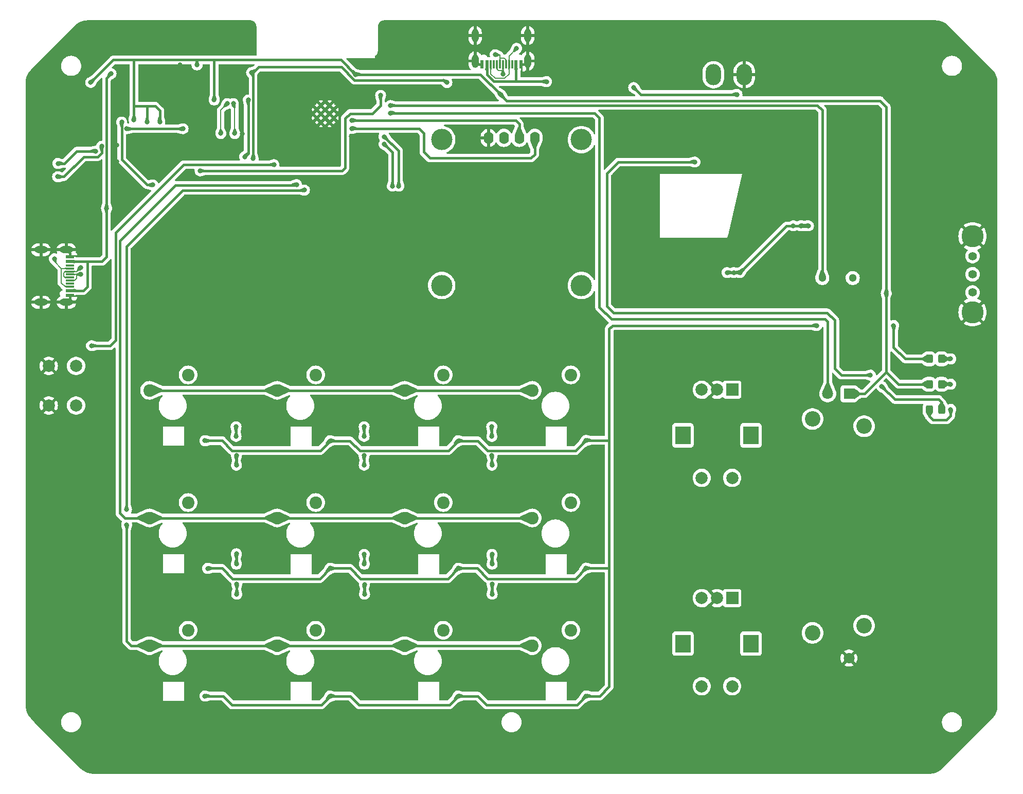
<source format=gbr>
%TF.GenerationSoftware,KiCad,Pcbnew,7.0.8*%
%TF.CreationDate,2023-12-13T13:42:29+01:00*%
%TF.ProjectId,keypad,6b657970-6164-42e6-9b69-6361645f7063,rev?*%
%TF.SameCoordinates,Original*%
%TF.FileFunction,Copper,L1,Top*%
%TF.FilePolarity,Positive*%
%FSLAX46Y46*%
G04 Gerber Fmt 4.6, Leading zero omitted, Abs format (unit mm)*
G04 Created by KiCad (PCBNEW 7.0.8) date 2023-12-13 13:42:29*
%MOMM*%
%LPD*%
G01*
G04 APERTURE LIST*
G04 Aperture macros list*
%AMRoundRect*
0 Rectangle with rounded corners*
0 $1 Rounding radius*
0 $2 $3 $4 $5 $6 $7 $8 $9 X,Y pos of 4 corners*
0 Add a 4 corners polygon primitive as box body*
4,1,4,$2,$3,$4,$5,$6,$7,$8,$9,$2,$3,0*
0 Add four circle primitives for the rounded corners*
1,1,$1+$1,$2,$3*
1,1,$1+$1,$4,$5*
1,1,$1+$1,$6,$7*
1,1,$1+$1,$8,$9*
0 Add four rect primitives between the rounded corners*
20,1,$1+$1,$2,$3,$4,$5,0*
20,1,$1+$1,$4,$5,$6,$7,0*
20,1,$1+$1,$6,$7,$8,$9,0*
20,1,$1+$1,$8,$9,$2,$3,0*%
G04 Aperture macros list end*
%TA.AperFunction,SMDPad,CuDef*%
%ADD10RoundRect,0.250000X0.325000X0.450000X-0.325000X0.450000X-0.325000X-0.450000X0.325000X-0.450000X0*%
%TD*%
%TA.AperFunction,ComponentPad*%
%ADD11C,2.057400*%
%TD*%
%TA.AperFunction,ComponentPad*%
%ADD12R,2.000000X2.000000*%
%TD*%
%TA.AperFunction,ComponentPad*%
%ADD13C,2.000000*%
%TD*%
%TA.AperFunction,ComponentPad*%
%ADD14R,2.500000X3.000000*%
%TD*%
%TA.AperFunction,WasherPad*%
%ADD15C,3.500000*%
%TD*%
%TA.AperFunction,ComponentPad*%
%ADD16O,1.600000X2.000000*%
%TD*%
%TA.AperFunction,ComponentPad*%
%ADD17C,1.300000*%
%TD*%
%TA.AperFunction,SMDPad,CuDef*%
%ADD18R,1.400000X0.600000*%
%TD*%
%TA.AperFunction,SMDPad,CuDef*%
%ADD19R,1.400000X0.300000*%
%TD*%
%TA.AperFunction,ComponentPad*%
%ADD20O,2.200000X1.150000*%
%TD*%
%TA.AperFunction,SMDPad,CuDef*%
%ADD21R,0.600000X1.400000*%
%TD*%
%TA.AperFunction,SMDPad,CuDef*%
%ADD22R,0.300000X1.400000*%
%TD*%
%TA.AperFunction,ComponentPad*%
%ADD23O,1.150000X2.200000*%
%TD*%
%TA.AperFunction,ComponentPad*%
%ADD24C,1.400000*%
%TD*%
%TA.AperFunction,ComponentPad*%
%ADD25C,3.653000*%
%TD*%
%TA.AperFunction,ComponentPad*%
%ADD26R,1.800000X1.800000*%
%TD*%
%TA.AperFunction,ComponentPad*%
%ADD27C,1.800000*%
%TD*%
%TA.AperFunction,ComponentPad*%
%ADD28C,2.550000*%
%TD*%
%TA.AperFunction,ComponentPad*%
%ADD29O,2.550000X3.500000*%
%TD*%
%TA.AperFunction,HeatsinkPad*%
%ADD30C,0.600000*%
%TD*%
%TA.AperFunction,ViaPad*%
%ADD31C,0.800000*%
%TD*%
%TA.AperFunction,ViaPad*%
%ADD32C,0.600000*%
%TD*%
%TA.AperFunction,Conductor*%
%ADD33C,0.400000*%
%TD*%
%TA.AperFunction,Conductor*%
%ADD34C,0.600000*%
%TD*%
%TA.AperFunction,Conductor*%
%ADD35C,0.200000*%
%TD*%
G04 APERTURE END LIST*
D10*
%TO.P,D1,1,K*%
%TO.N,Net-(D1-K)*%
X200310000Y-103920100D03*
%TO.P,D1,2,A*%
%TO.N,USB-C_OTG_5V*%
X198260000Y-103920100D03*
%TD*%
D11*
%TO.P,SW39,1*%
%TO.N,row_1*%
X111916600Y-121773400D03*
%TO.P,SW39,2*%
%TO.N,Net-(D35-A)*%
X118266600Y-119233400D03*
%TD*%
%TO.P,SW46,1*%
%TO.N,row_2*%
X132916600Y-142773400D03*
%TO.P,SW46,2*%
%TO.N,Net-(D39-A)*%
X139266600Y-140233400D03*
%TD*%
D10*
%TO.P,D27,1,K*%
%TO.N,Net-(D27-K)*%
X200310000Y-99761100D03*
%TO.P,D27,2,A*%
%TO.N,+3V3*%
X198260000Y-99761100D03*
%TD*%
%TO.P,D26,1,K*%
%TO.N,Net-(D26-K)*%
X200310000Y-95592200D03*
%TO.P,D26,2,A*%
%TO.N,+5V*%
X198260000Y-95592200D03*
%TD*%
D12*
%TO.P,SW1,A,A*%
%TO.N,rotary_encoder_1A*%
X165828425Y-134952900D03*
D13*
%TO.P,SW1,B,B*%
%TO.N,rotary_encoder_1B*%
X160828425Y-134952900D03*
%TO.P,SW1,C,C*%
%TO.N,GND*%
X163328425Y-134952900D03*
D14*
%TO.P,SW1,MP*%
%TO.N,N/C*%
X168928425Y-142452900D03*
X157728425Y-142452900D03*
D13*
%TO.P,SW1,S1*%
X165828425Y-149452900D03*
%TO.P,SW1,S2*%
X160828425Y-149452900D03*
%TD*%
D11*
%TO.P,SW26,1*%
%TO.N,row_0*%
X69916600Y-100773400D03*
%TO.P,SW26,2*%
%TO.N,Net-(D28-A)*%
X76266600Y-98233400D03*
%TD*%
%TO.P,SW28,1*%
%TO.N,row_2*%
X69916600Y-142773400D03*
%TO.P,SW28,2*%
%TO.N,Net-(D30-A)*%
X76266600Y-140233400D03*
%TD*%
%TO.P,SW32,1*%
%TO.N,row_0*%
X90916600Y-100773400D03*
%TO.P,SW32,2*%
%TO.N,Net-(D31-A)*%
X97266600Y-98233400D03*
%TD*%
D15*
%TO.P,Brd1,*%
%TO.N,*%
X118014600Y-59518750D03*
X118014600Y-83518750D03*
X141014600Y-59518750D03*
X141014600Y-83518750D03*
D16*
%TO.P,Brd1,1,GND*%
%TO.N,GND*%
X125714600Y-59234000D03*
%TO.P,Brd1,2,VCC*%
%TO.N,+3V3*%
X128254600Y-59234000D03*
%TO.P,Brd1,3,SCL*%
%TO.N,LCD_I2C_SDA*%
X130794600Y-59234000D03*
%TO.P,Brd1,4,SDA*%
%TO.N,LCD_I2C_SCL*%
X133334600Y-59234000D03*
%TD*%
D11*
%TO.P,SW38,1*%
%TO.N,row_0*%
X111916600Y-100773400D03*
%TO.P,SW38,2*%
%TO.N,Net-(D34-A)*%
X118266600Y-98233400D03*
%TD*%
D13*
%TO.P,SW25,1,A*%
%TO.N,GND*%
X53331800Y-103261200D03*
X53331800Y-96761200D03*
%TO.P,SW25,2,B*%
%TO.N,RTS*%
X57831800Y-103261200D03*
X57831800Y-96761200D03*
%TD*%
D17*
%TO.P,B1,1,+*%
%TO.N,buzzer*%
X180674000Y-82296000D03*
%TO.P,B1,2,-*%
%TO.N,Net-(B1--)*%
X185674000Y-82296000D03*
%TD*%
D11*
%TO.P,SW34,1*%
%TO.N,row_2*%
X90916600Y-142773400D03*
%TO.P,SW34,2*%
%TO.N,Net-(D33-A)*%
X97266600Y-140233400D03*
%TD*%
%TO.P,SW40,1*%
%TO.N,row_2*%
X111916600Y-142773400D03*
%TO.P,SW40,2*%
%TO.N,Net-(D36-A)*%
X118266600Y-140233400D03*
%TD*%
D12*
%TO.P,SW2,A,A*%
%TO.N,rotary_encoder_2A*%
X165828425Y-100673900D03*
D13*
%TO.P,SW2,B,B*%
%TO.N,rotary_encoder_2B*%
X160828425Y-100673900D03*
%TO.P,SW2,C,C*%
%TO.N,GND*%
X163328425Y-100673900D03*
D14*
%TO.P,SW2,MP*%
%TO.N,N/C*%
X168928425Y-108173900D03*
X157728425Y-108173900D03*
D13*
%TO.P,SW2,S1*%
X165828425Y-115173900D03*
%TO.P,SW2,S2*%
X160828425Y-115173900D03*
%TD*%
D18*
%TO.P,J3,A1_B12,GND*%
%TO.N,GND*%
X56794600Y-78762400D03*
%TO.P,J3,A4_B9,VBUS*%
%TO.N,USB-C_UART_VBUS*%
X56794600Y-79562400D03*
D19*
%TO.P,J3,A5,CC1*%
%TO.N,Net-(J3-CC1)*%
X56794600Y-80712400D03*
%TO.P,J3,A6,DP1*%
%TO.N,USB-C_UART_D+*%
X56794600Y-81712400D03*
%TO.P,J3,A7,DN1*%
%TO.N,USB-C_UART_D-*%
X56794600Y-82212400D03*
%TO.P,J3,A8,SBU1*%
%TO.N,unconnected-(J3-SBU1-PadA8)*%
X56794600Y-83212400D03*
D18*
%TO.P,J3,B1_A12,GND*%
%TO.N,GND*%
X56794600Y-85162400D03*
%TO.P,J3,B4_A9,VBUS*%
%TO.N,USB-C_UART_VBUS*%
X56794600Y-84362400D03*
D19*
%TO.P,J3,B5,CC2*%
%TO.N,Net-(J3-CC1)*%
X56794600Y-83712400D03*
%TO.P,J3,B6,DP2*%
%TO.N,USB-C_UART_D+*%
X56794600Y-82712400D03*
%TO.P,J3,B7,DN2*%
%TO.N,USB-C_UART_D-*%
X56794600Y-81212400D03*
%TO.P,J3,B8,SBU2*%
%TO.N,unconnected-(J3-SBU2-PadB8)*%
X56794600Y-80212400D03*
D20*
%TO.P,J3,S1,SHELL_GND*%
%TO.N,GND*%
X56219600Y-77642400D03*
%TO.P,J3,S2,SHELL_GND*%
X52039600Y-77642400D03*
%TO.P,J3,S3,SHELL_GND*%
X52039600Y-86282400D03*
%TO.P,J3,S4,SHELL_GND*%
X56219600Y-86282400D03*
%TD*%
D11*
%TO.P,SW45,1*%
%TO.N,row_1*%
X132916600Y-121773400D03*
%TO.P,SW45,2*%
%TO.N,Net-(D38-A)*%
X139266600Y-119233400D03*
%TD*%
%TO.P,SW44,1*%
%TO.N,row_0*%
X132916600Y-100773400D03*
%TO.P,SW44,2*%
%TO.N,Net-(D37-A)*%
X139266600Y-98233400D03*
%TD*%
%TO.P,SW33,1*%
%TO.N,row_1*%
X90916600Y-121773400D03*
%TO.P,SW33,2*%
%TO.N,Net-(D32-A)*%
X97266600Y-119233400D03*
%TD*%
D21*
%TO.P,J2,A1_B12,GND*%
%TO.N,GND*%
X131052100Y-47158000D03*
%TO.P,J2,A4_B9,VBUS*%
%TO.N,Net-(D17-A)*%
X130252100Y-47158000D03*
D22*
%TO.P,J2,A5,CC1*%
%TO.N,Net-(J2-CC1)*%
X129102100Y-47158000D03*
%TO.P,J2,A6,DP1*%
%TO.N,USB-C_OTG_D+*%
X128102100Y-47158000D03*
%TO.P,J2,A7,DN1*%
%TO.N,USB-C_OTG_D-*%
X127602100Y-47158000D03*
%TO.P,J2,A8,SBU1*%
%TO.N,unconnected-(J2-SBU1-PadA8)*%
X126602100Y-47158000D03*
D21*
%TO.P,J2,B1_A12,GND*%
%TO.N,GND*%
X124652100Y-47158000D03*
%TO.P,J2,B4_A9,VBUS*%
%TO.N,Net-(D17-A)*%
X125452100Y-47158000D03*
D22*
%TO.P,J2,B5,CC2*%
%TO.N,Net-(J2-CC1)*%
X126102100Y-47158000D03*
%TO.P,J2,B6,DP2*%
%TO.N,USB-C_OTG_D+*%
X127102100Y-47158000D03*
%TO.P,J2,B7,DN2*%
%TO.N,USB-C_OTG_D-*%
X128602100Y-47158000D03*
%TO.P,J2,B8,SBU2*%
%TO.N,unconnected-(J2-SBU2-PadB8)*%
X129602100Y-47158000D03*
D23*
%TO.P,J2,S1,SHELL_GND*%
%TO.N,GND*%
X132172100Y-46583000D03*
%TO.P,J2,S2,SHELL_GND*%
X132172100Y-42403000D03*
%TO.P,J2,S3,SHELL_GND*%
X123532100Y-42403000D03*
%TO.P,J2,S4,SHELL_GND*%
X123532100Y-46583000D03*
%TD*%
D24*
%TO.P,S2,1*%
%TO.N,+5V*%
X205400000Y-84680000D03*
%TO.P,S2,2*%
%TO.N,USB-C_OTG_5V*%
X205400000Y-81680000D03*
%TO.P,S2,3*%
%TO.N,unconnected-(S2-Pad3)*%
X205400000Y-78680000D03*
D25*
%TO.P,S2,SH*%
%TO.N,GND*%
X205400000Y-87930000D03*
X205400000Y-75430000D03*
%TD*%
D11*
%TO.P,SW27,1*%
%TO.N,row_1*%
X69916600Y-121773400D03*
%TO.P,SW27,2*%
%TO.N,Net-(D29-A)*%
X76266600Y-119233400D03*
%TD*%
D26*
%TO.P,RV1,1,1*%
%TO.N,+3V3*%
X185054800Y-101331709D03*
D27*
%TO.P,RV1,2,2*%
%TO.N,slide_potentiometer*%
X181554800Y-101331709D03*
%TO.P,RV1,3,3*%
%TO.N,GND*%
X185054800Y-144831709D03*
D28*
%TO.P,RV1,MH1*%
%TO.N,N/C*%
X187554800Y-106681709D03*
%TO.P,RV1,MH2*%
X187554800Y-139481709D03*
%TO.P,RV1,MH3*%
X179054800Y-105481709D03*
%TO.P,RV1,MH4*%
X179054800Y-140681709D03*
%TD*%
D29*
%TO.P,J1,1,Pin_1*%
%TO.N,Net-(IC1-EN)*%
X162759400Y-48831000D03*
%TO.P,J1,2,Pin_2*%
%TO.N,GND*%
X167839400Y-48831000D03*
%TD*%
D30*
%TO.P,U1,41,GND*%
%TO.N,GND*%
X100244400Y-55970400D03*
X100244400Y-54570400D03*
X99544400Y-56670400D03*
X99544400Y-55270400D03*
X99544400Y-53870400D03*
X98844400Y-55970400D03*
X98844400Y-54570400D03*
X98144400Y-56670400D03*
X98144400Y-55270400D03*
X98144400Y-53870400D03*
X97444400Y-55970400D03*
X97444400Y-54570400D03*
%TD*%
D31*
%TO.N,buzzer*%
X109560500Y-53910445D03*
%TO.N,GND*%
X151600000Y-77400000D03*
X64510000Y-60410000D03*
X163990000Y-56450000D03*
D32*
X83490000Y-50220000D03*
D31*
X157100000Y-81960000D03*
D32*
X83970000Y-51040000D03*
D31*
X166710000Y-56450000D03*
X143770000Y-117300000D03*
X168045000Y-74420000D03*
X101790000Y-96240000D03*
X166290000Y-74420000D03*
X169800000Y-74420000D03*
X122830000Y-117210000D03*
X74970000Y-47240000D03*
X85200000Y-58520000D03*
X166710000Y-61520000D03*
X143710000Y-138290000D03*
X80760000Y-117280000D03*
X101770000Y-138220000D03*
X103170000Y-59020000D03*
X167160000Y-75400000D03*
X122830000Y-131860000D03*
X157100000Y-80840000D03*
X159700000Y-58900000D03*
X54810000Y-56320000D03*
X143770000Y-131860000D03*
X80790000Y-138270000D03*
X162840000Y-63160000D03*
X168030000Y-75400000D03*
X143810000Y-96190000D03*
X166290000Y-75400000D03*
X167167500Y-74420000D03*
X101800000Y-110920000D03*
X101800000Y-117280000D03*
D32*
X83030000Y-51050000D03*
X84040000Y-49430000D03*
D31*
X143770000Y-111090000D03*
X165080000Y-58900000D03*
X169770000Y-75400000D03*
D32*
X82610000Y-50270000D03*
D31*
X151600000Y-79200000D03*
X159700000Y-60240000D03*
X101800000Y-131860000D03*
X64510000Y-63100000D03*
X79290000Y-51260000D03*
X122830000Y-111050000D03*
D32*
X83030000Y-49410000D03*
D31*
X122800000Y-96210000D03*
X80780000Y-96210000D03*
X64510000Y-65620000D03*
D32*
X84360000Y-50250000D03*
D31*
X74970000Y-51260000D03*
X165080000Y-60240000D03*
X168922500Y-74420000D03*
X168900000Y-75400000D03*
X122790000Y-138270000D03*
%TO.N,+3V3*%
X60225000Y-50110000D03*
X77740000Y-47240000D03*
X71610000Y-56599500D03*
X191200000Y-84820000D03*
X103850000Y-48800000D03*
X127765000Y-52155000D03*
X69510000Y-56590000D03*
X67360000Y-56286400D03*
X80565000Y-53000000D03*
%TO.N,LCD_I2C_SDA*%
X103230000Y-56320000D03*
%TO.N,LCD_I2C_SCL*%
X103190000Y-57690000D03*
%TO.N,USB-C_OTG_5V*%
X167100000Y-81400000D03*
X165000000Y-81400000D03*
X149620000Y-50950000D03*
X166100000Y-81400000D03*
X177100000Y-73700000D03*
X175900000Y-73700000D03*
X166630000Y-52090000D03*
X201800000Y-103910000D03*
X178400000Y-73700000D03*
%TO.N,RTS*%
X90390000Y-63650000D03*
X60370000Y-93430000D03*
%TO.N,rotary_encoder_2A*%
X108530000Y-60260000D03*
X109900000Y-67157600D03*
%TO.N,rotary_encoder_2B*%
X108510000Y-59040000D03*
X110960000Y-67157600D03*
%TO.N,USB-C_OTG_D+*%
X128110000Y-48750000D03*
%TO.N,USB-C_OTG_D-*%
X126820000Y-45540000D03*
%TO.N,Net-(D17-A)*%
X135270000Y-49980000D03*
%TO.N,USB-C_UART_VBUS*%
X63580000Y-48660000D03*
X62840000Y-70800000D03*
%TO.N,USB-C_UART_D+*%
X58590000Y-81640000D03*
X83950000Y-58509900D03*
X83718400Y-53594000D03*
%TO.N,USB-C_UART_D-*%
X81650000Y-58509900D03*
X82702400Y-53594000D03*
X58590000Y-80570000D03*
%TO.N,SD_MISO*%
X62040000Y-60611900D03*
X54800000Y-65630000D03*
%TO.N,SD_CLK*%
X54850000Y-63440000D03*
X61039500Y-61420000D03*
%TO.N,Net-(D26-K)*%
X201800000Y-95590000D03*
%TO.N,Net-(D27-K)*%
X201800000Y-99760000D03*
%TO.N,col_0*%
X84270000Y-132640000D03*
X84230000Y-113089500D03*
X84160000Y-106763900D03*
X84270000Y-134309500D03*
X84220000Y-127660000D03*
X84160000Y-108362900D03*
X84220000Y-129362900D03*
X84230000Y-111490500D03*
%TO.N,col_1*%
X105260000Y-127763900D03*
X105240000Y-111490500D03*
X105250000Y-106763900D03*
X105310000Y-132710500D03*
X105320000Y-134309500D03*
X105250000Y-113089500D03*
X105280000Y-129362900D03*
X105244953Y-108362900D03*
%TO.N,col_2*%
X126320000Y-132630000D03*
X126280000Y-111490500D03*
X126310000Y-129362900D03*
X126290000Y-127763900D03*
X126290000Y-113089500D03*
X126250000Y-106763900D03*
X126320000Y-134309500D03*
X126270000Y-108362900D03*
%TO.N,Net-(J2-CC1)*%
X130350000Y-44510000D03*
%TO.N,Net-(J3-CC1)*%
X54260000Y-79120000D03*
%TO.N,SD_CS*%
X75438000Y-57730000D03*
X66150000Y-57730000D03*
%TO.N,SD_DET*%
X65340000Y-56640000D03*
X70459600Y-66960000D03*
%TO.N,Net-(Q1-E)*%
X85590000Y-62330000D03*
X86175500Y-53000000D03*
X78240000Y-64650000D03*
X107960000Y-52222400D03*
%TO.N,Net-(Q2-E)*%
X86720000Y-48485000D03*
X118875000Y-50125000D03*
X86975000Y-62650000D03*
%TO.N,slide_potentiometer*%
X109560500Y-55150000D03*
%TO.N,row_1*%
X94120000Y-66920000D03*
%TO.N,row_2*%
X66150000Y-122870000D03*
X66130000Y-120370000D03*
X95430000Y-67830000D03*
%TO.N,+5V*%
X79476600Y-130063400D03*
X141770000Y-151060000D03*
X120720000Y-109070000D03*
X99630000Y-130060000D03*
X192400000Y-90100000D03*
X79040000Y-109060000D03*
X79040000Y-151070000D03*
X179760000Y-90100000D03*
X99630000Y-109070000D03*
X141770000Y-130030000D03*
X99630000Y-151070000D03*
X120720000Y-130060000D03*
X141770000Y-109000000D03*
X120720000Y-151070000D03*
%TO.N,Net-(D1-K)*%
X190455000Y-100145000D03*
X188580000Y-98270000D03*
X159700000Y-63200000D03*
%TD*%
D33*
%TO.N,buzzer*%
X109560500Y-53910445D02*
X109580945Y-53890000D01*
X179874000Y-53890000D02*
X180674000Y-54690000D01*
X180674000Y-54690000D02*
X180674000Y-82296000D01*
X109580945Y-53890000D02*
X179874000Y-53890000D01*
%TO.N,GND*%
X56794600Y-85162400D02*
X56794600Y-85707400D01*
X56794600Y-78217400D02*
X56219600Y-77642400D01*
X56794600Y-85707400D02*
X56219600Y-86282400D01*
X131052100Y-47158000D02*
X131597100Y-47158000D01*
X56794600Y-78762400D02*
X56794600Y-78217400D01*
X131597100Y-47158000D02*
X132172100Y-46583000D01*
X124652100Y-47158000D02*
X124107100Y-47158000D01*
X124107100Y-47158000D02*
X123532100Y-46583000D01*
%TO.N,+3V3*%
X67360000Y-46500000D02*
X67470000Y-46390000D01*
X103850000Y-48800000D02*
X101440000Y-46390000D01*
X70880000Y-54010000D02*
X71610000Y-54740000D01*
X71610000Y-54740000D02*
X71610000Y-56599500D01*
X67470000Y-46390000D02*
X63945000Y-46390000D01*
X63925000Y-46410000D02*
X63717500Y-46617500D01*
X191200000Y-97740000D02*
X187608291Y-101331709D01*
X63945000Y-46390000D02*
X63717500Y-46617500D01*
X69670000Y-54010000D02*
X67430000Y-54010000D01*
X193221100Y-99761100D02*
X198260000Y-99761100D01*
X80565000Y-46395000D02*
X80560000Y-46390000D01*
X191200000Y-97740000D02*
X193221100Y-99761100D01*
X77740000Y-47240000D02*
X77740000Y-46390000D01*
X63717500Y-46617500D02*
X60225000Y-50110000D01*
X190190000Y-53110000D02*
X128720000Y-53110000D01*
X77740000Y-46390000D02*
X67470000Y-46390000D01*
X80565000Y-53000000D02*
X80565000Y-46395000D01*
X187608291Y-101331709D02*
X185054800Y-101331709D01*
X80560000Y-46390000D02*
X77740000Y-46390000D01*
X101440000Y-46390000D02*
X80560000Y-46390000D01*
X124410000Y-48800000D02*
X103850000Y-48800000D01*
X67360000Y-56286400D02*
X67360000Y-54080000D01*
X69670000Y-54010000D02*
X70880000Y-54010000D01*
X127765000Y-52155000D02*
X124410000Y-48800000D01*
X69510000Y-56590000D02*
X69510000Y-54170000D01*
X191200000Y-84820000D02*
X191200000Y-97740000D01*
X191200000Y-84820000D02*
X191210000Y-84810000D01*
X69510000Y-54170000D02*
X69670000Y-54010000D01*
X63960000Y-46410000D02*
X63925000Y-46410000D01*
X67430000Y-54010000D02*
X67360000Y-54080000D01*
X191210000Y-54130000D02*
X190190000Y-53110000D01*
X128720000Y-53110000D02*
X127765000Y-52155000D01*
X191210000Y-84810000D02*
X191210000Y-54130000D01*
X67360000Y-54080000D02*
X67360000Y-46500000D01*
%TO.N,LCD_I2C_SDA*%
X103230000Y-56320000D02*
X103280000Y-56370000D01*
X130190000Y-56370000D02*
X130794600Y-56974600D01*
X130794600Y-56974600D02*
X130794600Y-59234000D01*
X103280000Y-56370000D02*
X130190000Y-56370000D01*
%TO.N,LCD_I2C_SCL*%
X115070000Y-61540000D02*
X116070000Y-62540000D01*
X115070000Y-58470000D02*
X115070000Y-61540000D01*
X116070000Y-62540000D02*
X132720000Y-62540000D01*
X132720000Y-62540000D02*
X133334600Y-61925400D01*
X114290000Y-57690000D02*
X115070000Y-58470000D01*
X103190000Y-57690000D02*
X114290000Y-57690000D01*
X133334600Y-61925400D02*
X133334600Y-59234000D01*
D34*
%TO.N,USB-C_OTG_5V*%
X178400000Y-73700000D02*
X177100000Y-73700000D01*
D33*
X165009180Y-81409180D02*
X165000000Y-81400000D01*
X198890000Y-105640000D02*
X198260000Y-105010000D01*
X167090820Y-81409180D02*
X165009180Y-81409180D01*
X166630000Y-52090000D02*
X150760000Y-52090000D01*
X178400000Y-73700000D02*
X174800000Y-73700000D01*
X168270000Y-80230000D02*
X168270000Y-80240000D01*
X174800000Y-73700000D02*
X168270000Y-80230000D01*
X168270000Y-80240000D02*
X168260000Y-80240000D01*
X168260000Y-80240000D02*
X167100000Y-81400000D01*
X201800000Y-103910000D02*
X201800000Y-104930000D01*
X201090000Y-105640000D02*
X198890000Y-105640000D01*
X198260000Y-105010000D02*
X198260000Y-103920100D01*
X201800000Y-104930000D02*
X201090000Y-105640000D01*
X150760000Y-52090000D02*
X149620000Y-50950000D01*
X167100000Y-81400000D02*
X167090820Y-81409180D01*
%TO.N,RTS*%
X63460000Y-93430000D02*
X60370000Y-93430000D01*
X64360000Y-92530000D02*
X63460000Y-93430000D01*
X90390000Y-63650000D02*
X75542000Y-63650000D01*
X64360000Y-74832000D02*
X64360000Y-92530000D01*
X75542000Y-63650000D02*
X64360000Y-74832000D01*
%TO.N,rotary_encoder_2A*%
X109900000Y-67157600D02*
X109900000Y-61630000D01*
X109900000Y-61630000D02*
X108530000Y-60260000D01*
%TO.N,rotary_encoder_2B*%
X110930000Y-67127600D02*
X110930000Y-61380000D01*
X110930000Y-61380000D02*
X108590000Y-59040000D01*
X110960000Y-67157600D02*
X110930000Y-67127600D01*
X108590000Y-59040000D02*
X108510000Y-59040000D01*
D35*
%TO.N,USB-C_OTG_D+*%
X128102100Y-47158000D02*
X128110000Y-47165900D01*
X128088000Y-48158000D02*
X128110000Y-48180000D01*
X128110000Y-48180000D02*
X128110000Y-48750000D01*
X128110000Y-47165900D02*
X128110000Y-48180000D01*
X127102100Y-47158000D02*
X127102100Y-47932264D01*
X127102100Y-47932264D02*
X127327836Y-48158000D01*
X127327836Y-48158000D02*
X128088000Y-48158000D01*
%TO.N,USB-C_OTG_D-*%
X128602100Y-47158000D02*
X128602100Y-46383736D01*
X127602100Y-47158000D02*
X127602100Y-46100000D01*
X127602100Y-45650100D02*
X127492000Y-45540000D01*
X127492000Y-45540000D02*
X126820000Y-45540000D01*
X128602100Y-46383736D02*
X128318364Y-46100000D01*
X128318364Y-46100000D02*
X127602100Y-46100000D01*
X127602100Y-46100000D02*
X127602100Y-45650100D01*
D33*
%TO.N,Net-(D17-A)*%
X130252100Y-49950000D02*
X135240000Y-49950000D01*
X125452100Y-48852100D02*
X126550000Y-49950000D01*
X135240000Y-49950000D02*
X135270000Y-49980000D01*
X126550000Y-49950000D02*
X130252100Y-49950000D01*
X125452100Y-47158000D02*
X125452100Y-48852100D01*
X130252100Y-49950000D02*
X130252100Y-47158000D01*
%TO.N,USB-C_UART_VBUS*%
X63580000Y-48660000D02*
X62840000Y-49400000D01*
X58620000Y-79562400D02*
X56794600Y-79562400D01*
X59690000Y-83700000D02*
X59690000Y-79572400D01*
X59027600Y-84362400D02*
X59690000Y-83700000D01*
X56794600Y-84362400D02*
X59027600Y-84362400D01*
X59700000Y-79562400D02*
X58620000Y-79562400D01*
X62840000Y-49400000D02*
X62840000Y-70800000D01*
X62830000Y-70810000D02*
X62830000Y-78830000D01*
X62830000Y-78830000D02*
X62097600Y-79562400D01*
X59690000Y-79572400D02*
X59700000Y-79562400D01*
X62097600Y-79562400D02*
X59700000Y-79562400D01*
X62840000Y-70800000D02*
X62830000Y-70810000D01*
D35*
%TO.N,USB-C_UART_D+*%
X56794600Y-82712400D02*
X57568864Y-82712400D01*
X57910000Y-82371264D02*
X57910000Y-81712400D01*
X58517600Y-81712400D02*
X58590000Y-81640000D01*
X57568864Y-82712400D02*
X57910000Y-82371264D01*
X56794600Y-81712400D02*
X57910000Y-81712400D01*
X83950000Y-53825600D02*
X83718400Y-53594000D01*
X83950000Y-58509900D02*
X83950000Y-53825600D01*
X57910000Y-81712400D02*
X58517600Y-81712400D01*
%TO.N,USB-C_UART_D-*%
X55794600Y-81986664D02*
X55794600Y-81438136D01*
X81650000Y-54646400D02*
X81650000Y-58509900D01*
X82702400Y-53594000D02*
X81650000Y-54646400D01*
X57947600Y-81212400D02*
X58590000Y-80570000D01*
X56020336Y-82212400D02*
X55794600Y-81986664D01*
X56794600Y-82212400D02*
X56020336Y-82212400D01*
X56020336Y-81212400D02*
X56794600Y-81212400D01*
X55794600Y-81438136D02*
X56020336Y-81212400D01*
X56794600Y-81212400D02*
X57947600Y-81212400D01*
D33*
%TO.N,SD_MISO*%
X54800000Y-65630000D02*
X55810000Y-65630000D01*
X55810000Y-65630000D02*
X59110000Y-62330000D01*
X62040000Y-61660000D02*
X62040000Y-60611900D01*
X61370000Y-62330000D02*
X62040000Y-61660000D01*
X59110000Y-62330000D02*
X61370000Y-62330000D01*
%TO.N,SD_CLK*%
X55900000Y-63440000D02*
X57920000Y-61420000D01*
X54850000Y-63440000D02*
X55900000Y-63440000D01*
X57920000Y-61420000D02*
X61039500Y-61420000D01*
%TO.N,Net-(D26-K)*%
X200310000Y-95592200D02*
X201847800Y-95592200D01*
%TO.N,Net-(D27-K)*%
X201708900Y-99761100D02*
X201710000Y-99760000D01*
X200310000Y-99761100D02*
X201708900Y-99761100D01*
%TO.N,col_0*%
X84230000Y-111490500D02*
X84230000Y-113089500D01*
X84270000Y-134309500D02*
X84270000Y-132640000D01*
X84160000Y-108362900D02*
X84160000Y-106763900D01*
X84220000Y-129362900D02*
X84220000Y-127660000D01*
%TO.N,col_1*%
X105250000Y-108357853D02*
X105244953Y-108362900D01*
X105310000Y-132710500D02*
X105310000Y-134299500D01*
X105260000Y-127763900D02*
X105260000Y-129342900D01*
X105240000Y-111490500D02*
X105240000Y-113079500D01*
X105250000Y-106763900D02*
X105250000Y-108357853D01*
X105240000Y-113079500D02*
X105250000Y-113089500D01*
X105310000Y-134299500D02*
X105320000Y-134309500D01*
X105260000Y-129342900D02*
X105280000Y-129362900D01*
%TO.N,col_2*%
X126290000Y-127763900D02*
X126290000Y-129342900D01*
X126250000Y-106763900D02*
X126250000Y-108342900D01*
X126280000Y-113079500D02*
X126290000Y-113089500D01*
X126320000Y-132630000D02*
X126320000Y-134309500D01*
X126280000Y-111490500D02*
X126280000Y-113079500D01*
X126250000Y-108342900D02*
X126270000Y-108362900D01*
X126290000Y-129342900D02*
X126310000Y-129362900D01*
D35*
%TO.N,Net-(J2-CC1)*%
X129102100Y-48747850D02*
X129102100Y-47158000D01*
X128399950Y-49450000D02*
X129102100Y-48747850D01*
X130350000Y-44510000D02*
X129102100Y-45757900D01*
X126102100Y-48712100D02*
X126840000Y-49450000D01*
X126102100Y-47158000D02*
X126102100Y-48712100D01*
X126840000Y-49450000D02*
X128399950Y-49450000D01*
X129102100Y-45757900D02*
X129102100Y-47158000D01*
%TO.N,Net-(J3-CC1)*%
X56794600Y-83712400D02*
X56020336Y-83712400D01*
X54260000Y-79570000D02*
X54260000Y-79120000D01*
X56017936Y-80710000D02*
X55400000Y-80710000D01*
X56020336Y-83712400D02*
X55394600Y-83086664D01*
X56794600Y-80712400D02*
X56020336Y-80712400D01*
X55394600Y-83086664D02*
X55394600Y-80715400D01*
X55400000Y-80710000D02*
X54260000Y-79570000D01*
X56020336Y-80712400D02*
X56017936Y-80710000D01*
X55394600Y-80715400D02*
X55400000Y-80710000D01*
D33*
%TO.N,SD_CS*%
X75438000Y-57730000D02*
X66150000Y-57730000D01*
%TO.N,SD_DET*%
X70459600Y-66960000D02*
X69540000Y-66960000D01*
X65340000Y-62760000D02*
X65340000Y-56640000D01*
X69540000Y-66960000D02*
X65340000Y-62760000D01*
%TO.N,Net-(Q1-E)*%
X101567600Y-64650000D02*
X78240000Y-64650000D01*
X102108000Y-64109600D02*
X101567600Y-64650000D01*
X106629200Y-55219600D02*
X102920800Y-55219600D01*
X102920800Y-55219600D02*
X102108000Y-56032400D01*
X102108000Y-56032400D02*
X102108000Y-64109600D01*
X107960000Y-52222400D02*
X107960000Y-53888800D01*
X107960000Y-53888800D02*
X106629200Y-55219600D01*
X86175500Y-61744500D02*
X85590000Y-62330000D01*
X86175500Y-52820000D02*
X86175500Y-61744500D01*
%TO.N,Net-(Q2-E)*%
X87875000Y-47575000D02*
X101493629Y-47575000D01*
X118483200Y-49733200D02*
X118875000Y-50125000D01*
X103651829Y-49733200D02*
X118483200Y-49733200D01*
X86975000Y-48475000D02*
X87875000Y-47575000D01*
X101493629Y-47575000D02*
X103651829Y-49733200D01*
X86975000Y-62650000D02*
X86975000Y-48475000D01*
%TO.N,slide_potentiometer*%
X128500000Y-55150000D02*
X109560500Y-55150000D01*
X143980000Y-87084000D02*
X143980000Y-55960000D01*
X181137800Y-89077800D02*
X145973800Y-89077800D01*
X143170000Y-55150000D02*
X128580000Y-55150000D01*
X181554800Y-89494800D02*
X181137800Y-89077800D01*
X128540000Y-55190000D02*
X128500000Y-55150000D01*
X128580000Y-55150000D02*
X128540000Y-55190000D01*
X181554800Y-101331709D02*
X181554800Y-89494800D01*
X143980000Y-55960000D02*
X143170000Y-55150000D01*
X145973800Y-89077800D02*
X143980000Y-87084000D01*
%TO.N,row_0*%
X132916600Y-100773400D02*
X111916600Y-100773400D01*
X69916600Y-100773400D02*
X90916600Y-100773400D01*
X90916600Y-100773400D02*
X111916600Y-100773400D01*
%TO.N,row_1*%
X65030000Y-120960000D02*
X65880000Y-121810000D01*
X111916600Y-121773400D02*
X90916600Y-121773400D01*
X65916600Y-121773400D02*
X69916600Y-121773400D01*
X69916600Y-121773400D02*
X90916600Y-121773400D01*
X94030000Y-67010000D02*
X74214000Y-67010000D01*
X65880000Y-121810000D02*
X65916600Y-121773400D01*
X132916600Y-121773400D02*
X111916600Y-121773400D01*
X74214000Y-67010000D02*
X65030000Y-76194000D01*
X65030000Y-76194000D02*
X65030000Y-120960000D01*
X94120000Y-66920000D02*
X94030000Y-67010000D01*
%TO.N,row_2*%
X75335200Y-67870000D02*
X95390000Y-67870000D01*
X66150000Y-142050000D02*
X66873400Y-142773400D01*
X66130000Y-120370000D02*
X66130000Y-77075200D01*
X66150000Y-122870000D02*
X66150000Y-142050000D01*
X95390000Y-67870000D02*
X95430000Y-67830000D01*
X111916600Y-142773400D02*
X132916600Y-142773400D01*
X69916600Y-142773400D02*
X90916600Y-142773400D01*
X66130000Y-77075200D02*
X75335200Y-67870000D01*
X66873400Y-142773400D02*
X69916600Y-142773400D01*
X90916600Y-142773400D02*
X111916600Y-142773400D01*
%TO.N,+5V*%
X104540000Y-110690000D02*
X119100000Y-110690000D01*
X141770000Y-151060000D02*
X144060000Y-151060000D01*
X146130000Y-90100000D02*
X145590000Y-90640000D01*
X99630000Y-109070000D02*
X102920000Y-109070000D01*
X81840000Y-130060000D02*
X83540000Y-131760000D01*
X102950000Y-151070000D02*
X104390000Y-152510000D01*
X97930000Y-131760000D02*
X99630000Y-130060000D01*
X145580000Y-130030000D02*
X145590000Y-130040000D01*
X145580000Y-109000000D02*
X145590000Y-109010000D01*
X140040000Y-131760000D02*
X141770000Y-130030000D01*
X119020000Y-131760000D02*
X120720000Y-130060000D01*
X102920000Y-109070000D02*
X104540000Y-110690000D01*
X119100000Y-110690000D02*
X120720000Y-109070000D01*
X145590000Y-109010000D02*
X145590000Y-130040000D01*
X145590000Y-130040000D02*
X145590000Y-134420000D01*
X140320000Y-152510000D02*
X141770000Y-151060000D01*
X125600000Y-131760000D02*
X140040000Y-131760000D01*
X99630000Y-151070000D02*
X102950000Y-151070000D01*
X99630000Y-130060000D02*
X102950000Y-130060000D01*
X141770000Y-109000000D02*
X145580000Y-109000000D01*
X83540000Y-131760000D02*
X97930000Y-131760000D01*
X145590000Y-149530000D02*
X145590000Y-134420000D01*
X83450000Y-152510000D02*
X98190000Y-152510000D01*
X120720000Y-130060000D02*
X123900000Y-130060000D01*
X102950000Y-130060000D02*
X104650000Y-131760000D01*
X79480000Y-130060000D02*
X81840000Y-130060000D01*
X79040000Y-109060000D02*
X81900000Y-109060000D01*
X194312200Y-95592200D02*
X198260000Y-95592200D01*
X125380000Y-152510000D02*
X140320000Y-152510000D01*
X192400000Y-90100000D02*
X192400000Y-93680000D01*
X120720000Y-151070000D02*
X123940000Y-151070000D01*
X82010000Y-151070000D02*
X83450000Y-152510000D01*
X98010000Y-110690000D02*
X99630000Y-109070000D01*
X140080000Y-110690000D02*
X125580000Y-110690000D01*
X125580000Y-110690000D02*
X123960000Y-109070000D01*
X192400000Y-93680000D02*
X194312200Y-95592200D01*
X104390000Y-152510000D02*
X119280000Y-152510000D01*
X179760000Y-90100000D02*
X146130000Y-90100000D01*
X104650000Y-131760000D02*
X119020000Y-131760000D01*
X119280000Y-152510000D02*
X120720000Y-151070000D01*
X123900000Y-130060000D02*
X125600000Y-131760000D01*
X123940000Y-151070000D02*
X125380000Y-152510000D01*
X79360000Y-151070000D02*
X82010000Y-151070000D01*
X141770000Y-130030000D02*
X145580000Y-130030000D01*
X98190000Y-152510000D02*
X99630000Y-151070000D01*
X144060000Y-151060000D02*
X145590000Y-149530000D01*
X83530000Y-110690000D02*
X98010000Y-110690000D01*
X141770000Y-109000000D02*
X140080000Y-110690000D01*
X81900000Y-109060000D02*
X83530000Y-110690000D01*
X123960000Y-109070000D02*
X120720000Y-109070000D01*
X145590000Y-90640000D02*
X145590000Y-109010000D01*
%TO.N,Net-(D1-K)*%
X145200000Y-65100000D02*
X147100000Y-63200000D01*
X183820000Y-98270000D02*
X182740000Y-97190000D01*
X188580000Y-98270000D02*
X183820000Y-98270000D01*
X192590000Y-102280000D02*
X199830000Y-102280000D01*
X145200000Y-86900000D02*
X145200000Y-65100000D01*
X181490000Y-88000000D02*
X146300000Y-88000000D01*
X190455000Y-100145000D02*
X192590000Y-102280000D01*
X182740000Y-97190000D02*
X182740000Y-89250000D01*
X200310000Y-102760000D02*
X200310000Y-103920100D01*
X147100000Y-63200000D02*
X159700000Y-63200000D01*
X146300000Y-88000000D02*
X145200000Y-86900000D01*
X182740000Y-89250000D02*
X181490000Y-88000000D01*
X199830000Y-102280000D02*
X200310000Y-102760000D01*
%TD*%
%TA.AperFunction,Conductor*%
%TO.N,+3V3*%
G36*
X103433526Y-48097448D02*
G01*
X103922827Y-48383530D01*
X103994284Y-48425309D01*
X103999697Y-48432443D01*
X103999199Y-48439861D01*
X103852563Y-48796195D01*
X103846245Y-48802542D01*
X103846195Y-48802563D01*
X103489861Y-48949199D01*
X103480907Y-48949178D01*
X103475309Y-48944284D01*
X103388725Y-48796195D01*
X103147448Y-48383527D01*
X103146231Y-48374659D01*
X103149274Y-48369354D01*
X103419353Y-48099275D01*
X103427625Y-48095849D01*
X103433526Y-48097448D01*
G37*
%TD.AperFunction*%
%TD*%
%TA.AperFunction,Conductor*%
%TO.N,USB-C_UART_VBUS*%
G36*
X63219859Y-48510799D02*
G01*
X63576195Y-48657436D01*
X63582542Y-48663754D01*
X63582563Y-48663804D01*
X63729199Y-49020138D01*
X63729178Y-49029092D01*
X63724284Y-49034690D01*
X63163530Y-49362550D01*
X63154659Y-49363768D01*
X63149352Y-49360723D01*
X62879276Y-49090647D01*
X62875849Y-49082374D01*
X62877447Y-49076473D01*
X63205310Y-48515713D01*
X63212443Y-48510302D01*
X63219859Y-48510799D01*
G37*
%TD.AperFunction*%
%TD*%
%TA.AperFunction,Conductor*%
%TO.N,+3V3*%
G36*
X104641267Y-48597711D02*
G01*
X104648400Y-48603123D01*
X104650000Y-48609028D01*
X104650000Y-48990971D01*
X104646573Y-48999244D01*
X104641266Y-49002289D01*
X104012920Y-49166971D01*
X104004049Y-49165753D01*
X103999155Y-49160155D01*
X103850875Y-48804499D01*
X103850855Y-48795550D01*
X103999156Y-48439842D01*
X104005502Y-48433526D01*
X104012917Y-48433028D01*
X104641267Y-48597711D01*
G37*
%TD.AperFunction*%
%TD*%
%TA.AperFunction,Conductor*%
%TO.N,col_0*%
G36*
X84630155Y-132789155D02*
G01*
X84636473Y-132795502D01*
X84636971Y-132802920D01*
X84472289Y-133431266D01*
X84466876Y-133438400D01*
X84460971Y-133440000D01*
X84079029Y-133440000D01*
X84070756Y-133436573D01*
X84067711Y-133431266D01*
X84052585Y-133373553D01*
X83903028Y-132802918D01*
X83904246Y-132794049D01*
X83909842Y-132789156D01*
X84265500Y-132640875D01*
X84274449Y-132640855D01*
X84630155Y-132789155D01*
G37*
%TD.AperFunction*%
%TD*%
%TA.AperFunction,Conductor*%
%TO.N,Net-(Q2-E)*%
G36*
X87109208Y-48484973D02*
G01*
X87117473Y-48488421D01*
X87120843Y-48495758D01*
X87174011Y-49173832D01*
X87171242Y-49182348D01*
X87163262Y-49186411D01*
X87162347Y-49186447D01*
X86780593Y-49186447D01*
X86772320Y-49183020D01*
X86771488Y-49182095D01*
X86664571Y-49049620D01*
X86443749Y-48776011D01*
X86441221Y-48767423D01*
X86444566Y-48760407D01*
X86716559Y-48487452D01*
X86724824Y-48484012D01*
X87109208Y-48484973D01*
G37*
%TD.AperFunction*%
%TD*%
%TA.AperFunction,Conductor*%
%TO.N,SD_MISO*%
G36*
X62400155Y-60761055D02*
G01*
X62406473Y-60767402D01*
X62406971Y-60774820D01*
X62242289Y-61403166D01*
X62236876Y-61410300D01*
X62230971Y-61411900D01*
X61849029Y-61411900D01*
X61840756Y-61408473D01*
X61837711Y-61403166D01*
X61822585Y-61345453D01*
X61673028Y-60774818D01*
X61674246Y-60765949D01*
X61679842Y-60761056D01*
X62035500Y-60612775D01*
X62044449Y-60612755D01*
X62400155Y-60761055D01*
G37*
%TD.AperFunction*%
%TD*%
%TA.AperFunction,Conductor*%
%TO.N,LCD_I2C_SCL*%
G36*
X103981267Y-57487711D02*
G01*
X103988400Y-57493123D01*
X103990000Y-57499028D01*
X103990000Y-57880971D01*
X103986573Y-57889244D01*
X103981266Y-57892289D01*
X103352920Y-58056971D01*
X103344049Y-58055753D01*
X103339155Y-58050155D01*
X103190875Y-57694499D01*
X103190855Y-57685550D01*
X103339156Y-57329842D01*
X103345502Y-57323526D01*
X103352917Y-57323028D01*
X103981267Y-57487711D01*
G37*
%TD.AperFunction*%
%TD*%
%TA.AperFunction,Conductor*%
%TO.N,row_2*%
G36*
X69527417Y-141833821D02*
G01*
X69527588Y-141834214D01*
X69915736Y-142768913D01*
X69915744Y-142777868D01*
X69915736Y-142777887D01*
X69527588Y-143712585D01*
X69521251Y-143718911D01*
X69512296Y-143718903D01*
X69511903Y-143718732D01*
X67894720Y-142976530D01*
X67888630Y-142969964D01*
X67887900Y-142965896D01*
X67887900Y-142580903D01*
X67891327Y-142572630D01*
X67894715Y-142570271D01*
X69511904Y-141828066D01*
X69520851Y-141827731D01*
X69527417Y-141833821D01*
G37*
%TD.AperFunction*%
%TD*%
%TA.AperFunction,Conductor*%
%TO.N,row_0*%
G36*
X90527417Y-99833821D02*
G01*
X90527588Y-99834214D01*
X90915736Y-100768913D01*
X90915744Y-100777868D01*
X90915736Y-100777887D01*
X90527588Y-101712585D01*
X90521251Y-101718911D01*
X90512296Y-101718903D01*
X90511903Y-101718732D01*
X88894720Y-100976530D01*
X88888630Y-100969964D01*
X88887900Y-100965896D01*
X88887900Y-100580903D01*
X88891327Y-100572630D01*
X88894715Y-100570271D01*
X90511904Y-99828066D01*
X90520851Y-99827731D01*
X90527417Y-99833821D01*
G37*
%TD.AperFunction*%
%TD*%
%TA.AperFunction,Conductor*%
%TO.N,Net-(J2-CC1)*%
G36*
X129201940Y-46311427D02*
G01*
X129204767Y-46316000D01*
X129251000Y-46454700D01*
X129251600Y-46458400D01*
X129251600Y-46459098D01*
X129251341Y-46461546D01*
X129113541Y-47105532D01*
X129108459Y-47112905D01*
X129099652Y-47114525D01*
X129092279Y-47109443D01*
X129090659Y-47105532D01*
X128952859Y-46461546D01*
X128952600Y-46459098D01*
X128952600Y-46458400D01*
X128953200Y-46454700D01*
X128999433Y-46316000D01*
X129005301Y-46309235D01*
X129010533Y-46308000D01*
X129193667Y-46308000D01*
X129201940Y-46311427D01*
G37*
%TD.AperFunction*%
%TD*%
%TA.AperFunction,Conductor*%
%TO.N,+5V*%
G36*
X121511267Y-108867711D02*
G01*
X121518400Y-108873123D01*
X121520000Y-108879028D01*
X121520000Y-109260971D01*
X121516573Y-109269244D01*
X121511266Y-109272289D01*
X120882920Y-109436971D01*
X120874049Y-109435753D01*
X120869155Y-109430155D01*
X120720875Y-109074499D01*
X120720855Y-109065550D01*
X120869156Y-108709842D01*
X120875502Y-108703526D01*
X120882917Y-108703028D01*
X121511267Y-108867711D01*
G37*
%TD.AperFunction*%
%TD*%
%TA.AperFunction,Conductor*%
%TO.N,USB-C_UART_VBUS*%
G36*
X57786600Y-79359733D02*
G01*
X57793365Y-79365601D01*
X57794600Y-79370833D01*
X57794600Y-79753966D01*
X57791173Y-79762239D01*
X57786600Y-79765066D01*
X57498815Y-79860994D01*
X57490512Y-79860650D01*
X56818733Y-79573156D01*
X56812475Y-79566751D01*
X56812580Y-79557797D01*
X56818733Y-79551644D01*
X57490513Y-79264148D01*
X57498815Y-79263805D01*
X57786600Y-79359733D01*
G37*
%TD.AperFunction*%
%TD*%
%TA.AperFunction,Conductor*%
%TO.N,col_2*%
G36*
X126479386Y-112294916D02*
G01*
X126482384Y-112300051D01*
X126656779Y-112926468D01*
X126655697Y-112935357D01*
X126650010Y-112940405D01*
X126294502Y-113088623D01*
X126285548Y-113088644D01*
X126285498Y-113088623D01*
X125929714Y-112940290D01*
X125923396Y-112933943D01*
X125922858Y-112926684D01*
X126077801Y-112300379D01*
X126083115Y-112293171D01*
X126089159Y-112291489D01*
X126471113Y-112291489D01*
X126479386Y-112294916D01*
G37*
%TD.AperFunction*%
%TD*%
%TA.AperFunction,Conductor*%
%TO.N,USB-C_OTG_5V*%
G36*
X198267645Y-103927640D02*
G01*
X198268315Y-103928248D01*
X198269156Y-103929074D01*
X198809732Y-104459648D01*
X198813235Y-104467889D01*
X198811867Y-104473489D01*
X198533127Y-104997919D01*
X198531069Y-105000701D01*
X198259547Y-105272223D01*
X198251274Y-105275650D01*
X198243001Y-105272223D01*
X198241545Y-105270449D01*
X198060535Y-104999465D01*
X197751584Y-104536944D01*
X197749839Y-104528163D01*
X197752353Y-104522924D01*
X198251161Y-103929073D01*
X198259106Y-103924943D01*
X198267645Y-103927640D01*
G37*
%TD.AperFunction*%
%TD*%
%TA.AperFunction,Conductor*%
%TO.N,RTS*%
G36*
X90235950Y-63284246D02*
G01*
X90240844Y-63289844D01*
X90389123Y-63645498D01*
X90389144Y-63654452D01*
X90389123Y-63654502D01*
X90240844Y-64010155D01*
X90234497Y-64016473D01*
X90227079Y-64016971D01*
X89598734Y-63852289D01*
X89591600Y-63846876D01*
X89590000Y-63840971D01*
X89590000Y-63459028D01*
X89593427Y-63450755D01*
X89598731Y-63447711D01*
X90227081Y-63283028D01*
X90235950Y-63284246D01*
G37*
%TD.AperFunction*%
%TD*%
%TA.AperFunction,Conductor*%
%TO.N,+3V3*%
G36*
X128134092Y-52005821D02*
G01*
X128139690Y-52010715D01*
X128467550Y-52571470D01*
X128468768Y-52580340D01*
X128465723Y-52585647D01*
X128195647Y-52855723D01*
X128187374Y-52859150D01*
X128181470Y-52857550D01*
X127705504Y-52579264D01*
X127620715Y-52529690D01*
X127615302Y-52522556D01*
X127615799Y-52515140D01*
X127762437Y-52158802D01*
X127768753Y-52152457D01*
X128125140Y-52005800D01*
X128134092Y-52005821D01*
G37*
%TD.AperFunction*%
%TD*%
%TA.AperFunction,Conductor*%
%TO.N,SD_CS*%
G36*
X75283950Y-57364246D02*
G01*
X75288844Y-57369844D01*
X75437123Y-57725498D01*
X75437144Y-57734452D01*
X75437123Y-57734502D01*
X75288844Y-58090155D01*
X75282497Y-58096473D01*
X75275079Y-58096971D01*
X74646734Y-57932289D01*
X74639600Y-57926876D01*
X74638000Y-57920971D01*
X74638000Y-57539028D01*
X74641427Y-57530755D01*
X74646731Y-57527711D01*
X75275081Y-57363028D01*
X75283950Y-57364246D01*
G37*
%TD.AperFunction*%
%TD*%
%TA.AperFunction,Conductor*%
%TO.N,SD_CS*%
G36*
X66941267Y-57527711D02*
G01*
X66948400Y-57533123D01*
X66950000Y-57539028D01*
X66950000Y-57920971D01*
X66946573Y-57929244D01*
X66941266Y-57932289D01*
X66312920Y-58096971D01*
X66304049Y-58095753D01*
X66299155Y-58090155D01*
X66150875Y-57734499D01*
X66150855Y-57725550D01*
X66299156Y-57369842D01*
X66305502Y-57363526D01*
X66312917Y-57363028D01*
X66941267Y-57527711D01*
G37*
%TD.AperFunction*%
%TD*%
%TA.AperFunction,Conductor*%
%TO.N,row_0*%
G36*
X112320903Y-99827896D02*
G01*
X112321287Y-99828063D01*
X113938481Y-100570270D01*
X113944570Y-100576835D01*
X113945300Y-100580903D01*
X113945300Y-100965896D01*
X113941873Y-100974169D01*
X113938480Y-100976530D01*
X112321296Y-101718732D01*
X112312348Y-101719068D01*
X112305782Y-101712978D01*
X112305611Y-101712585D01*
X111917463Y-100777887D01*
X111917455Y-100768932D01*
X111917463Y-100768913D01*
X111997227Y-100576835D01*
X112305611Y-99834213D01*
X112311948Y-99827888D01*
X112320903Y-99827896D01*
G37*
%TD.AperFunction*%
%TD*%
%TA.AperFunction,Conductor*%
%TO.N,col_0*%
G36*
X84429244Y-112292927D02*
G01*
X84432289Y-112298234D01*
X84596971Y-112926579D01*
X84595753Y-112935450D01*
X84590155Y-112940344D01*
X84234502Y-113088623D01*
X84225548Y-113088644D01*
X84225498Y-113088623D01*
X83869844Y-112940344D01*
X83863526Y-112933997D01*
X83863028Y-112926582D01*
X84027711Y-112298234D01*
X84033124Y-112291100D01*
X84039029Y-112289500D01*
X84420971Y-112289500D01*
X84429244Y-112292927D01*
G37*
%TD.AperFunction*%
%TD*%
%TA.AperFunction,Conductor*%
%TO.N,rotary_encoder_2A*%
G36*
X108899092Y-60110821D02*
G01*
X108904690Y-60115715D01*
X109232550Y-60676470D01*
X109233768Y-60685340D01*
X109230723Y-60690647D01*
X108960647Y-60960723D01*
X108952374Y-60964150D01*
X108946470Y-60962550D01*
X108470504Y-60684264D01*
X108385715Y-60634690D01*
X108380302Y-60627556D01*
X108380799Y-60620140D01*
X108527437Y-60263802D01*
X108533753Y-60257457D01*
X108890140Y-60110800D01*
X108899092Y-60110821D01*
G37*
%TD.AperFunction*%
%TD*%
%TA.AperFunction,Conductor*%
%TO.N,Net-(D26-K)*%
G36*
X200854510Y-95022173D02*
G01*
X200857773Y-95024167D01*
X201454401Y-95388778D01*
X201459673Y-95396016D01*
X201460000Y-95398761D01*
X201460000Y-95785638D01*
X201456573Y-95793911D01*
X201454401Y-95795621D01*
X200854510Y-96162226D01*
X200845664Y-96163616D01*
X200839861Y-96160232D01*
X200316466Y-95600189D01*
X200313321Y-95591804D01*
X200316466Y-95584211D01*
X200839862Y-95024166D01*
X200848013Y-95020463D01*
X200854510Y-95022173D01*
G37*
%TD.AperFunction*%
%TD*%
%TA.AperFunction,Conductor*%
%TO.N,Net-(D26-K)*%
G36*
X201645930Y-95224258D02*
G01*
X201650857Y-95229876D01*
X201799123Y-95585498D01*
X201799144Y-95594452D01*
X201799123Y-95594502D01*
X201650832Y-95950183D01*
X201644485Y-95956501D01*
X201637101Y-95957008D01*
X201009206Y-95794469D01*
X201002056Y-95789078D01*
X201000438Y-95783142D01*
X201000438Y-95401197D01*
X201003865Y-95392924D01*
X201009131Y-95389890D01*
X201637056Y-95223070D01*
X201645930Y-95224258D01*
G37*
%TD.AperFunction*%
%TD*%
%TA.AperFunction,Conductor*%
%TO.N,USB-C_UART_D+*%
G36*
X57508856Y-81567152D02*
G01*
X57636600Y-81609733D01*
X57643365Y-81615601D01*
X57644600Y-81620833D01*
X57644600Y-81803966D01*
X57641173Y-81812239D01*
X57636600Y-81815066D01*
X57497900Y-81861300D01*
X57494200Y-81861900D01*
X57493501Y-81861900D01*
X57491053Y-81861641D01*
X56847067Y-81723840D01*
X56839694Y-81718758D01*
X56838074Y-81709951D01*
X56843156Y-81702578D01*
X56847061Y-81700960D01*
X57473199Y-81566979D01*
X57476879Y-81566788D01*
X57477266Y-81566829D01*
X57477277Y-81566829D01*
X57477281Y-81566830D01*
X57477274Y-81566830D01*
X57488081Y-81567400D01*
X57488084Y-81567400D01*
X57494199Y-81567400D01*
X57494200Y-81567400D01*
X57504230Y-81566591D01*
X57508856Y-81567152D01*
G37*
%TD.AperFunction*%
%TD*%
%TA.AperFunction,Conductor*%
%TO.N,Net-(J2-CC1)*%
G36*
X129111921Y-47206556D02*
G01*
X129113541Y-47210467D01*
X129251341Y-47854452D01*
X129251600Y-47856900D01*
X129251600Y-47857600D01*
X129251000Y-47861300D01*
X129204767Y-48000000D01*
X129198899Y-48006765D01*
X129193667Y-48008000D01*
X129010533Y-48008000D01*
X129002260Y-48004573D01*
X128999433Y-48000000D01*
X128953200Y-47861300D01*
X128952600Y-47857600D01*
X128952600Y-47856900D01*
X128952859Y-47854452D01*
X129090659Y-47210467D01*
X129095741Y-47203094D01*
X129104548Y-47201474D01*
X129111921Y-47206556D01*
G37*
%TD.AperFunction*%
%TD*%
%TA.AperFunction,Conductor*%
%TO.N,col_2*%
G36*
X126680155Y-132779155D02*
G01*
X126686473Y-132785502D01*
X126686971Y-132792920D01*
X126522289Y-133421266D01*
X126516876Y-133428400D01*
X126510971Y-133430000D01*
X126129029Y-133430000D01*
X126120756Y-133426573D01*
X126117711Y-133421266D01*
X126102585Y-133363553D01*
X125953028Y-132792918D01*
X125954246Y-132784049D01*
X125959842Y-132779156D01*
X126315500Y-132630875D01*
X126324449Y-132630855D01*
X126680155Y-132779155D01*
G37*
%TD.AperFunction*%
%TD*%
%TA.AperFunction,Conductor*%
%TO.N,RTS*%
G36*
X61161267Y-93227711D02*
G01*
X61168400Y-93233123D01*
X61170000Y-93239028D01*
X61170000Y-93620971D01*
X61166573Y-93629244D01*
X61161266Y-93632289D01*
X60532920Y-93796971D01*
X60524049Y-93795753D01*
X60519155Y-93790155D01*
X60370875Y-93434499D01*
X60370855Y-93425550D01*
X60519156Y-93069842D01*
X60525502Y-93063526D01*
X60532917Y-93063028D01*
X61161267Y-93227711D01*
G37*
%TD.AperFunction*%
%TD*%
%TA.AperFunction,Conductor*%
%TO.N,USB-C_OTG_5V*%
G36*
X149989092Y-50800821D02*
G01*
X149994690Y-50805715D01*
X150322550Y-51366470D01*
X150323768Y-51375340D01*
X150320723Y-51380647D01*
X150050647Y-51650723D01*
X150042374Y-51654150D01*
X150036470Y-51652550D01*
X149560504Y-51374264D01*
X149475715Y-51324690D01*
X149470302Y-51317556D01*
X149470799Y-51310140D01*
X149617437Y-50953802D01*
X149623753Y-50947457D01*
X149980140Y-50800800D01*
X149989092Y-50800821D01*
G37*
%TD.AperFunction*%
%TD*%
%TA.AperFunction,Conductor*%
%TO.N,USB-C_OTG_5V*%
G36*
X166475950Y-51724246D02*
G01*
X166480844Y-51729844D01*
X166629123Y-52085498D01*
X166629144Y-52094452D01*
X166629123Y-52094502D01*
X166480844Y-52450155D01*
X166474497Y-52456473D01*
X166467079Y-52456971D01*
X165838734Y-52292289D01*
X165831600Y-52286876D01*
X165830000Y-52280971D01*
X165830000Y-51899028D01*
X165833427Y-51890755D01*
X165838731Y-51887711D01*
X166467081Y-51723028D01*
X166475950Y-51724246D01*
G37*
%TD.AperFunction*%
%TD*%
%TA.AperFunction,Conductor*%
%TO.N,row_2*%
G36*
X112320903Y-141827896D02*
G01*
X112321287Y-141828063D01*
X113938481Y-142570270D01*
X113944570Y-142576835D01*
X113945300Y-142580903D01*
X113945300Y-142965896D01*
X113941873Y-142974169D01*
X113938480Y-142976530D01*
X112321296Y-143718732D01*
X112312348Y-143719068D01*
X112305782Y-143712978D01*
X112305611Y-143712585D01*
X111917463Y-142777887D01*
X111917455Y-142768932D01*
X111917463Y-142768913D01*
X111997227Y-142576835D01*
X112305611Y-141834213D01*
X112311948Y-141827888D01*
X112320903Y-141827896D01*
G37*
%TD.AperFunction*%
%TD*%
%TA.AperFunction,Conductor*%
%TO.N,USB-C_OTG_D-*%
G36*
X127701940Y-46311427D02*
G01*
X127704767Y-46316000D01*
X127751000Y-46454700D01*
X127751600Y-46458400D01*
X127751600Y-46459098D01*
X127751341Y-46461546D01*
X127613541Y-47105532D01*
X127608459Y-47112905D01*
X127599652Y-47114525D01*
X127592279Y-47109443D01*
X127590659Y-47105532D01*
X127452859Y-46461546D01*
X127452600Y-46459098D01*
X127452600Y-46458400D01*
X127453200Y-46454700D01*
X127499433Y-46316000D01*
X127505301Y-46309235D01*
X127510533Y-46308000D01*
X127693667Y-46308000D01*
X127701940Y-46311427D01*
G37*
%TD.AperFunction*%
%TD*%
%TA.AperFunction,Conductor*%
%TO.N,USB-C_UART_VBUS*%
G36*
X57786600Y-84159733D02*
G01*
X57793365Y-84165601D01*
X57794600Y-84170833D01*
X57794600Y-84553966D01*
X57791173Y-84562239D01*
X57786600Y-84565066D01*
X57498815Y-84660994D01*
X57490512Y-84660650D01*
X56818733Y-84373156D01*
X56812475Y-84366751D01*
X56812580Y-84357797D01*
X56818733Y-84351644D01*
X57490513Y-84064148D01*
X57498815Y-84063805D01*
X57786600Y-84159733D01*
G37*
%TD.AperFunction*%
%TD*%
%TA.AperFunction,Conductor*%
%TO.N,USB-C_OTG_D+*%
G36*
X127112884Y-47215683D02*
G01*
X127114920Y-47220186D01*
X127251291Y-47854238D01*
X127250520Y-47861505D01*
X127227243Y-47913155D01*
X127224849Y-47916621D01*
X127097002Y-48044468D01*
X127088729Y-48047895D01*
X127080456Y-48044468D01*
X127078033Y-48040937D01*
X126998336Y-47861102D01*
X126997462Y-47854642D01*
X127091910Y-47220920D01*
X127096519Y-47213244D01*
X127105207Y-47211074D01*
X127112884Y-47215683D01*
G37*
%TD.AperFunction*%
%TD*%
%TA.AperFunction,Conductor*%
%TO.N,USB-C_UART_D-*%
G36*
X81750473Y-57713327D02*
G01*
X81753000Y-57717100D01*
X82015053Y-58346029D01*
X82015072Y-58354984D01*
X82008755Y-58361328D01*
X81654502Y-58509023D01*
X81645548Y-58509044D01*
X81645498Y-58509023D01*
X81291244Y-58361328D01*
X81284926Y-58354981D01*
X81284945Y-58346031D01*
X81547000Y-57717099D01*
X81553345Y-57710781D01*
X81557800Y-57709900D01*
X81742200Y-57709900D01*
X81750473Y-57713327D01*
G37*
%TD.AperFunction*%
%TD*%
%TA.AperFunction,Conductor*%
%TO.N,Net-(J3-CC1)*%
G36*
X56732414Y-83699580D02*
G01*
X56739781Y-83704668D01*
X56741391Y-83713477D01*
X56736302Y-83720845D01*
X56731678Y-83722589D01*
X56097960Y-83817037D01*
X56091495Y-83816162D01*
X55911664Y-83736467D01*
X55905488Y-83729982D01*
X55905707Y-83721030D01*
X55908128Y-83717500D01*
X56035981Y-83589647D01*
X56039440Y-83587258D01*
X56091096Y-83563978D01*
X56098358Y-83563208D01*
X56732414Y-83699580D01*
G37*
%TD.AperFunction*%
%TD*%
%TA.AperFunction,Conductor*%
%TO.N,+3V3*%
G36*
X60655647Y-49409276D02*
G01*
X60925723Y-49679352D01*
X60929150Y-49687625D01*
X60927550Y-49693530D01*
X60599690Y-50254284D01*
X60592556Y-50259697D01*
X60585138Y-50259199D01*
X60228804Y-50112563D01*
X60222457Y-50106245D01*
X60222436Y-50106195D01*
X60075800Y-49749859D01*
X60075821Y-49740907D01*
X60080713Y-49735310D01*
X60641472Y-49407448D01*
X60650340Y-49406231D01*
X60655647Y-49409276D01*
G37*
%TD.AperFunction*%
%TD*%
%TA.AperFunction,Conductor*%
%TO.N,LCD_I2C_SDA*%
G36*
X130995073Y-57437427D02*
G01*
X130997600Y-57441200D01*
X131530049Y-58719081D01*
X131530068Y-58728036D01*
X131525869Y-58733228D01*
X130801220Y-59230457D01*
X130792459Y-59232312D01*
X130787980Y-59230457D01*
X130063330Y-58733228D01*
X130058448Y-58725722D01*
X130059149Y-58719084D01*
X130591600Y-57441199D01*
X130597945Y-57434881D01*
X130602400Y-57434000D01*
X130986800Y-57434000D01*
X130995073Y-57437427D01*
G37*
%TD.AperFunction*%
%TD*%
%TA.AperFunction,Conductor*%
%TO.N,+3V3*%
G36*
X185962948Y-100438047D02*
G01*
X186372487Y-100756576D01*
X186850283Y-101128196D01*
X186854710Y-101135979D01*
X186854800Y-101137430D01*
X186854800Y-101525987D01*
X186851373Y-101534260D01*
X186850283Y-101535222D01*
X185962948Y-102225370D01*
X185954314Y-102227745D01*
X185947496Y-102224413D01*
X185062087Y-101339987D01*
X185058656Y-101331715D01*
X185062078Y-101323440D01*
X185062087Y-101323431D01*
X185257540Y-101128195D01*
X185947497Y-100439003D01*
X185955771Y-100435582D01*
X185962948Y-100438047D01*
G37*
%TD.AperFunction*%
%TD*%
%TA.AperFunction,Conductor*%
%TO.N,+3V3*%
G36*
X80764244Y-52203427D02*
G01*
X80767289Y-52208734D01*
X80931971Y-52837079D01*
X80930753Y-52845950D01*
X80925155Y-52850844D01*
X80569502Y-52999123D01*
X80560548Y-52999144D01*
X80560498Y-52999123D01*
X80204844Y-52850844D01*
X80198526Y-52844497D01*
X80198028Y-52837082D01*
X80362711Y-52208734D01*
X80368124Y-52201600D01*
X80374029Y-52200000D01*
X80755971Y-52200000D01*
X80764244Y-52203427D01*
G37*
%TD.AperFunction*%
%TD*%
%TA.AperFunction,Conductor*%
%TO.N,USB-C_OTG_5V*%
G36*
X166945865Y-81034297D02*
G01*
X166950900Y-81039977D01*
X167099123Y-81395498D01*
X167099144Y-81404452D01*
X167099123Y-81404502D01*
X166950794Y-81760275D01*
X166944447Y-81766593D01*
X166937172Y-81767127D01*
X166310703Y-81611386D01*
X166303501Y-81606065D01*
X166301826Y-81600032D01*
X166301826Y-81218078D01*
X166305253Y-81209805D01*
X166310398Y-81206804D01*
X166936978Y-81033204D01*
X166945865Y-81034297D01*
G37*
%TD.AperFunction*%
%TD*%
%TA.AperFunction,Conductor*%
%TO.N,Net-(D17-A)*%
G36*
X135116206Y-49614111D02*
G01*
X135120681Y-49619453D01*
X135269123Y-49975498D01*
X135269144Y-49984452D01*
X135269123Y-49984502D01*
X135121028Y-50339714D01*
X135114681Y-50346032D01*
X135106751Y-50346383D01*
X134484189Y-50152559D01*
X134477309Y-50146828D01*
X134475967Y-50141388D01*
X134475967Y-49759426D01*
X134479394Y-49751153D01*
X134485176Y-49747994D01*
X135107394Y-49612523D01*
X135116206Y-49614111D01*
G37*
%TD.AperFunction*%
%TD*%
%TA.AperFunction,Conductor*%
%TO.N,row_1*%
G36*
X90527417Y-120833821D02*
G01*
X90527588Y-120834214D01*
X90915736Y-121768913D01*
X90915744Y-121777868D01*
X90915736Y-121777887D01*
X90527588Y-122712585D01*
X90521251Y-122718911D01*
X90512296Y-122718903D01*
X90511903Y-122718732D01*
X88894720Y-121976530D01*
X88888630Y-121969964D01*
X88887900Y-121965896D01*
X88887900Y-121580903D01*
X88891327Y-121572630D01*
X88894715Y-121570271D01*
X90511904Y-120828066D01*
X90520851Y-120827731D01*
X90527417Y-120833821D01*
G37*
%TD.AperFunction*%
%TD*%
%TA.AperFunction,Conductor*%
%TO.N,+5V*%
G36*
X120359859Y-129910799D02*
G01*
X120716195Y-130057436D01*
X120722542Y-130063754D01*
X120722563Y-130063804D01*
X120869199Y-130420138D01*
X120869178Y-130429092D01*
X120864284Y-130434690D01*
X120303530Y-130762550D01*
X120294659Y-130763768D01*
X120289352Y-130760723D01*
X120019276Y-130490647D01*
X120015849Y-130482374D01*
X120017447Y-130476473D01*
X120345310Y-129915713D01*
X120352443Y-129910302D01*
X120359859Y-129910799D01*
G37*
%TD.AperFunction*%
%TD*%
%TA.AperFunction,Conductor*%
%TO.N,Net-(D27-K)*%
G36*
X200854510Y-99191073D02*
G01*
X200857773Y-99193067D01*
X201454401Y-99557678D01*
X201459673Y-99564916D01*
X201460000Y-99567661D01*
X201460000Y-99954538D01*
X201456573Y-99962811D01*
X201454401Y-99964521D01*
X200854510Y-100331126D01*
X200845664Y-100332516D01*
X200839861Y-100329132D01*
X200316466Y-99769089D01*
X200313321Y-99760704D01*
X200316466Y-99753111D01*
X200839862Y-99193066D01*
X200848013Y-99189363D01*
X200854510Y-99191073D01*
G37*
%TD.AperFunction*%
%TD*%
%TA.AperFunction,Conductor*%
%TO.N,+5V*%
G36*
X141409859Y-129880799D02*
G01*
X141766195Y-130027436D01*
X141772542Y-130033754D01*
X141772563Y-130033804D01*
X141919199Y-130390138D01*
X141919178Y-130399092D01*
X141914284Y-130404690D01*
X141353530Y-130732550D01*
X141344659Y-130733768D01*
X141339352Y-130730723D01*
X141069276Y-130460647D01*
X141065849Y-130452374D01*
X141067447Y-130446473D01*
X141395310Y-129885713D01*
X141402443Y-129880302D01*
X141409859Y-129880799D01*
G37*
%TD.AperFunction*%
%TD*%
%TA.AperFunction,Conductor*%
%TO.N,+3V3*%
G36*
X191560155Y-84969155D02*
G01*
X191566473Y-84975502D01*
X191566971Y-84982920D01*
X191402289Y-85611266D01*
X191396876Y-85618400D01*
X191390971Y-85620000D01*
X191009029Y-85620000D01*
X191000756Y-85616573D01*
X190997711Y-85611266D01*
X190982585Y-85553553D01*
X190833028Y-84982918D01*
X190834246Y-84974049D01*
X190839842Y-84969156D01*
X191195500Y-84820875D01*
X191204449Y-84820855D01*
X191560155Y-84969155D01*
G37*
%TD.AperFunction*%
%TD*%
%TA.AperFunction,Conductor*%
%TO.N,col_0*%
G36*
X84469244Y-133512927D02*
G01*
X84472289Y-133518234D01*
X84636971Y-134146579D01*
X84635753Y-134155450D01*
X84630155Y-134160344D01*
X84274502Y-134308623D01*
X84265548Y-134308644D01*
X84265498Y-134308623D01*
X83909844Y-134160344D01*
X83903526Y-134153997D01*
X83903028Y-134146582D01*
X84067711Y-133518234D01*
X84073124Y-133511100D01*
X84079029Y-133509500D01*
X84460971Y-133509500D01*
X84469244Y-133512927D01*
G37*
%TD.AperFunction*%
%TD*%
%TA.AperFunction,Conductor*%
%TO.N,col_2*%
G36*
X126610155Y-106913055D02*
G01*
X126616473Y-106919402D01*
X126616971Y-106926820D01*
X126452289Y-107555166D01*
X126446876Y-107562300D01*
X126440971Y-107563900D01*
X126059029Y-107563900D01*
X126050756Y-107560473D01*
X126047711Y-107555166D01*
X126032585Y-107497453D01*
X125883028Y-106926818D01*
X125884246Y-106917949D01*
X125889842Y-106913056D01*
X126245500Y-106764775D01*
X126254449Y-106764755D01*
X126610155Y-106913055D01*
G37*
%TD.AperFunction*%
%TD*%
%TA.AperFunction,Conductor*%
%TO.N,SD_DET*%
G36*
X65700155Y-56789155D02*
G01*
X65706473Y-56795502D01*
X65706971Y-56802920D01*
X65542289Y-57431266D01*
X65536876Y-57438400D01*
X65530971Y-57440000D01*
X65149029Y-57440000D01*
X65140756Y-57436573D01*
X65137711Y-57431266D01*
X65122585Y-57373553D01*
X64973028Y-56802918D01*
X64974246Y-56794049D01*
X64979842Y-56789156D01*
X65335500Y-56640875D01*
X65344449Y-56640855D01*
X65700155Y-56789155D01*
G37*
%TD.AperFunction*%
%TD*%
%TA.AperFunction,Conductor*%
%TO.N,rotary_encoder_2B*%
G36*
X111129662Y-66366994D02*
G01*
X111132560Y-66371789D01*
X111326383Y-66994351D01*
X111325570Y-67003269D01*
X111319714Y-67008628D01*
X110964502Y-67156723D01*
X110955548Y-67156744D01*
X110955498Y-67156723D01*
X110599453Y-67008281D01*
X110593135Y-67001934D01*
X110592523Y-66994995D01*
X110727995Y-66372778D01*
X110733103Y-66365423D01*
X110739427Y-66363567D01*
X111121389Y-66363567D01*
X111129662Y-66366994D01*
G37*
%TD.AperFunction*%
%TD*%
%TA.AperFunction,Conductor*%
%TO.N,USB-C_UART_D-*%
G36*
X57497900Y-81063500D02*
G01*
X57636600Y-81109733D01*
X57643365Y-81115601D01*
X57644600Y-81120833D01*
X57644600Y-81303966D01*
X57641173Y-81312239D01*
X57636600Y-81315066D01*
X57497900Y-81361300D01*
X57494200Y-81361900D01*
X57493501Y-81361900D01*
X57491053Y-81361641D01*
X57221518Y-81303966D01*
X56847066Y-81223840D01*
X56839694Y-81218759D01*
X56838074Y-81209952D01*
X56843156Y-81202579D01*
X56847066Y-81200959D01*
X57491053Y-81063159D01*
X57493501Y-81062900D01*
X57494200Y-81062900D01*
X57497900Y-81063500D01*
G37*
%TD.AperFunction*%
%TD*%
%TA.AperFunction,Conductor*%
%TO.N,USB-C_UART_D+*%
G36*
X57498103Y-82563978D02*
G01*
X57549756Y-82587256D01*
X57553221Y-82589650D01*
X57681068Y-82717497D01*
X57684495Y-82725770D01*
X57681068Y-82734043D01*
X57677535Y-82736467D01*
X57497704Y-82816162D01*
X57491239Y-82817037D01*
X56857521Y-82722589D01*
X56849844Y-82717980D01*
X56847674Y-82709292D01*
X56852283Y-82701615D01*
X56856781Y-82699581D01*
X57490841Y-82563208D01*
X57498103Y-82563978D01*
G37*
%TD.AperFunction*%
%TD*%
%TA.AperFunction,Conductor*%
%TO.N,Net-(D17-A)*%
G36*
X130256703Y-47175980D02*
G01*
X130262856Y-47182133D01*
X130550350Y-47853912D01*
X130550694Y-47862215D01*
X130454767Y-48150000D01*
X130448899Y-48156765D01*
X130443667Y-48158000D01*
X130060533Y-48158000D01*
X130052260Y-48154573D01*
X130049433Y-48150000D01*
X129953505Y-47862215D01*
X129953848Y-47853913D01*
X130241344Y-47182132D01*
X130247749Y-47175875D01*
X130256703Y-47175980D01*
G37*
%TD.AperFunction*%
%TD*%
%TA.AperFunction,Conductor*%
%TO.N,SD_CLK*%
G36*
X55641267Y-63237711D02*
G01*
X55648400Y-63243123D01*
X55650000Y-63249028D01*
X55650000Y-63630971D01*
X55646573Y-63639244D01*
X55641266Y-63642289D01*
X55012920Y-63806971D01*
X55004049Y-63805753D01*
X54999155Y-63800155D01*
X54850875Y-63444499D01*
X54850855Y-63435550D01*
X54999156Y-63079842D01*
X55005502Y-63073526D01*
X55012917Y-63073028D01*
X55641267Y-63237711D01*
G37*
%TD.AperFunction*%
%TD*%
%TA.AperFunction,Conductor*%
%TO.N,+3V3*%
G36*
X127348526Y-51452448D02*
G01*
X127837827Y-51738530D01*
X127909284Y-51780309D01*
X127914697Y-51787443D01*
X127914199Y-51794861D01*
X127767563Y-52151195D01*
X127761245Y-52157542D01*
X127761195Y-52157563D01*
X127404861Y-52304199D01*
X127395907Y-52304178D01*
X127390309Y-52299284D01*
X127303725Y-52151195D01*
X127062448Y-51738527D01*
X127061231Y-51729659D01*
X127064274Y-51724354D01*
X127334353Y-51454275D01*
X127342625Y-51450849D01*
X127348526Y-51452448D01*
G37*
%TD.AperFunction*%
%TD*%
%TA.AperFunction,Conductor*%
%TO.N,+5V*%
G36*
X121511267Y-150867711D02*
G01*
X121518400Y-150873123D01*
X121520000Y-150879028D01*
X121520000Y-151260971D01*
X121516573Y-151269244D01*
X121511266Y-151272289D01*
X120882920Y-151436971D01*
X120874049Y-151435753D01*
X120869155Y-151430155D01*
X120720875Y-151074499D01*
X120720855Y-151065550D01*
X120869156Y-150709842D01*
X120875502Y-150703526D01*
X120882917Y-150703028D01*
X121511267Y-150867711D01*
G37*
%TD.AperFunction*%
%TD*%
%TA.AperFunction,Conductor*%
%TO.N,col_1*%
G36*
X105449179Y-107567331D02*
G01*
X105452244Y-107572716D01*
X105612009Y-108200030D01*
X105610730Y-108208893D01*
X105605173Y-108213717D01*
X105249455Y-108362023D01*
X105240501Y-108362044D01*
X105240451Y-108362023D01*
X104884871Y-108213775D01*
X104878553Y-108207428D01*
X104878078Y-108199923D01*
X105047663Y-107572551D01*
X105053130Y-107565459D01*
X105058958Y-107563904D01*
X105440906Y-107563904D01*
X105449179Y-107567331D01*
G37*
%TD.AperFunction*%
%TD*%
%TA.AperFunction,Conductor*%
%TO.N,row_1*%
G36*
X111527417Y-120833821D02*
G01*
X111527588Y-120834214D01*
X111915736Y-121768913D01*
X111915744Y-121777868D01*
X111915736Y-121777887D01*
X111527588Y-122712585D01*
X111521251Y-122718911D01*
X111512296Y-122718903D01*
X111511903Y-122718732D01*
X109894720Y-121976530D01*
X109888630Y-121969964D01*
X109887900Y-121965896D01*
X109887900Y-121580903D01*
X109891327Y-121572630D01*
X109894715Y-121570271D01*
X111511904Y-120828066D01*
X111520851Y-120827731D01*
X111527417Y-120833821D01*
G37*
%TD.AperFunction*%
%TD*%
%TA.AperFunction,Conductor*%
%TO.N,row_1*%
G36*
X69527417Y-120833821D02*
G01*
X69527588Y-120834214D01*
X69915736Y-121768913D01*
X69915744Y-121777868D01*
X69915736Y-121777887D01*
X69527588Y-122712585D01*
X69521251Y-122718911D01*
X69512296Y-122718903D01*
X69511903Y-122718732D01*
X67894720Y-121976530D01*
X67888630Y-121969964D01*
X67887900Y-121965896D01*
X67887900Y-121580903D01*
X67891327Y-121572630D01*
X67894715Y-121570271D01*
X69511904Y-120828066D01*
X69520851Y-120827731D01*
X69527417Y-120833821D01*
G37*
%TD.AperFunction*%
%TD*%
%TA.AperFunction,Conductor*%
%TO.N,buzzer*%
G36*
X180874210Y-80999427D02*
G01*
X180876870Y-81003534D01*
X181270479Y-82036646D01*
X181270223Y-82045598D01*
X181264039Y-82051615D01*
X180678493Y-82295131D01*
X180669538Y-82295144D01*
X180669507Y-82295131D01*
X180083960Y-82051615D01*
X180077637Y-82045274D01*
X180077520Y-82036646D01*
X180471130Y-81003534D01*
X180477277Y-80997023D01*
X180482063Y-80996000D01*
X180865937Y-80996000D01*
X180874210Y-80999427D01*
G37*
%TD.AperFunction*%
%TD*%
%TA.AperFunction,Conductor*%
%TO.N,col_2*%
G36*
X126449525Y-107570305D02*
G01*
X126452474Y-107575269D01*
X126636583Y-108199758D01*
X126635636Y-108208663D01*
X126629863Y-108213866D01*
X126274502Y-108362023D01*
X126265548Y-108362044D01*
X126265498Y-108362023D01*
X125909584Y-108213636D01*
X125903266Y-108207289D01*
X125902690Y-108200187D01*
X126047895Y-107575926D01*
X126053107Y-107568646D01*
X126059291Y-107566878D01*
X126441252Y-107566878D01*
X126449525Y-107570305D01*
G37*
%TD.AperFunction*%
%TD*%
%TA.AperFunction,Conductor*%
%TO.N,slide_potentiometer*%
G36*
X110351767Y-54947711D02*
G01*
X110358900Y-54953123D01*
X110360500Y-54959028D01*
X110360500Y-55340971D01*
X110357073Y-55349244D01*
X110351766Y-55352289D01*
X109723420Y-55516971D01*
X109714549Y-55515753D01*
X109709655Y-55510155D01*
X109561375Y-55154499D01*
X109561355Y-55145550D01*
X109709656Y-54789842D01*
X109716002Y-54783526D01*
X109723417Y-54783028D01*
X110351767Y-54947711D01*
G37*
%TD.AperFunction*%
%TD*%
%TA.AperFunction,Conductor*%
%TO.N,USB-C_OTG_D-*%
G36*
X128623743Y-46271531D02*
G01*
X128626167Y-46275064D01*
X128705863Y-46454895D01*
X128706738Y-46461360D01*
X128612290Y-47095078D01*
X128607681Y-47102755D01*
X128598993Y-47104925D01*
X128591316Y-47100316D01*
X128589280Y-47095813D01*
X128565576Y-46985605D01*
X128452908Y-46461757D01*
X128453678Y-46454497D01*
X128476958Y-46402840D01*
X128479347Y-46399381D01*
X128607198Y-46271530D01*
X128615470Y-46268104D01*
X128623743Y-46271531D01*
G37*
%TD.AperFunction*%
%TD*%
%TA.AperFunction,Conductor*%
%TO.N,+5V*%
G36*
X79831267Y-108857711D02*
G01*
X79838400Y-108863123D01*
X79840000Y-108869028D01*
X79840000Y-109250971D01*
X79836573Y-109259244D01*
X79831266Y-109262289D01*
X79202920Y-109426971D01*
X79194049Y-109425753D01*
X79189155Y-109420155D01*
X79040875Y-109064499D01*
X79040855Y-109055550D01*
X79189156Y-108699842D01*
X79195502Y-108693526D01*
X79202917Y-108693028D01*
X79831267Y-108857711D01*
G37*
%TD.AperFunction*%
%TD*%
%TA.AperFunction,Conductor*%
%TO.N,row_0*%
G36*
X91320903Y-99827896D02*
G01*
X91321287Y-99828063D01*
X92938481Y-100570270D01*
X92944570Y-100576835D01*
X92945300Y-100580903D01*
X92945300Y-100965896D01*
X92941873Y-100974169D01*
X92938480Y-100976530D01*
X91321296Y-101718732D01*
X91312348Y-101719068D01*
X91305782Y-101712978D01*
X91305611Y-101712585D01*
X90917463Y-100777887D01*
X90917455Y-100768932D01*
X90917463Y-100768913D01*
X90997227Y-100576835D01*
X91305611Y-99834213D01*
X91311948Y-99827888D01*
X91320903Y-99827896D01*
G37*
%TD.AperFunction*%
%TD*%
%TA.AperFunction,Conductor*%
%TO.N,+3V3*%
G36*
X67559244Y-55489827D02*
G01*
X67562289Y-55495134D01*
X67726971Y-56123479D01*
X67725753Y-56132350D01*
X67720155Y-56137244D01*
X67364502Y-56285523D01*
X67355548Y-56285544D01*
X67355498Y-56285523D01*
X66999844Y-56137244D01*
X66993526Y-56130897D01*
X66993028Y-56123482D01*
X67157711Y-55495134D01*
X67163124Y-55488000D01*
X67169029Y-55486400D01*
X67550971Y-55486400D01*
X67559244Y-55489827D01*
G37*
%TD.AperFunction*%
%TD*%
%TA.AperFunction,Conductor*%
%TO.N,col_0*%
G36*
X84590155Y-111639655D02*
G01*
X84596473Y-111646002D01*
X84596971Y-111653420D01*
X84432289Y-112281766D01*
X84426876Y-112288900D01*
X84420971Y-112290500D01*
X84039029Y-112290500D01*
X84030756Y-112287073D01*
X84027711Y-112281766D01*
X84012585Y-112224053D01*
X83863028Y-111653418D01*
X83864246Y-111644549D01*
X83869842Y-111639656D01*
X84225500Y-111491375D01*
X84234449Y-111491355D01*
X84590155Y-111639655D01*
G37*
%TD.AperFunction*%
%TD*%
%TA.AperFunction,Conductor*%
%TO.N,Net-(D27-K)*%
G36*
X201645940Y-99394252D02*
G01*
X201650851Y-99399860D01*
X201799123Y-99755498D01*
X201799144Y-99764452D01*
X201799123Y-99764502D01*
X201650838Y-100120169D01*
X201644491Y-100126487D01*
X201637090Y-100126989D01*
X201008970Y-99963379D01*
X201001828Y-99957978D01*
X201000219Y-99952057D01*
X201000219Y-99570113D01*
X201003646Y-99561840D01*
X201008933Y-99558800D01*
X201637069Y-99393049D01*
X201645940Y-99394252D01*
G37*
%TD.AperFunction*%
%TD*%
%TA.AperFunction,Conductor*%
%TO.N,row_2*%
G36*
X90527417Y-141833821D02*
G01*
X90527588Y-141834214D01*
X90915736Y-142768913D01*
X90915744Y-142777868D01*
X90915736Y-142777887D01*
X90527588Y-143712585D01*
X90521251Y-143718911D01*
X90512296Y-143718903D01*
X90511903Y-143718732D01*
X88894720Y-142976530D01*
X88888630Y-142969964D01*
X88887900Y-142965896D01*
X88887900Y-142580903D01*
X88891327Y-142572630D01*
X88894715Y-142570271D01*
X90511904Y-141828066D01*
X90520851Y-141827731D01*
X90527417Y-141833821D01*
G37*
%TD.AperFunction*%
%TD*%
%TA.AperFunction,Conductor*%
%TO.N,Net-(D1-K)*%
G36*
X200376042Y-102548010D02*
G01*
X200377846Y-102550338D01*
X200844787Y-103341840D01*
X200846039Y-103350707D01*
X200843224Y-103355810D01*
X200318895Y-103912118D01*
X200310727Y-103915788D01*
X200302356Y-103912607D01*
X200302185Y-103912443D01*
X199760619Y-103380896D01*
X199757116Y-103372655D01*
X199758787Y-103366517D01*
X200086598Y-102821395D01*
X200088345Y-102819161D01*
X200359497Y-102548009D01*
X200367769Y-102544583D01*
X200376042Y-102548010D01*
G37*
%TD.AperFunction*%
%TD*%
%TA.AperFunction,Conductor*%
%TO.N,buzzer*%
G36*
X110347378Y-53687899D02*
G01*
X110354661Y-53693106D01*
X110356433Y-53699296D01*
X110356433Y-54081257D01*
X110353006Y-54089530D01*
X110348049Y-54092477D01*
X109723645Y-54277019D01*
X109714740Y-54276078D01*
X109709531Y-54270302D01*
X109561375Y-53914944D01*
X109561355Y-53905995D01*
X109709766Y-53550022D01*
X109716113Y-53543705D01*
X109723209Y-53543128D01*
X110347378Y-53687899D01*
G37*
%TD.AperFunction*%
%TD*%
%TA.AperFunction,Conductor*%
%TO.N,SD_CLK*%
G36*
X60885450Y-61054246D02*
G01*
X60890344Y-61059844D01*
X61038623Y-61415498D01*
X61038644Y-61424452D01*
X61038623Y-61424502D01*
X60890344Y-61780155D01*
X60883997Y-61786473D01*
X60876579Y-61786971D01*
X60248234Y-61622289D01*
X60241100Y-61616876D01*
X60239500Y-61610971D01*
X60239500Y-61229028D01*
X60242927Y-61220755D01*
X60248231Y-61217711D01*
X60876581Y-61053028D01*
X60885450Y-61054246D01*
G37*
%TD.AperFunction*%
%TD*%
%TA.AperFunction,Conductor*%
%TO.N,+3V3*%
G36*
X69709244Y-55793427D02*
G01*
X69712289Y-55798734D01*
X69876971Y-56427079D01*
X69875753Y-56435950D01*
X69870155Y-56440844D01*
X69514502Y-56589123D01*
X69505548Y-56589144D01*
X69505498Y-56589123D01*
X69149844Y-56440844D01*
X69143526Y-56434497D01*
X69143028Y-56427082D01*
X69307711Y-55798734D01*
X69313124Y-55791600D01*
X69319029Y-55790000D01*
X69700971Y-55790000D01*
X69709244Y-55793427D01*
G37*
%TD.AperFunction*%
%TD*%
%TA.AperFunction,Conductor*%
%TO.N,col_1*%
G36*
X105620155Y-127913055D02*
G01*
X105626473Y-127919402D01*
X105626971Y-127926820D01*
X105462289Y-128555166D01*
X105456876Y-128562300D01*
X105450971Y-128563900D01*
X105069029Y-128563900D01*
X105060756Y-128560473D01*
X105057711Y-128555166D01*
X105042585Y-128497453D01*
X104893028Y-127926818D01*
X104894246Y-127917949D01*
X104899842Y-127913056D01*
X105255500Y-127764775D01*
X105264449Y-127764755D01*
X105620155Y-127913055D01*
G37*
%TD.AperFunction*%
%TD*%
%TA.AperFunction,Conductor*%
%TO.N,USB-C_UART_D-*%
G36*
X58586195Y-80567436D02*
G01*
X58592542Y-80573754D01*
X58592563Y-80573804D01*
X58738621Y-80928734D01*
X58738600Y-80937688D01*
X58732256Y-80944005D01*
X58478115Y-81048651D01*
X58475187Y-81049432D01*
X58433236Y-81054955D01*
X58433235Y-81054956D01*
X58354528Y-81087557D01*
X58354014Y-81087742D01*
X58327816Y-81095825D01*
X58305953Y-81107645D01*
X58305410Y-81107904D01*
X58287167Y-81115460D01*
X58287153Y-81115467D01*
X58277561Y-81122826D01*
X58276004Y-81123835D01*
X58213890Y-81157414D01*
X58213335Y-81157678D01*
X58102237Y-81203426D01*
X58093282Y-81203407D01*
X58089509Y-81200880D01*
X57959119Y-81070490D01*
X57955692Y-81062217D01*
X57956572Y-81057766D01*
X58215994Y-80427742D01*
X58222313Y-80421398D01*
X58231264Y-80421378D01*
X58586195Y-80567436D01*
G37*
%TD.AperFunction*%
%TD*%
%TA.AperFunction,Conductor*%
%TO.N,rotary_encoder_2A*%
G36*
X110099244Y-66361027D02*
G01*
X110102289Y-66366334D01*
X110266971Y-66994679D01*
X110265753Y-67003550D01*
X110260155Y-67008444D01*
X109904502Y-67156723D01*
X109895548Y-67156744D01*
X109895498Y-67156723D01*
X109539844Y-67008444D01*
X109533526Y-67002097D01*
X109533028Y-66994682D01*
X109697711Y-66366334D01*
X109703124Y-66359200D01*
X109709029Y-66357600D01*
X110090971Y-66357600D01*
X110099244Y-66361027D01*
G37*
%TD.AperFunction*%
%TD*%
%TA.AperFunction,Conductor*%
%TO.N,LCD_I2C_SDA*%
G36*
X104012168Y-56167281D02*
G01*
X104018871Y-56173216D01*
X104020054Y-56178342D01*
X104020054Y-56560312D01*
X104016627Y-56568585D01*
X104010536Y-56571807D01*
X103243846Y-56717371D01*
X103235079Y-56715547D01*
X103230169Y-56708058D01*
X103229964Y-56705913D01*
X103229005Y-56322350D01*
X103229904Y-56317829D01*
X103378846Y-55960585D01*
X103385193Y-55954268D01*
X103393456Y-55954027D01*
X104012168Y-56167281D01*
G37*
%TD.AperFunction*%
%TD*%
%TA.AperFunction,Conductor*%
%TO.N,USB-C_OTG_D+*%
G36*
X128112117Y-47207654D02*
G01*
X128113794Y-47211652D01*
X128251341Y-47854452D01*
X128251600Y-47856900D01*
X128251600Y-47858168D01*
X128251165Y-47861330D01*
X128212396Y-47999462D01*
X128206861Y-48006501D01*
X128201131Y-48008000D01*
X128018359Y-48008000D01*
X128010086Y-48004573D01*
X128007291Y-48000093D01*
X127959634Y-47861015D01*
X127959240Y-47854877D01*
X128090891Y-47211752D01*
X128095907Y-47204336D01*
X128104699Y-47202638D01*
X128112117Y-47207654D01*
G37*
%TD.AperFunction*%
%TD*%
%TA.AperFunction,Conductor*%
%TO.N,USB-C_OTG_5V*%
G36*
X165789599Y-81206804D02*
G01*
X165796656Y-81212314D01*
X165798174Y-81218078D01*
X165798174Y-81600032D01*
X165794747Y-81608305D01*
X165789297Y-81611386D01*
X165162827Y-81767127D01*
X165153971Y-81765798D01*
X165149205Y-81760275D01*
X165000875Y-81404499D01*
X165000855Y-81395550D01*
X165149101Y-81039974D01*
X165155446Y-81033659D01*
X165163020Y-81033204D01*
X165789599Y-81206804D01*
G37*
%TD.AperFunction*%
%TD*%
%TA.AperFunction,Conductor*%
%TO.N,USB-C_UART_D+*%
G36*
X58441399Y-81281329D02*
G01*
X58441906Y-81282391D01*
X58589123Y-81635498D01*
X58589144Y-81644452D01*
X58589123Y-81644502D01*
X58441029Y-81999711D01*
X58434682Y-82006029D01*
X58426748Y-82006379D01*
X57812619Y-81814961D01*
X57805741Y-81809228D01*
X57804401Y-81803791D01*
X57804401Y-81619374D01*
X57807828Y-81611101D01*
X57810533Y-81609084D01*
X57989277Y-81512453D01*
X57994286Y-81511061D01*
X58017592Y-81509985D01*
X58035854Y-81501920D01*
X58038416Y-81501127D01*
X58058033Y-81497461D01*
X58087711Y-81479085D01*
X58088424Y-81478708D01*
X58120365Y-81464606D01*
X58134475Y-81450494D01*
X58136580Y-81448826D01*
X58153552Y-81438319D01*
X58170747Y-81415546D01*
X58174510Y-81412314D01*
X58425546Y-81276600D01*
X58434450Y-81275681D01*
X58441399Y-81281329D01*
G37*
%TD.AperFunction*%
%TD*%
%TA.AperFunction,Conductor*%
%TO.N,+5V*%
G36*
X99269859Y-108920799D02*
G01*
X99626195Y-109067436D01*
X99632542Y-109073754D01*
X99632563Y-109073804D01*
X99779199Y-109430138D01*
X99779178Y-109439092D01*
X99774284Y-109444690D01*
X99213530Y-109772550D01*
X99204659Y-109773768D01*
X99199352Y-109770723D01*
X98929276Y-109500647D01*
X98925849Y-109492374D01*
X98927447Y-109486473D01*
X99255310Y-108925713D01*
X99262443Y-108920302D01*
X99269859Y-108920799D01*
G37*
%TD.AperFunction*%
%TD*%
%TA.AperFunction,Conductor*%
%TO.N,LCD_I2C_SCL*%
G36*
X133341218Y-59237541D02*
G01*
X133924099Y-59637493D01*
X134065869Y-59734771D01*
X134070751Y-59742277D01*
X134070049Y-59748918D01*
X133537600Y-61026800D01*
X133531255Y-61033119D01*
X133526800Y-61034000D01*
X133142400Y-61034000D01*
X133134127Y-61030573D01*
X133131600Y-61026800D01*
X132599149Y-59748916D01*
X132599131Y-59739963D01*
X132603328Y-59734772D01*
X133327980Y-59237541D01*
X133336741Y-59235687D01*
X133341218Y-59237541D01*
G37*
%TD.AperFunction*%
%TD*%
%TA.AperFunction,Conductor*%
%TO.N,Net-(Q1-E)*%
G36*
X86535655Y-53149155D02*
G01*
X86541973Y-53155502D01*
X86542471Y-53162920D01*
X86377789Y-53791266D01*
X86372376Y-53798400D01*
X86366471Y-53800000D01*
X85984529Y-53800000D01*
X85976256Y-53796573D01*
X85973211Y-53791266D01*
X85958085Y-53733553D01*
X85808528Y-53162918D01*
X85809746Y-53154049D01*
X85815342Y-53149156D01*
X86171000Y-53000875D01*
X86179949Y-53000855D01*
X86535655Y-53149155D01*
G37*
%TD.AperFunction*%
%TD*%
%TA.AperFunction,Conductor*%
%TO.N,row_1*%
G36*
X112320903Y-120827896D02*
G01*
X112321287Y-120828063D01*
X113938481Y-121570270D01*
X113944570Y-121576835D01*
X113945300Y-121580903D01*
X113945300Y-121965896D01*
X113941873Y-121974169D01*
X113938480Y-121976530D01*
X112321296Y-122718732D01*
X112312348Y-122719068D01*
X112305782Y-122712978D01*
X112305611Y-122712585D01*
X111917463Y-121777887D01*
X111917455Y-121768932D01*
X111917463Y-121768913D01*
X111997227Y-121576835D01*
X112305611Y-120834213D01*
X112311948Y-120827888D01*
X112320903Y-120827896D01*
G37*
%TD.AperFunction*%
%TD*%
%TA.AperFunction,Conductor*%
%TO.N,USB-C_UART_D-*%
G36*
X56732414Y-82199580D02*
G01*
X56739781Y-82204668D01*
X56741391Y-82213477D01*
X56736302Y-82220845D01*
X56731678Y-82222589D01*
X56097960Y-82317037D01*
X56091495Y-82316162D01*
X55911664Y-82236467D01*
X55905488Y-82229982D01*
X55905707Y-82221030D01*
X55908128Y-82217500D01*
X56035981Y-82089647D01*
X56039440Y-82087258D01*
X56091096Y-82063978D01*
X56098358Y-82063208D01*
X56732414Y-82199580D01*
G37*
%TD.AperFunction*%
%TD*%
%TA.AperFunction,Conductor*%
%TO.N,Net-(Q1-E)*%
G36*
X108320155Y-52371555D02*
G01*
X108326473Y-52377902D01*
X108326971Y-52385320D01*
X108162289Y-53013666D01*
X108156876Y-53020800D01*
X108150971Y-53022400D01*
X107769029Y-53022400D01*
X107760756Y-53018973D01*
X107757711Y-53013666D01*
X107742585Y-52955953D01*
X107593028Y-52385318D01*
X107594246Y-52376449D01*
X107599842Y-52371556D01*
X107955500Y-52223275D01*
X107964449Y-52223255D01*
X108320155Y-52371555D01*
G37*
%TD.AperFunction*%
%TD*%
%TA.AperFunction,Conductor*%
%TO.N,USB-C_OTG_D-*%
G36*
X126983270Y-45176391D02*
G01*
X126984581Y-45177036D01*
X127639936Y-45552194D01*
X127645413Y-45559278D01*
X127644277Y-45568161D01*
X127642396Y-45570621D01*
X127513545Y-45699472D01*
X127509492Y-45702111D01*
X126983719Y-45905434D01*
X126974767Y-45905222D01*
X126968695Y-45899011D01*
X126821159Y-45543788D01*
X126821151Y-45534836D01*
X126967970Y-45182686D01*
X126974316Y-45176370D01*
X126983270Y-45176391D01*
G37*
%TD.AperFunction*%
%TD*%
%TA.AperFunction,Conductor*%
%TO.N,+5V*%
G36*
X120359859Y-150920799D02*
G01*
X120716195Y-151067436D01*
X120722542Y-151073754D01*
X120722563Y-151073804D01*
X120869199Y-151430138D01*
X120869178Y-151439092D01*
X120864284Y-151444690D01*
X120303530Y-151772550D01*
X120294659Y-151773768D01*
X120289352Y-151770723D01*
X120019276Y-151500647D01*
X120015849Y-151492374D01*
X120017447Y-151486473D01*
X120345310Y-150925713D01*
X120352443Y-150920302D01*
X120359859Y-150920799D01*
G37*
%TD.AperFunction*%
%TD*%
%TA.AperFunction,Conductor*%
%TO.N,USB-C_OTG_D+*%
G36*
X128210473Y-47953427D02*
G01*
X128213000Y-47957200D01*
X128475053Y-48586129D01*
X128475072Y-48595084D01*
X128468755Y-48601428D01*
X128114502Y-48749123D01*
X128105548Y-48749144D01*
X128105498Y-48749123D01*
X127751244Y-48601428D01*
X127744926Y-48595081D01*
X127744945Y-48586131D01*
X128007000Y-47957199D01*
X128013345Y-47950881D01*
X128017800Y-47950000D01*
X128202200Y-47950000D01*
X128210473Y-47953427D01*
G37*
%TD.AperFunction*%
%TD*%
%TA.AperFunction,Conductor*%
%TO.N,Net-(D1-K)*%
G36*
X188425950Y-97904246D02*
G01*
X188430844Y-97909844D01*
X188579123Y-98265498D01*
X188579144Y-98274452D01*
X188579123Y-98274502D01*
X188430844Y-98630155D01*
X188424497Y-98636473D01*
X188417079Y-98636971D01*
X187788734Y-98472289D01*
X187781600Y-98466876D01*
X187780000Y-98460971D01*
X187780000Y-98079028D01*
X187783427Y-98070755D01*
X187788731Y-98067711D01*
X188417081Y-97903028D01*
X188425950Y-97904246D01*
G37*
%TD.AperFunction*%
%TD*%
%TA.AperFunction,Conductor*%
%TO.N,USB-C_OTG_5V*%
G36*
X178395516Y-73304014D02*
G01*
X178399943Y-73311798D01*
X178400033Y-73313220D01*
X178401000Y-73700000D01*
X178400033Y-74086779D01*
X178396585Y-74095044D01*
X178388304Y-74098450D01*
X178386882Y-74098360D01*
X177610249Y-74001281D01*
X177602465Y-73996854D01*
X177600000Y-73989671D01*
X177600000Y-73410328D01*
X177603427Y-73402055D01*
X177610246Y-73398719D01*
X178386883Y-73301639D01*
X178395516Y-73304014D01*
G37*
%TD.AperFunction*%
%TD*%
%TA.AperFunction,Conductor*%
%TO.N,Net-(J2-CC1)*%
G36*
X130346195Y-44507436D02*
G01*
X130352542Y-44513754D01*
X130352563Y-44513804D01*
X130498621Y-44868734D01*
X130498600Y-44877688D01*
X130492256Y-44884005D01*
X129862237Y-45143426D01*
X129853282Y-45143407D01*
X129849509Y-45140880D01*
X129719119Y-45010490D01*
X129715692Y-45002217D01*
X129716572Y-44997766D01*
X129975994Y-44367742D01*
X129982313Y-44361398D01*
X129991264Y-44361378D01*
X130346195Y-44507436D01*
G37*
%TD.AperFunction*%
%TD*%
%TA.AperFunction,Conductor*%
%TO.N,Net-(Q2-E)*%
G36*
X87174244Y-61853427D02*
G01*
X87177289Y-61858734D01*
X87341971Y-62487079D01*
X87340753Y-62495950D01*
X87335155Y-62500844D01*
X86979502Y-62649123D01*
X86970548Y-62649144D01*
X86970498Y-62649123D01*
X86614844Y-62500844D01*
X86608526Y-62494497D01*
X86608028Y-62487082D01*
X86772711Y-61858734D01*
X86778124Y-61851600D01*
X86784029Y-61850000D01*
X87165971Y-61850000D01*
X87174244Y-61853427D01*
G37*
%TD.AperFunction*%
%TD*%
%TA.AperFunction,Conductor*%
%TO.N,Net-(J3-CC1)*%
G36*
X56098147Y-80563159D02*
G01*
X56741777Y-80700883D01*
X56749150Y-80705965D01*
X56750770Y-80714772D01*
X56745688Y-80722145D01*
X56741746Y-80723772D01*
X56097691Y-80859775D01*
X56091599Y-80859435D01*
X55950225Y-80812655D01*
X55943447Y-80806802D01*
X55942200Y-80801547D01*
X55942200Y-80618603D01*
X55945627Y-80610330D01*
X55950412Y-80607435D01*
X56091296Y-80563432D01*
X56094784Y-80562900D01*
X56095699Y-80562900D01*
X56098147Y-80563159D01*
G37*
%TD.AperFunction*%
%TD*%
%TA.AperFunction,Conductor*%
%TO.N,col_2*%
G36*
X126650155Y-127913055D02*
G01*
X126656473Y-127919402D01*
X126656971Y-127926820D01*
X126492289Y-128555166D01*
X126486876Y-128562300D01*
X126480971Y-128563900D01*
X126099029Y-128563900D01*
X126090756Y-128560473D01*
X126087711Y-128555166D01*
X126072585Y-128497453D01*
X125923028Y-127926818D01*
X125924246Y-127917949D01*
X125929842Y-127913056D01*
X126285500Y-127764775D01*
X126294449Y-127764755D01*
X126650155Y-127913055D01*
G37*
%TD.AperFunction*%
%TD*%
%TA.AperFunction,Conductor*%
%TO.N,row_0*%
G36*
X70320903Y-99827896D02*
G01*
X70321287Y-99828063D01*
X71938481Y-100570270D01*
X71944570Y-100576835D01*
X71945300Y-100580903D01*
X71945300Y-100965896D01*
X71941873Y-100974169D01*
X71938480Y-100976530D01*
X70321296Y-101718732D01*
X70312348Y-101719068D01*
X70305782Y-101712978D01*
X70305611Y-101712585D01*
X69917463Y-100777887D01*
X69917455Y-100768932D01*
X69917463Y-100768913D01*
X69997227Y-100576835D01*
X70305611Y-99834213D01*
X70311948Y-99827888D01*
X70320903Y-99827896D01*
G37*
%TD.AperFunction*%
%TD*%
%TA.AperFunction,Conductor*%
%TO.N,rotary_encoder_2B*%
G36*
X108799476Y-58767061D02*
G01*
X108800802Y-58768654D01*
X109243592Y-59408279D01*
X109245483Y-59417031D01*
X109242245Y-59423211D01*
X108972144Y-59693312D01*
X108963871Y-59696739D01*
X108958850Y-59695606D01*
X108372665Y-59417031D01*
X108366946Y-59414313D01*
X108360945Y-59407667D01*
X108361148Y-59399294D01*
X108508396Y-59041472D01*
X108510964Y-59037630D01*
X108782932Y-58767017D01*
X108791211Y-58763613D01*
X108799476Y-58767061D01*
G37*
%TD.AperFunction*%
%TD*%
%TA.AperFunction,Conductor*%
%TO.N,+5V*%
G36*
X141409859Y-150910799D02*
G01*
X141766195Y-151057436D01*
X141772542Y-151063754D01*
X141772563Y-151063804D01*
X141919199Y-151420138D01*
X141919178Y-151429092D01*
X141914284Y-151434690D01*
X141353530Y-151762550D01*
X141344659Y-151763768D01*
X141339352Y-151760723D01*
X141069276Y-151490647D01*
X141065849Y-151482374D01*
X141067447Y-151476473D01*
X141395310Y-150915713D01*
X141402443Y-150910302D01*
X141409859Y-150910799D01*
G37*
%TD.AperFunction*%
%TD*%
%TA.AperFunction,Conductor*%
%TO.N,+3V3*%
G36*
X197730138Y-99193067D02*
G01*
X198253533Y-99753111D01*
X198256678Y-99761496D01*
X198253533Y-99769089D01*
X197730138Y-100329132D01*
X197721986Y-100332836D01*
X197715489Y-100331126D01*
X197115599Y-99964521D01*
X197110327Y-99957283D01*
X197110000Y-99954538D01*
X197110000Y-99567661D01*
X197113427Y-99559388D01*
X197115597Y-99557679D01*
X197715489Y-99191072D01*
X197724335Y-99189683D01*
X197730138Y-99193067D01*
G37*
%TD.AperFunction*%
%TD*%
%TA.AperFunction,Conductor*%
%TO.N,row_2*%
G36*
X95275574Y-67464497D02*
G01*
X95281090Y-67470434D01*
X95429123Y-67825498D01*
X95429144Y-67834452D01*
X95429123Y-67834502D01*
X95280627Y-68190676D01*
X95274280Y-68196994D01*
X95267503Y-68197641D01*
X94647331Y-68071900D01*
X94639904Y-68066897D01*
X94637956Y-68060433D01*
X94637956Y-67678475D01*
X94641383Y-67670202D01*
X94646007Y-67667359D01*
X95266647Y-67463819D01*
X95275574Y-67464497D01*
G37*
%TD.AperFunction*%
%TD*%
%TA.AperFunction,Conductor*%
%TO.N,row_2*%
G36*
X66329244Y-119573427D02*
G01*
X66332289Y-119578734D01*
X66496971Y-120207079D01*
X66495753Y-120215950D01*
X66490155Y-120220844D01*
X66134502Y-120369123D01*
X66125548Y-120369144D01*
X66125498Y-120369123D01*
X65769844Y-120220844D01*
X65763526Y-120214497D01*
X65763028Y-120207082D01*
X65927711Y-119578734D01*
X65933124Y-119571600D01*
X65939029Y-119570000D01*
X66320971Y-119570000D01*
X66329244Y-119573427D01*
G37*
%TD.AperFunction*%
%TD*%
%TA.AperFunction,Conductor*%
%TO.N,+5V*%
G36*
X192760155Y-90249155D02*
G01*
X192766473Y-90255502D01*
X192766971Y-90262920D01*
X192602289Y-90891266D01*
X192596876Y-90898400D01*
X192590971Y-90900000D01*
X192209029Y-90900000D01*
X192200756Y-90896573D01*
X192197711Y-90891266D01*
X192182585Y-90833553D01*
X192033028Y-90262918D01*
X192034246Y-90254049D01*
X192039842Y-90249156D01*
X192395500Y-90100875D01*
X192404449Y-90100855D01*
X192760155Y-90249155D01*
G37*
%TD.AperFunction*%
%TD*%
%TA.AperFunction,Conductor*%
%TO.N,SD_MISO*%
G36*
X55591267Y-65427711D02*
G01*
X55598400Y-65433123D01*
X55600000Y-65439028D01*
X55600000Y-65820971D01*
X55596573Y-65829244D01*
X55591266Y-65832289D01*
X54962920Y-65996971D01*
X54954049Y-65995753D01*
X54949155Y-65990155D01*
X54800875Y-65634499D01*
X54800855Y-65625550D01*
X54949156Y-65269842D01*
X54955502Y-65263526D01*
X54962917Y-65263028D01*
X55591267Y-65427711D01*
G37*
%TD.AperFunction*%
%TD*%
%TA.AperFunction,Conductor*%
%TO.N,+5V*%
G36*
X79831267Y-150867711D02*
G01*
X79838400Y-150873123D01*
X79840000Y-150879028D01*
X79840000Y-151260971D01*
X79836573Y-151269244D01*
X79831266Y-151272289D01*
X79202920Y-151436971D01*
X79194049Y-151435753D01*
X79189155Y-151430155D01*
X79040875Y-151074499D01*
X79040855Y-151065550D01*
X79189156Y-150709842D01*
X79195502Y-150703526D01*
X79202917Y-150703028D01*
X79831267Y-150867711D01*
G37*
%TD.AperFunction*%
%TD*%
%TA.AperFunction,Conductor*%
%TO.N,Net-(Q2-E)*%
G36*
X118252153Y-49537377D02*
G01*
X119015415Y-49751890D01*
X119022452Y-49757428D01*
X119023513Y-49766320D01*
X119023069Y-49767606D01*
X118876895Y-50122823D01*
X118874334Y-50126659D01*
X118601710Y-50398322D01*
X118593430Y-50401734D01*
X118585163Y-50398293D01*
X118584080Y-50397040D01*
X118381928Y-50126659D01*
X118239617Y-49936315D01*
X118237288Y-49929309D01*
X118237288Y-49548642D01*
X118240715Y-49540369D01*
X118248988Y-49536942D01*
X118252153Y-49537377D01*
G37*
%TD.AperFunction*%
%TD*%
%TA.AperFunction,Conductor*%
%TO.N,col_1*%
G36*
X105509386Y-133514916D02*
G01*
X105512384Y-133520051D01*
X105686779Y-134146468D01*
X105685697Y-134155357D01*
X105680010Y-134160405D01*
X105324502Y-134308623D01*
X105315548Y-134308644D01*
X105315498Y-134308623D01*
X104959714Y-134160290D01*
X104953396Y-134153943D01*
X104952858Y-134146684D01*
X105107801Y-133520379D01*
X105113115Y-133513171D01*
X105119159Y-133511489D01*
X105501113Y-133511489D01*
X105509386Y-133514916D01*
G37*
%TD.AperFunction*%
%TD*%
%TA.AperFunction,Conductor*%
%TO.N,USB-C_UART_D-*%
G36*
X56692097Y-81196311D02*
G01*
X56731678Y-81202210D01*
X56739355Y-81206819D01*
X56741525Y-81215507D01*
X56736916Y-81223184D01*
X56732413Y-81225220D01*
X56098361Y-81361591D01*
X56091094Y-81360820D01*
X56039444Y-81337543D01*
X56035978Y-81335149D01*
X55908131Y-81207302D01*
X55904704Y-81199029D01*
X55908131Y-81190756D01*
X55911659Y-81188335D01*
X56091498Y-81108636D01*
X56097957Y-81107762D01*
X56692097Y-81196311D01*
G37*
%TD.AperFunction*%
%TD*%
%TA.AperFunction,Conductor*%
%TO.N,+5V*%
G36*
X120359859Y-108920799D02*
G01*
X120716195Y-109067436D01*
X120722542Y-109073754D01*
X120722563Y-109073804D01*
X120869199Y-109430138D01*
X120869178Y-109439092D01*
X120864284Y-109444690D01*
X120303530Y-109772550D01*
X120294659Y-109773768D01*
X120289352Y-109770723D01*
X120019276Y-109500647D01*
X120015849Y-109492374D01*
X120017447Y-109486473D01*
X120345310Y-108925713D01*
X120352443Y-108920302D01*
X120359859Y-108920799D01*
G37*
%TD.AperFunction*%
%TD*%
%TA.AperFunction,Conductor*%
%TO.N,+5V*%
G36*
X197730138Y-95024167D02*
G01*
X198253533Y-95584211D01*
X198256678Y-95592596D01*
X198253533Y-95600189D01*
X197730138Y-96160232D01*
X197721986Y-96163936D01*
X197715489Y-96162226D01*
X197115599Y-95795621D01*
X197110327Y-95788383D01*
X197110000Y-95785638D01*
X197110000Y-95398761D01*
X197113427Y-95390488D01*
X197115597Y-95388779D01*
X197715489Y-95022172D01*
X197724335Y-95020783D01*
X197730138Y-95024167D01*
G37*
%TD.AperFunction*%
%TD*%
%TA.AperFunction,Conductor*%
%TO.N,col_1*%
G36*
X105459525Y-128570305D02*
G01*
X105462474Y-128575269D01*
X105646583Y-129199758D01*
X105645636Y-129208663D01*
X105639863Y-129213866D01*
X105284502Y-129362023D01*
X105275548Y-129362044D01*
X105275498Y-129362023D01*
X104919584Y-129213636D01*
X104913266Y-129207289D01*
X104912690Y-129200187D01*
X105057895Y-128575926D01*
X105063107Y-128568646D01*
X105069291Y-128566878D01*
X105451252Y-128566878D01*
X105459525Y-128570305D01*
G37*
%TD.AperFunction*%
%TD*%
%TA.AperFunction,Conductor*%
%TO.N,+5V*%
G36*
X121511267Y-129857711D02*
G01*
X121518400Y-129863123D01*
X121520000Y-129869028D01*
X121520000Y-130250971D01*
X121516573Y-130259244D01*
X121511266Y-130262289D01*
X120882920Y-130426971D01*
X120874049Y-130425753D01*
X120869155Y-130420155D01*
X120720875Y-130064499D01*
X120720855Y-130055550D01*
X120869156Y-129699842D01*
X120875502Y-129693526D01*
X120882917Y-129693028D01*
X121511267Y-129857711D01*
G37*
%TD.AperFunction*%
%TD*%
%TA.AperFunction,Conductor*%
%TO.N,col_1*%
G36*
X105670155Y-132859655D02*
G01*
X105676473Y-132866002D01*
X105676971Y-132873420D01*
X105512289Y-133501766D01*
X105506876Y-133508900D01*
X105500971Y-133510500D01*
X105119029Y-133510500D01*
X105110756Y-133507073D01*
X105107711Y-133501766D01*
X105092585Y-133444053D01*
X104943028Y-132873418D01*
X104944246Y-132864549D01*
X104949842Y-132859656D01*
X105305500Y-132711375D01*
X105314449Y-132711355D01*
X105670155Y-132859655D01*
G37*
%TD.AperFunction*%
%TD*%
%TA.AperFunction,Conductor*%
%TO.N,+5V*%
G36*
X142561267Y-150857711D02*
G01*
X142568400Y-150863123D01*
X142570000Y-150869028D01*
X142570000Y-151250971D01*
X142566573Y-151259244D01*
X142561266Y-151262289D01*
X141932920Y-151426971D01*
X141924049Y-151425753D01*
X141919155Y-151420155D01*
X141770875Y-151064499D01*
X141770855Y-151055550D01*
X141919156Y-150699842D01*
X141925502Y-150693526D01*
X141932917Y-150693028D01*
X142561267Y-150857711D01*
G37*
%TD.AperFunction*%
%TD*%
%TA.AperFunction,Conductor*%
%TO.N,col_0*%
G36*
X84359244Y-107566327D02*
G01*
X84362289Y-107571634D01*
X84526971Y-108199979D01*
X84525753Y-108208850D01*
X84520155Y-108213744D01*
X84164502Y-108362023D01*
X84155548Y-108362044D01*
X84155498Y-108362023D01*
X83799844Y-108213744D01*
X83793526Y-108207397D01*
X83793028Y-108199982D01*
X83957711Y-107571634D01*
X83963124Y-107564500D01*
X83969029Y-107562900D01*
X84350971Y-107562900D01*
X84359244Y-107566327D01*
G37*
%TD.AperFunction*%
%TD*%
%TA.AperFunction,Conductor*%
%TO.N,Net-(J2-CC1)*%
G36*
X126111921Y-47206556D02*
G01*
X126113541Y-47210467D01*
X126251341Y-47854452D01*
X126251600Y-47856900D01*
X126251600Y-47857600D01*
X126251000Y-47861300D01*
X126204767Y-48000000D01*
X126198899Y-48006765D01*
X126193667Y-48008000D01*
X126010533Y-48008000D01*
X126002260Y-48004573D01*
X125999433Y-48000000D01*
X125953200Y-47861300D01*
X125952600Y-47857600D01*
X125952600Y-47856900D01*
X125952859Y-47854452D01*
X126090659Y-47210467D01*
X126095741Y-47203094D01*
X126104548Y-47201474D01*
X126111921Y-47206556D01*
G37*
%TD.AperFunction*%
%TD*%
%TA.AperFunction,Conductor*%
%TO.N,row_2*%
G36*
X70320903Y-141827896D02*
G01*
X70321287Y-141828063D01*
X71938481Y-142570270D01*
X71944570Y-142576835D01*
X71945300Y-142580903D01*
X71945300Y-142965896D01*
X71941873Y-142974169D01*
X71938480Y-142976530D01*
X70321296Y-143718732D01*
X70312348Y-143719068D01*
X70305782Y-143712978D01*
X70305611Y-143712585D01*
X69917463Y-142777887D01*
X69917455Y-142768932D01*
X69917463Y-142768913D01*
X69997227Y-142576835D01*
X70305611Y-141834213D01*
X70311948Y-141827888D01*
X70320903Y-141827896D01*
G37*
%TD.AperFunction*%
%TD*%
%TA.AperFunction,Conductor*%
%TO.N,Net-(D17-A)*%
G36*
X125456702Y-47175980D02*
G01*
X125462855Y-47182133D01*
X125746271Y-47844380D01*
X125747199Y-47849596D01*
X125747100Y-47851481D01*
X125747100Y-47857599D01*
X125747907Y-47867623D01*
X125747345Y-47872262D01*
X125654767Y-48150000D01*
X125648899Y-48156765D01*
X125643667Y-48158000D01*
X125260533Y-48158000D01*
X125252260Y-48154573D01*
X125249433Y-48150000D01*
X125153505Y-47862215D01*
X125153848Y-47853913D01*
X125441344Y-47182131D01*
X125447748Y-47175875D01*
X125456702Y-47175980D01*
G37*
%TD.AperFunction*%
%TD*%
%TA.AperFunction,Conductor*%
%TO.N,row_0*%
G36*
X132527417Y-99833821D02*
G01*
X132527588Y-99834214D01*
X132915736Y-100768913D01*
X132915744Y-100777868D01*
X132915736Y-100777887D01*
X132527588Y-101712585D01*
X132521251Y-101718911D01*
X132512296Y-101718903D01*
X132511903Y-101718732D01*
X130894720Y-100976530D01*
X130888630Y-100969964D01*
X130887900Y-100965896D01*
X130887900Y-100580903D01*
X130891327Y-100572630D01*
X130894715Y-100570271D01*
X132511904Y-99828066D01*
X132520851Y-99827731D01*
X132527417Y-99833821D01*
G37*
%TD.AperFunction*%
%TD*%
%TA.AperFunction,Conductor*%
%TO.N,+3V3*%
G36*
X77939244Y-46443427D02*
G01*
X77942289Y-46448734D01*
X78106971Y-47077079D01*
X78105753Y-47085950D01*
X78100155Y-47090844D01*
X77744502Y-47239123D01*
X77735548Y-47239144D01*
X77735498Y-47239123D01*
X77379844Y-47090844D01*
X77373526Y-47084497D01*
X77373028Y-47077082D01*
X77537711Y-46448734D01*
X77543124Y-46441600D01*
X77549029Y-46440000D01*
X77930971Y-46440000D01*
X77939244Y-46443427D01*
G37*
%TD.AperFunction*%
%TD*%
%TA.AperFunction,Conductor*%
%TO.N,+5V*%
G36*
X100421267Y-150867711D02*
G01*
X100428400Y-150873123D01*
X100430000Y-150879028D01*
X100430000Y-151260971D01*
X100426573Y-151269244D01*
X100421266Y-151272289D01*
X99792920Y-151436971D01*
X99784049Y-151435753D01*
X99779155Y-151430155D01*
X99630875Y-151074499D01*
X99630855Y-151065550D01*
X99779156Y-150709842D01*
X99785502Y-150703526D01*
X99792917Y-150703028D01*
X100421267Y-150867711D01*
G37*
%TD.AperFunction*%
%TD*%
%TA.AperFunction,Conductor*%
%TO.N,col_1*%
G36*
X105600155Y-111639655D02*
G01*
X105606473Y-111646002D01*
X105606971Y-111653420D01*
X105442289Y-112281766D01*
X105436876Y-112288900D01*
X105430971Y-112290500D01*
X105049029Y-112290500D01*
X105040756Y-112287073D01*
X105037711Y-112281766D01*
X105022585Y-112224053D01*
X104873028Y-111653418D01*
X104874246Y-111644549D01*
X104879842Y-111639656D01*
X105235500Y-111491375D01*
X105244449Y-111491355D01*
X105600155Y-111639655D01*
G37*
%TD.AperFunction*%
%TD*%
%TA.AperFunction,Conductor*%
%TO.N,+5V*%
G36*
X99269859Y-150920799D02*
G01*
X99626195Y-151067436D01*
X99632542Y-151073754D01*
X99632563Y-151073804D01*
X99779199Y-151430138D01*
X99779178Y-151439092D01*
X99774284Y-151444690D01*
X99213530Y-151772550D01*
X99204659Y-151773768D01*
X99199352Y-151770723D01*
X98929276Y-151500647D01*
X98925849Y-151492374D01*
X98927447Y-151486473D01*
X99255310Y-150925713D01*
X99262443Y-150920302D01*
X99269859Y-150920799D01*
G37*
%TD.AperFunction*%
%TD*%
%TA.AperFunction,Conductor*%
%TO.N,SD_DET*%
G36*
X70305550Y-66594246D02*
G01*
X70310444Y-66599844D01*
X70458723Y-66955498D01*
X70458744Y-66964452D01*
X70458723Y-66964502D01*
X70310444Y-67320155D01*
X70304097Y-67326473D01*
X70296679Y-67326971D01*
X69668334Y-67162289D01*
X69661200Y-67156876D01*
X69659600Y-67150971D01*
X69659600Y-66769028D01*
X69663027Y-66760755D01*
X69668331Y-66757711D01*
X70296681Y-66593028D01*
X70305550Y-66594246D01*
G37*
%TD.AperFunction*%
%TD*%
%TA.AperFunction,Conductor*%
%TO.N,+3V3*%
G36*
X191409114Y-84025416D02*
G01*
X191412199Y-84030879D01*
X191567141Y-84657181D01*
X191565801Y-84666035D01*
X191560285Y-84670790D01*
X191204502Y-84819123D01*
X191195548Y-84819144D01*
X191195498Y-84819123D01*
X190839989Y-84670905D01*
X190833671Y-84664558D01*
X190833220Y-84656969D01*
X191007616Y-84030550D01*
X191013136Y-84023500D01*
X191018887Y-84021989D01*
X191400841Y-84021989D01*
X191409114Y-84025416D01*
G37*
%TD.AperFunction*%
%TD*%
%TA.AperFunction,Conductor*%
%TO.N,+5V*%
G36*
X100421267Y-129857711D02*
G01*
X100428400Y-129863123D01*
X100430000Y-129869028D01*
X100430000Y-130250971D01*
X100426573Y-130259244D01*
X100421266Y-130262289D01*
X99792920Y-130426971D01*
X99784049Y-130425753D01*
X99779155Y-130420155D01*
X99630875Y-130064499D01*
X99630855Y-130055550D01*
X99779156Y-129699842D01*
X99785502Y-129693526D01*
X99792917Y-129693028D01*
X100421267Y-129857711D01*
G37*
%TD.AperFunction*%
%TD*%
%TA.AperFunction,Conductor*%
%TO.N,row_1*%
G36*
X91320903Y-120827896D02*
G01*
X91321287Y-120828063D01*
X92938481Y-121570270D01*
X92944570Y-121576835D01*
X92945300Y-121580903D01*
X92945300Y-121965896D01*
X92941873Y-121974169D01*
X92938480Y-121976530D01*
X91321296Y-122718732D01*
X91312348Y-122719068D01*
X91305782Y-122712978D01*
X91305611Y-122712585D01*
X90917463Y-121777887D01*
X90917455Y-121768932D01*
X90917463Y-121768913D01*
X90997227Y-121576835D01*
X91305611Y-120834213D01*
X91311948Y-120827888D01*
X91320903Y-120827896D01*
G37*
%TD.AperFunction*%
%TD*%
%TA.AperFunction,Conductor*%
%TO.N,row_1*%
G36*
X93965105Y-66554906D02*
G01*
X93971412Y-66561207D01*
X94120093Y-66917824D01*
X94120994Y-66922355D01*
X94120033Y-67306572D01*
X94116585Y-67314837D01*
X94108304Y-67318243D01*
X94106703Y-67318129D01*
X93347972Y-67211416D01*
X93340257Y-67206870D01*
X93337902Y-67199830D01*
X93337902Y-66817828D01*
X93341329Y-66809555D01*
X93345135Y-66807015D01*
X93956152Y-66554894D01*
X93965105Y-66554906D01*
G37*
%TD.AperFunction*%
%TD*%
%TA.AperFunction,Conductor*%
%TO.N,Net-(Q1-E)*%
G36*
X79031267Y-64447711D02*
G01*
X79038400Y-64453123D01*
X79040000Y-64459028D01*
X79040000Y-64840971D01*
X79036573Y-64849244D01*
X79031266Y-64852289D01*
X78402920Y-65016971D01*
X78394049Y-65015753D01*
X78389155Y-65010155D01*
X78240875Y-64654499D01*
X78240855Y-64645550D01*
X78389156Y-64289842D01*
X78395502Y-64283526D01*
X78402917Y-64283028D01*
X79031267Y-64447711D01*
G37*
%TD.AperFunction*%
%TD*%
%TA.AperFunction,Conductor*%
%TO.N,row_1*%
G36*
X132527417Y-120833821D02*
G01*
X132527588Y-120834214D01*
X132915736Y-121768913D01*
X132915744Y-121777868D01*
X132915736Y-121777887D01*
X132527588Y-122712585D01*
X132521251Y-122718911D01*
X132512296Y-122718903D01*
X132511903Y-122718732D01*
X130894720Y-121976530D01*
X130888630Y-121969964D01*
X130887900Y-121965896D01*
X130887900Y-121580903D01*
X130891327Y-121572630D01*
X130894715Y-121570271D01*
X132511904Y-120828066D01*
X132520851Y-120827731D01*
X132527417Y-120833821D01*
G37*
%TD.AperFunction*%
%TD*%
%TA.AperFunction,Conductor*%
%TO.N,slide_potentiometer*%
G36*
X181755396Y-99535136D02*
G01*
X181757856Y-99538752D01*
X182381561Y-100976391D01*
X182381710Y-100985345D01*
X182375485Y-100991781D01*
X182375316Y-100991853D01*
X181559288Y-101330844D01*
X181550334Y-101330853D01*
X181550312Y-101330844D01*
X180734283Y-100991853D01*
X180727957Y-100985514D01*
X180727966Y-100976560D01*
X180728038Y-100976391D01*
X181351744Y-99538752D01*
X181358180Y-99532527D01*
X181362477Y-99531709D01*
X181747123Y-99531709D01*
X181755396Y-99535136D01*
G37*
%TD.AperFunction*%
%TD*%
%TA.AperFunction,Conductor*%
%TO.N,col_1*%
G36*
X105610155Y-106913055D02*
G01*
X105616473Y-106919402D01*
X105616971Y-106926820D01*
X105452289Y-107555166D01*
X105446876Y-107562300D01*
X105440971Y-107563900D01*
X105059029Y-107563900D01*
X105050756Y-107560473D01*
X105047711Y-107555166D01*
X105032585Y-107497453D01*
X104883028Y-106926818D01*
X104884246Y-106917949D01*
X104889842Y-106913056D01*
X105245500Y-106764775D01*
X105254449Y-106764755D01*
X105610155Y-106913055D01*
G37*
%TD.AperFunction*%
%TD*%
%TA.AperFunction,Conductor*%
%TO.N,Net-(Q2-E)*%
G36*
X87238027Y-47934367D02*
G01*
X87240518Y-47936265D01*
X87510562Y-48206309D01*
X87513989Y-48214582D01*
X87510850Y-48222557D01*
X87011085Y-48758995D01*
X87002938Y-48762713D01*
X86994549Y-48759581D01*
X86994272Y-48759314D01*
X86720964Y-48487369D01*
X86718396Y-48483527D01*
X86571958Y-48127673D01*
X86571979Y-48118719D01*
X86578326Y-48112401D01*
X86579658Y-48111945D01*
X87229143Y-47933257D01*
X87238027Y-47934367D01*
G37*
%TD.AperFunction*%
%TD*%
%TA.AperFunction,Conductor*%
%TO.N,row_2*%
G36*
X66510155Y-123019155D02*
G01*
X66516473Y-123025502D01*
X66516971Y-123032920D01*
X66352289Y-123661266D01*
X66346876Y-123668400D01*
X66340971Y-123670000D01*
X65959029Y-123670000D01*
X65950756Y-123666573D01*
X65947711Y-123661266D01*
X65932585Y-123603553D01*
X65783028Y-123032918D01*
X65784246Y-123024049D01*
X65789842Y-123019156D01*
X66145500Y-122870875D01*
X66154449Y-122870855D01*
X66510155Y-123019155D01*
G37*
%TD.AperFunction*%
%TD*%
%TA.AperFunction,Conductor*%
%TO.N,USB-C_UART_VBUS*%
G36*
X63200011Y-70949095D02*
G01*
X63206328Y-70955441D01*
X63206779Y-70963031D01*
X63032384Y-71589449D01*
X63026864Y-71596500D01*
X63021113Y-71598011D01*
X62639159Y-71598011D01*
X62630886Y-71594584D01*
X62627801Y-71589121D01*
X62585775Y-71419246D01*
X62472858Y-70962815D01*
X62474198Y-70953964D01*
X62479712Y-70949210D01*
X62835500Y-70800875D01*
X62844449Y-70800855D01*
X63200011Y-70949095D01*
G37*
%TD.AperFunction*%
%TD*%
%TA.AperFunction,Conductor*%
%TO.N,+5V*%
G36*
X179605950Y-89734246D02*
G01*
X179610844Y-89739844D01*
X179759123Y-90095498D01*
X179759144Y-90104452D01*
X179759123Y-90104502D01*
X179610844Y-90460155D01*
X179604497Y-90466473D01*
X179597079Y-90466971D01*
X178968734Y-90302289D01*
X178961600Y-90296876D01*
X178960000Y-90290971D01*
X178960000Y-89909028D01*
X178963427Y-89900755D01*
X178968731Y-89897711D01*
X179597081Y-89733028D01*
X179605950Y-89734246D01*
G37*
%TD.AperFunction*%
%TD*%
%TA.AperFunction,Conductor*%
%TO.N,col_2*%
G36*
X126489525Y-128570305D02*
G01*
X126492474Y-128575269D01*
X126676583Y-129199758D01*
X126675636Y-129208663D01*
X126669863Y-129213866D01*
X126314502Y-129362023D01*
X126305548Y-129362044D01*
X126305498Y-129362023D01*
X125949584Y-129213636D01*
X125943266Y-129207289D01*
X125942690Y-129200187D01*
X126087895Y-128575926D01*
X126093107Y-128568646D01*
X126099291Y-128566878D01*
X126481252Y-128566878D01*
X126489525Y-128570305D01*
G37*
%TD.AperFunction*%
%TD*%
%TA.AperFunction,Conductor*%
%TO.N,row_2*%
G36*
X111527417Y-141833821D02*
G01*
X111527588Y-141834214D01*
X111915736Y-142768913D01*
X111915744Y-142777868D01*
X111915736Y-142777887D01*
X111527588Y-143712585D01*
X111521251Y-143718911D01*
X111512296Y-143718903D01*
X111511903Y-143718732D01*
X109894720Y-142976530D01*
X109888630Y-142969964D01*
X109887900Y-142965896D01*
X109887900Y-142580903D01*
X109891327Y-142572630D01*
X109894715Y-142570271D01*
X111511904Y-141828066D01*
X111520851Y-141827731D01*
X111527417Y-141833821D01*
G37*
%TD.AperFunction*%
%TD*%
%TA.AperFunction,Conductor*%
%TO.N,+5V*%
G36*
X142561267Y-129827711D02*
G01*
X142568400Y-129833123D01*
X142570000Y-129839028D01*
X142570000Y-130220971D01*
X142566573Y-130229244D01*
X142561266Y-130232289D01*
X141932920Y-130396971D01*
X141924049Y-130395753D01*
X141919155Y-130390155D01*
X141770875Y-130034499D01*
X141770855Y-130025550D01*
X141919156Y-129669842D01*
X141925502Y-129663526D01*
X141932917Y-129663028D01*
X142561267Y-129827711D01*
G37*
%TD.AperFunction*%
%TD*%
%TA.AperFunction,Conductor*%
%TO.N,USB-C_OTG_5V*%
G36*
X177113106Y-73301638D02*
G01*
X177889752Y-73398719D01*
X177897535Y-73403145D01*
X177900000Y-73410328D01*
X177900000Y-73989671D01*
X177896573Y-73997944D01*
X177889751Y-74001281D01*
X177113117Y-74098360D01*
X177104483Y-74095985D01*
X177100056Y-74088201D01*
X177099966Y-74086794D01*
X177099000Y-73700000D01*
X177099966Y-73313217D01*
X177103414Y-73304955D01*
X177111695Y-73301549D01*
X177113106Y-73301638D01*
G37*
%TD.AperFunction*%
%TD*%
%TA.AperFunction,Conductor*%
%TO.N,row_1*%
G36*
X70320903Y-120827896D02*
G01*
X70321287Y-120828063D01*
X71938481Y-121570270D01*
X71944570Y-121576835D01*
X71945300Y-121580903D01*
X71945300Y-121965896D01*
X71941873Y-121974169D01*
X71938480Y-121976530D01*
X70321296Y-122718732D01*
X70312348Y-122719068D01*
X70305782Y-122712978D01*
X70305611Y-122712585D01*
X69917463Y-121777887D01*
X69917455Y-121768932D01*
X69917463Y-121768913D01*
X69997227Y-121576835D01*
X70305611Y-120834213D01*
X70311948Y-120827888D01*
X70320903Y-120827896D01*
G37*
%TD.AperFunction*%
%TD*%
%TA.AperFunction,Conductor*%
%TO.N,row_2*%
G36*
X132527417Y-141833821D02*
G01*
X132527588Y-141834214D01*
X132915736Y-142768913D01*
X132915744Y-142777868D01*
X132915736Y-142777887D01*
X132527588Y-143712585D01*
X132521251Y-143718911D01*
X132512296Y-143718903D01*
X132511903Y-143718732D01*
X130894720Y-142976530D01*
X130888630Y-142969964D01*
X130887900Y-142965896D01*
X130887900Y-142580903D01*
X130891327Y-142572630D01*
X130894715Y-142570271D01*
X132511904Y-141828066D01*
X132520851Y-141827731D01*
X132527417Y-141833821D01*
G37*
%TD.AperFunction*%
%TD*%
%TA.AperFunction,Conductor*%
%TO.N,USB-C_OTG_5V*%
G36*
X202160155Y-104059155D02*
G01*
X202166473Y-104065502D01*
X202166971Y-104072920D01*
X202002289Y-104701266D01*
X201996876Y-104708400D01*
X201990971Y-104710000D01*
X201609029Y-104710000D01*
X201600756Y-104706573D01*
X201597711Y-104701266D01*
X201582585Y-104643553D01*
X201433028Y-104072918D01*
X201434246Y-104064049D01*
X201439842Y-104059156D01*
X201795500Y-103910875D01*
X201804449Y-103910855D01*
X202160155Y-104059155D01*
G37*
%TD.AperFunction*%
%TD*%
%TA.AperFunction,Conductor*%
%TO.N,Net-(D1-K)*%
G36*
X190824092Y-99995821D02*
G01*
X190829690Y-100000715D01*
X191157550Y-100561470D01*
X191158768Y-100570340D01*
X191155723Y-100575647D01*
X190885647Y-100845723D01*
X190877374Y-100849150D01*
X190871470Y-100847550D01*
X190395504Y-100569264D01*
X190310715Y-100519690D01*
X190305302Y-100512556D01*
X190305799Y-100505140D01*
X190452437Y-100148802D01*
X190458753Y-100142457D01*
X190815140Y-99995800D01*
X190824092Y-99995821D01*
G37*
%TD.AperFunction*%
%TD*%
%TA.AperFunction,Conductor*%
%TO.N,col_2*%
G36*
X126640155Y-111639655D02*
G01*
X126646473Y-111646002D01*
X126646971Y-111653420D01*
X126482289Y-112281766D01*
X126476876Y-112288900D01*
X126470971Y-112290500D01*
X126089029Y-112290500D01*
X126080756Y-112287073D01*
X126077711Y-112281766D01*
X126062585Y-112224053D01*
X125913028Y-111653418D01*
X125914246Y-111644549D01*
X125919842Y-111639656D01*
X126275500Y-111491375D01*
X126284449Y-111491355D01*
X126640155Y-111639655D01*
G37*
%TD.AperFunction*%
%TD*%
%TA.AperFunction,Conductor*%
%TO.N,row_0*%
G36*
X111527417Y-99833821D02*
G01*
X111527588Y-99834214D01*
X111915736Y-100768913D01*
X111915744Y-100777868D01*
X111915736Y-100777887D01*
X111527588Y-101712585D01*
X111521251Y-101718911D01*
X111512296Y-101718903D01*
X111511903Y-101718732D01*
X109894720Y-100976530D01*
X109888630Y-100969964D01*
X109887900Y-100965896D01*
X109887900Y-100580903D01*
X109891327Y-100572630D01*
X109894715Y-100570271D01*
X111511904Y-99828066D01*
X111520851Y-99827731D01*
X111527417Y-99833821D01*
G37*
%TD.AperFunction*%
%TD*%
%TA.AperFunction,Conductor*%
%TO.N,col_0*%
G36*
X84580155Y-127809155D02*
G01*
X84586473Y-127815502D01*
X84586971Y-127822920D01*
X84422289Y-128451266D01*
X84416876Y-128458400D01*
X84410971Y-128460000D01*
X84029029Y-128460000D01*
X84020756Y-128456573D01*
X84017711Y-128451266D01*
X84002585Y-128393553D01*
X83853028Y-127822918D01*
X83854246Y-127814049D01*
X83859842Y-127809156D01*
X84215500Y-127660875D01*
X84224449Y-127660855D01*
X84580155Y-127809155D01*
G37*
%TD.AperFunction*%
%TD*%
%TA.AperFunction,Conductor*%
%TO.N,+3V3*%
G36*
X71809244Y-55802927D02*
G01*
X71812289Y-55808234D01*
X71976971Y-56436579D01*
X71975753Y-56445450D01*
X71970155Y-56450344D01*
X71614502Y-56598623D01*
X71605548Y-56598644D01*
X71605498Y-56598623D01*
X71249844Y-56450344D01*
X71243526Y-56443997D01*
X71243028Y-56436582D01*
X71407711Y-55808234D01*
X71413124Y-55801100D01*
X71419029Y-55799500D01*
X71800971Y-55799500D01*
X71809244Y-55802927D01*
G37*
%TD.AperFunction*%
%TD*%
%TA.AperFunction,Conductor*%
%TO.N,col_2*%
G36*
X126519244Y-133512927D02*
G01*
X126522289Y-133518234D01*
X126686971Y-134146579D01*
X126685753Y-134155450D01*
X126680155Y-134160344D01*
X126324502Y-134308623D01*
X126315548Y-134308644D01*
X126315498Y-134308623D01*
X125959844Y-134160344D01*
X125953526Y-134153997D01*
X125953028Y-134146582D01*
X126117711Y-133518234D01*
X126123124Y-133511100D01*
X126129029Y-133509500D01*
X126510971Y-133509500D01*
X126519244Y-133512927D01*
G37*
%TD.AperFunction*%
%TD*%
%TA.AperFunction,Conductor*%
%TO.N,USB-C_UART_D+*%
G36*
X84105565Y-53593967D02*
G01*
X84113828Y-53597415D01*
X84117234Y-53605696D01*
X84117181Y-53606778D01*
X84051010Y-54300493D01*
X84046813Y-54308403D01*
X84039363Y-54311082D01*
X83855007Y-54311082D01*
X83846734Y-54307655D01*
X83846543Y-54307460D01*
X83443435Y-53885097D01*
X83440202Y-53876746D01*
X83443610Y-53868760D01*
X83714959Y-53596452D01*
X83723224Y-53593012D01*
X84105565Y-53593967D01*
G37*
%TD.AperFunction*%
%TD*%
%TA.AperFunction,Conductor*%
%TO.N,USB-C_OTG_5V*%
G36*
X167530647Y-80699276D02*
G01*
X167800723Y-80969352D01*
X167804150Y-80977625D01*
X167802550Y-80983530D01*
X167474690Y-81544284D01*
X167467556Y-81549697D01*
X167460138Y-81549199D01*
X167103804Y-81402563D01*
X167097457Y-81396245D01*
X167097436Y-81396195D01*
X166950800Y-81039859D01*
X166950821Y-81030907D01*
X166955713Y-81025310D01*
X167516472Y-80697448D01*
X167525340Y-80696231D01*
X167530647Y-80699276D01*
G37*
%TD.AperFunction*%
%TD*%
%TA.AperFunction,Conductor*%
%TO.N,col_1*%
G36*
X105439386Y-112294916D02*
G01*
X105442384Y-112300051D01*
X105616779Y-112926468D01*
X105615697Y-112935357D01*
X105610010Y-112940405D01*
X105254502Y-113088623D01*
X105245548Y-113088644D01*
X105245498Y-113088623D01*
X104889714Y-112940290D01*
X104883396Y-112933943D01*
X104882858Y-112926684D01*
X105037801Y-112300379D01*
X105043115Y-112293171D01*
X105049159Y-112291489D01*
X105431113Y-112291489D01*
X105439386Y-112294916D01*
G37*
%TD.AperFunction*%
%TD*%
%TA.AperFunction,Conductor*%
%TO.N,USB-C_OTG_5V*%
G36*
X178245950Y-73334246D02*
G01*
X178250844Y-73339844D01*
X178399123Y-73695498D01*
X178399144Y-73704452D01*
X178399123Y-73704502D01*
X178250844Y-74060155D01*
X178244497Y-74066473D01*
X178237079Y-74066971D01*
X177608734Y-73902289D01*
X177601600Y-73896876D01*
X177600000Y-73890971D01*
X177600000Y-73509028D01*
X177603427Y-73500755D01*
X177608731Y-73497711D01*
X178237081Y-73333028D01*
X178245950Y-73334246D01*
G37*
%TD.AperFunction*%
%TD*%
%TA.AperFunction,Conductor*%
%TO.N,USB-C_UART_VBUS*%
G36*
X63039244Y-70003427D02*
G01*
X63042289Y-70008734D01*
X63206971Y-70637079D01*
X63205753Y-70645950D01*
X63200155Y-70650844D01*
X62844502Y-70799123D01*
X62835548Y-70799144D01*
X62835498Y-70799123D01*
X62479844Y-70650844D01*
X62473526Y-70644497D01*
X62473028Y-70637082D01*
X62637711Y-70008734D01*
X62643124Y-70001600D01*
X62649029Y-70000000D01*
X63030971Y-70000000D01*
X63039244Y-70003427D01*
G37*
%TD.AperFunction*%
%TD*%
%TA.AperFunction,Conductor*%
%TO.N,col_0*%
G36*
X84419244Y-128566327D02*
G01*
X84422289Y-128571634D01*
X84586971Y-129199979D01*
X84585753Y-129208850D01*
X84580155Y-129213744D01*
X84224502Y-129362023D01*
X84215548Y-129362044D01*
X84215498Y-129362023D01*
X83859844Y-129213744D01*
X83853526Y-129207397D01*
X83853028Y-129199982D01*
X84017711Y-128571634D01*
X84023124Y-128564500D01*
X84029029Y-128562900D01*
X84410971Y-128562900D01*
X84419244Y-128566327D01*
G37*
%TD.AperFunction*%
%TD*%
%TA.AperFunction,Conductor*%
%TO.N,+5V*%
G36*
X80267138Y-129857741D02*
G01*
X80274297Y-129863118D01*
X80275924Y-129869071D01*
X80275924Y-130251019D01*
X80272497Y-130259292D01*
X80267249Y-130262321D01*
X79639558Y-130430306D01*
X79630680Y-130429135D01*
X79625735Y-130423507D01*
X79477475Y-130067899D01*
X79477455Y-130058950D01*
X79625774Y-129703198D01*
X79632121Y-129696881D01*
X79639483Y-129696370D01*
X80267138Y-129857741D01*
G37*
%TD.AperFunction*%
%TD*%
%TA.AperFunction,Conductor*%
%TO.N,+5V*%
G36*
X100421267Y-108867711D02*
G01*
X100428400Y-108873123D01*
X100430000Y-108879028D01*
X100430000Y-109260971D01*
X100426573Y-109269244D01*
X100421266Y-109272289D01*
X99792920Y-109436971D01*
X99784049Y-109435753D01*
X99779155Y-109430155D01*
X99630875Y-109074499D01*
X99630855Y-109065550D01*
X99779156Y-108709842D01*
X99785502Y-108703526D01*
X99792917Y-108703028D01*
X100421267Y-108867711D01*
G37*
%TD.AperFunction*%
%TD*%
%TA.AperFunction,Conductor*%
%TO.N,Net-(J3-CC1)*%
G36*
X54646698Y-79119976D02*
G01*
X54654964Y-79123417D01*
X54658376Y-79131697D01*
X54658278Y-79133190D01*
X54578712Y-79742831D01*
X54575383Y-79749590D01*
X54445277Y-79879696D01*
X54437004Y-79883123D01*
X54428731Y-79879696D01*
X54428509Y-79879468D01*
X53984966Y-79411089D01*
X53981765Y-79402725D01*
X53985166Y-79394793D01*
X54255855Y-79122748D01*
X54264116Y-79119301D01*
X54646698Y-79119976D01*
G37*
%TD.AperFunction*%
%TD*%
%TA.AperFunction,Conductor*%
%TO.N,+5V*%
G36*
X99269859Y-129910799D02*
G01*
X99626195Y-130057436D01*
X99632542Y-130063754D01*
X99632563Y-130063804D01*
X99779199Y-130420138D01*
X99779178Y-130429092D01*
X99774284Y-130434690D01*
X99213530Y-130762550D01*
X99204659Y-130763768D01*
X99199352Y-130760723D01*
X98929276Y-130490647D01*
X98925849Y-130482374D01*
X98927447Y-130476473D01*
X99255310Y-129915713D01*
X99262443Y-129910302D01*
X99269859Y-129910799D01*
G37*
%TD.AperFunction*%
%TD*%
%TA.AperFunction,Conductor*%
%TO.N,+5V*%
G36*
X142561267Y-108797711D02*
G01*
X142568400Y-108803123D01*
X142570000Y-108809028D01*
X142570000Y-109190971D01*
X142566573Y-109199244D01*
X142561266Y-109202289D01*
X141932920Y-109366971D01*
X141924049Y-109365753D01*
X141919155Y-109360155D01*
X141770875Y-109004499D01*
X141770855Y-108995550D01*
X141919156Y-108639842D01*
X141925502Y-108633526D01*
X141932917Y-108633028D01*
X142561267Y-108797711D01*
G37*
%TD.AperFunction*%
%TD*%
%TA.AperFunction,Conductor*%
%TO.N,+5V*%
G36*
X141409859Y-108850799D02*
G01*
X141766195Y-108997436D01*
X141772542Y-109003754D01*
X141772563Y-109003804D01*
X141919199Y-109360138D01*
X141919178Y-109369092D01*
X141914284Y-109374690D01*
X141353530Y-109702550D01*
X141344659Y-109703768D01*
X141339352Y-109700723D01*
X141069276Y-109430647D01*
X141065849Y-109422374D01*
X141067447Y-109416473D01*
X141395310Y-108855713D01*
X141402443Y-108850302D01*
X141409859Y-108850799D01*
G37*
%TD.AperFunction*%
%TD*%
%TA.AperFunction,Conductor*%
%TO.N,col_0*%
G36*
X84520155Y-106913055D02*
G01*
X84526473Y-106919402D01*
X84526971Y-106926820D01*
X84362289Y-107555166D01*
X84356876Y-107562300D01*
X84350971Y-107563900D01*
X83969029Y-107563900D01*
X83960756Y-107560473D01*
X83957711Y-107555166D01*
X83942585Y-107497453D01*
X83793028Y-106926818D01*
X83794246Y-106917949D01*
X83799842Y-106913056D01*
X84155500Y-106764775D01*
X84164449Y-106764755D01*
X84520155Y-106913055D01*
G37*
%TD.AperFunction*%
%TD*%
%TA.AperFunction,Conductor*%
%TO.N,row_2*%
G36*
X91320903Y-141827896D02*
G01*
X91321287Y-141828063D01*
X92938481Y-142570270D01*
X92944570Y-142576835D01*
X92945300Y-142580903D01*
X92945300Y-142965896D01*
X92941873Y-142974169D01*
X92938480Y-142976530D01*
X91321296Y-143718732D01*
X91312348Y-143719068D01*
X91305782Y-143712978D01*
X91305611Y-143712585D01*
X90917463Y-142777887D01*
X90917455Y-142768932D01*
X90917463Y-142768913D01*
X90997227Y-142576835D01*
X91305611Y-141834213D01*
X91311948Y-141827888D01*
X91320903Y-141827896D01*
G37*
%TD.AperFunction*%
%TD*%
%TA.AperFunction,Conductor*%
%TO.N,Net-(Q1-E)*%
G36*
X86020647Y-61629276D02*
G01*
X86290723Y-61899352D01*
X86294150Y-61907625D01*
X86292550Y-61913530D01*
X85964690Y-62474284D01*
X85957556Y-62479697D01*
X85950138Y-62479199D01*
X85593804Y-62332563D01*
X85587457Y-62326245D01*
X85587436Y-62326195D01*
X85440800Y-61969859D01*
X85440821Y-61960907D01*
X85445713Y-61955310D01*
X86006472Y-61627448D01*
X86015340Y-61626231D01*
X86020647Y-61629276D01*
G37*
%TD.AperFunction*%
%TD*%
%TA.AperFunction,Conductor*%
%TO.N,Net-(D1-K)*%
G36*
X159545950Y-62834246D02*
G01*
X159550844Y-62839844D01*
X159699123Y-63195498D01*
X159699144Y-63204452D01*
X159699123Y-63204502D01*
X159550844Y-63560155D01*
X159544497Y-63566473D01*
X159537079Y-63566971D01*
X158908734Y-63402289D01*
X158901600Y-63396876D01*
X158900000Y-63390971D01*
X158900000Y-63009028D01*
X158903427Y-63000755D01*
X158908731Y-62997711D01*
X159537081Y-62833028D01*
X159545950Y-62834246D01*
G37*
%TD.AperFunction*%
%TD*%
%TA.AperFunction,Conductor*%
%TO.N,USB-C_UART_D-*%
G36*
X82698595Y-53591436D02*
G01*
X82704942Y-53597754D01*
X82704963Y-53597804D01*
X82851021Y-53952734D01*
X82851000Y-53961688D01*
X82844656Y-53968005D01*
X82214637Y-54227426D01*
X82205682Y-54227407D01*
X82201909Y-54224880D01*
X82071519Y-54094490D01*
X82068092Y-54086217D01*
X82068972Y-54081766D01*
X82328394Y-53451742D01*
X82334713Y-53445398D01*
X82343664Y-53445378D01*
X82698595Y-53591436D01*
G37*
%TD.AperFunction*%
%TD*%
%TA.AperFunction,Conductor*%
%TO.N,USB-C_UART_D+*%
G36*
X84050473Y-57713327D02*
G01*
X84053000Y-57717100D01*
X84315053Y-58346029D01*
X84315072Y-58354984D01*
X84308755Y-58361328D01*
X83954502Y-58509023D01*
X83945548Y-58509044D01*
X83945498Y-58509023D01*
X83591244Y-58361328D01*
X83584926Y-58354981D01*
X83584945Y-58346031D01*
X83847000Y-57717099D01*
X83853345Y-57710781D01*
X83857800Y-57709900D01*
X84042200Y-57709900D01*
X84050473Y-57713327D01*
G37*
%TD.AperFunction*%
%TD*%
%TA.AperFunction,Conductor*%
%TO.N,GND*%
G36*
X86517295Y-39878735D02*
G01*
X86560119Y-39882482D01*
X86686371Y-39894918D01*
X86706285Y-39898541D01*
X86772949Y-39916403D01*
X86866170Y-39944682D01*
X86882571Y-39950958D01*
X86950011Y-39982406D01*
X86952975Y-39983888D01*
X86990569Y-40003982D01*
X87036927Y-40028762D01*
X87043267Y-40032657D01*
X87109428Y-40078983D01*
X87113200Y-40081844D01*
X87185408Y-40141103D01*
X87189909Y-40145182D01*
X87247415Y-40202688D01*
X87251495Y-40207190D01*
X87310754Y-40279398D01*
X87313615Y-40283170D01*
X87359941Y-40349331D01*
X87363836Y-40355671D01*
X87408701Y-40439605D01*
X87410214Y-40442631D01*
X87441640Y-40510027D01*
X87447919Y-40526435D01*
X87476201Y-40619669D01*
X87494054Y-40686299D01*
X87497682Y-40706238D01*
X87510123Y-40832554D01*
X87513864Y-40875302D01*
X87514100Y-40880710D01*
X87514100Y-44965534D01*
X87544498Y-45137937D01*
X87586922Y-45254493D01*
X87594400Y-45296904D01*
X87594400Y-45565500D01*
X87574715Y-45632539D01*
X87521911Y-45678294D01*
X87470400Y-45689500D01*
X80634927Y-45689500D01*
X80612576Y-45687469D01*
X80602607Y-45685642D01*
X80602603Y-45685642D01*
X80540697Y-45689387D01*
X80536952Y-45689500D01*
X67493036Y-45689500D01*
X67489292Y-45689387D01*
X67427396Y-45685642D01*
X67427391Y-45685643D01*
X67417429Y-45687469D01*
X67395078Y-45689500D01*
X63968048Y-45689500D01*
X63964303Y-45689387D01*
X63902396Y-45685642D01*
X63902389Y-45685642D01*
X63841386Y-45696821D01*
X63837685Y-45697384D01*
X63776128Y-45704859D01*
X63776121Y-45704861D01*
X63766647Y-45708454D01*
X63745049Y-45714475D01*
X63735069Y-45716304D01*
X63678519Y-45741755D01*
X63675060Y-45743188D01*
X63617071Y-45765181D01*
X63617063Y-45765185D01*
X63608721Y-45770943D01*
X63589189Y-45781960D01*
X63579946Y-45786120D01*
X63531135Y-45824361D01*
X63528119Y-45826580D01*
X63477074Y-45861813D01*
X63477069Y-45861817D01*
X63470163Y-45869613D01*
X63464868Y-45874909D01*
X63457068Y-45881819D01*
X63415944Y-45928239D01*
X63413376Y-45930966D01*
X63234690Y-46109652D01*
X60366210Y-48978131D01*
X60341116Y-48997496D01*
X59825567Y-49298926D01*
X59809661Y-49308634D01*
X59802574Y-49312355D01*
X59772268Y-49325849D01*
X59619129Y-49437111D01*
X59492466Y-49577785D01*
X59397821Y-49741715D01*
X59397818Y-49741722D01*
X59368872Y-49830810D01*
X59339326Y-49921744D01*
X59319540Y-50110000D01*
X59339326Y-50298256D01*
X59339327Y-50298259D01*
X59397818Y-50478277D01*
X59397821Y-50478284D01*
X59492467Y-50642216D01*
X59570470Y-50728847D01*
X59619129Y-50782888D01*
X59772265Y-50894148D01*
X59772270Y-50894151D01*
X59945192Y-50971142D01*
X59945197Y-50971144D01*
X60130354Y-51010500D01*
X60130355Y-51010500D01*
X60319644Y-51010500D01*
X60319646Y-51010500D01*
X60504803Y-50971144D01*
X60677730Y-50894151D01*
X60830871Y-50782888D01*
X60957533Y-50642216D01*
X61024625Y-50526007D01*
X61034970Y-50510817D01*
X61036074Y-50509429D01*
X61045518Y-50493277D01*
X61337504Y-49993878D01*
X61356861Y-49968794D01*
X61927819Y-49397837D01*
X61989142Y-49364352D01*
X62058834Y-49369336D01*
X62114767Y-49411208D01*
X62139184Y-49476672D01*
X62139500Y-49485518D01*
X62139500Y-59587400D01*
X62119815Y-59654439D01*
X62067011Y-59700194D01*
X62015500Y-59711400D01*
X61945354Y-59711400D01*
X61912897Y-59718298D01*
X61760197Y-59750755D01*
X61760192Y-59750757D01*
X61587270Y-59827748D01*
X61587265Y-59827751D01*
X61434129Y-59939011D01*
X61307466Y-60079685D01*
X61212821Y-60243615D01*
X61212818Y-60243622D01*
X61152318Y-60429824D01*
X61150529Y-60429243D01*
X61121635Y-60482764D01*
X61060471Y-60516540D01*
X61033538Y-60519500D01*
X60944854Y-60519500D01*
X60879299Y-60533434D01*
X60759696Y-60558856D01*
X60759686Y-60558859D01*
X60756724Y-60560178D01*
X60737736Y-60566843D01*
X60170733Y-60715449D01*
X60139296Y-60719500D01*
X57943037Y-60719500D01*
X57939293Y-60719387D01*
X57877397Y-60715643D01*
X57877390Y-60715643D01*
X57816402Y-60726819D01*
X57812701Y-60727382D01*
X57751125Y-60734860D01*
X57741642Y-60738456D01*
X57720038Y-60744478D01*
X57718535Y-60744754D01*
X57710065Y-60746306D01*
X57710063Y-60746307D01*
X57653527Y-60771752D01*
X57650069Y-60773184D01*
X57592069Y-60795182D01*
X57583724Y-60800942D01*
X57564183Y-60811964D01*
X57554944Y-60816122D01*
X57554939Y-60816125D01*
X57506121Y-60854370D01*
X57503106Y-60856589D01*
X57452072Y-60891816D01*
X57452065Y-60891822D01*
X57410942Y-60938240D01*
X57408375Y-60940966D01*
X55685974Y-62663367D01*
X55624651Y-62696852D01*
X55566856Y-62695635D01*
X55151762Y-62586843D01*
X55132775Y-62580179D01*
X55129804Y-62578856D01*
X55129800Y-62578855D01*
X55013102Y-62554050D01*
X54944646Y-62539500D01*
X54755354Y-62539500D01*
X54722897Y-62546398D01*
X54570197Y-62578855D01*
X54570192Y-62578857D01*
X54397270Y-62655848D01*
X54397265Y-62655851D01*
X54244129Y-62767111D01*
X54117466Y-62907785D01*
X54022821Y-63071715D01*
X54022818Y-63071722D01*
X53966726Y-63244357D01*
X53964326Y-63251744D01*
X53944540Y-63440000D01*
X53964326Y-63628256D01*
X53964327Y-63628259D01*
X54022818Y-63808277D01*
X54022821Y-63808284D01*
X54117467Y-63972216D01*
X54222108Y-64088431D01*
X54244129Y-64112888D01*
X54397265Y-64224148D01*
X54397270Y-64224151D01*
X54570192Y-64301142D01*
X54570197Y-64301144D01*
X54755354Y-64340500D01*
X54755355Y-64340500D01*
X54944645Y-64340500D01*
X54944646Y-64340500D01*
X55090204Y-64309561D01*
X55129795Y-64301146D01*
X55129796Y-64301145D01*
X55129803Y-64301144D01*
X55132766Y-64299824D01*
X55151762Y-64293154D01*
X55718764Y-64144550D01*
X55750201Y-64140500D01*
X55876952Y-64140500D01*
X55880697Y-64140613D01*
X55888042Y-64141057D01*
X55942606Y-64144358D01*
X55994881Y-64134778D01*
X56064371Y-64142056D01*
X56118894Y-64185747D01*
X56141141Y-64251980D01*
X56124048Y-64319727D01*
X56104914Y-64344428D01*
X55604281Y-64845060D01*
X55542958Y-64878545D01*
X55485163Y-64877328D01*
X55101761Y-64776843D01*
X55082770Y-64770177D01*
X55079803Y-64768856D01*
X55079800Y-64768855D01*
X54963102Y-64744050D01*
X54894646Y-64729500D01*
X54705354Y-64729500D01*
X54672897Y-64736398D01*
X54520197Y-64768855D01*
X54520192Y-64768857D01*
X54347270Y-64845848D01*
X54347265Y-64845851D01*
X54194129Y-64957111D01*
X54067466Y-65097785D01*
X53972821Y-65261715D01*
X53972818Y-65261722D01*
X53916794Y-65434148D01*
X53914326Y-65441744D01*
X53894540Y-65630000D01*
X53914326Y-65818256D01*
X53914327Y-65818259D01*
X53972818Y-65998277D01*
X53972821Y-65998284D01*
X54067467Y-66162216D01*
X54171934Y-66278238D01*
X54194129Y-66302888D01*
X54347265Y-66414148D01*
X54347270Y-66414151D01*
X54520192Y-66491142D01*
X54520197Y-66491144D01*
X54705354Y-66530500D01*
X54705355Y-66530500D01*
X54894645Y-66530500D01*
X54894646Y-66530500D01*
X55028771Y-66501991D01*
X55079795Y-66491146D01*
X55079796Y-66491145D01*
X55079803Y-66491144D01*
X55082766Y-66489824D01*
X55101762Y-66483154D01*
X55668764Y-66334550D01*
X55700201Y-66330500D01*
X55786952Y-66330500D01*
X55790697Y-66330613D01*
X55798042Y-66331057D01*
X55852606Y-66334358D01*
X55890314Y-66327447D01*
X55913621Y-66323177D01*
X55917325Y-66322613D01*
X55935170Y-66320446D01*
X55978872Y-66315140D01*
X55988335Y-66311550D01*
X56009961Y-66305522D01*
X56010893Y-66305351D01*
X56019932Y-66303695D01*
X56076512Y-66278229D01*
X56079942Y-66276809D01*
X56137930Y-66254818D01*
X56146266Y-66249062D01*
X56165821Y-66238034D01*
X56175057Y-66233878D01*
X56223896Y-66195613D01*
X56226876Y-66193421D01*
X56277929Y-66158183D01*
X56319065Y-66111748D01*
X56321599Y-66109056D01*
X59363838Y-63066819D01*
X59425161Y-63033334D01*
X59451519Y-63030500D01*
X61346952Y-63030500D01*
X61350697Y-63030613D01*
X61358042Y-63031057D01*
X61412606Y-63034358D01*
X61455540Y-63026490D01*
X61473621Y-63023177D01*
X61477325Y-63022613D01*
X61495904Y-63020357D01*
X61538872Y-63015140D01*
X61548335Y-63011550D01*
X61569961Y-63005522D01*
X61570893Y-63005351D01*
X61579932Y-63003695D01*
X61636512Y-62978229D01*
X61639942Y-62976809D01*
X61697930Y-62954818D01*
X61706266Y-62949062D01*
X61725821Y-62938034D01*
X61735057Y-62933878D01*
X61783896Y-62895613D01*
X61786876Y-62893421D01*
X61837929Y-62858183D01*
X61879080Y-62811731D01*
X61881583Y-62809072D01*
X61927820Y-62762835D01*
X61989143Y-62729351D01*
X62058835Y-62734337D01*
X62114768Y-62776209D01*
X62139184Y-62841673D01*
X62139500Y-62850518D01*
X62139500Y-69899797D01*
X62135449Y-69931234D01*
X61984043Y-70508925D01*
X61979550Y-70527487D01*
X61979043Y-70530701D01*
X61974493Y-70549674D01*
X61954326Y-70611742D01*
X61954326Y-70611743D01*
X61954326Y-70611744D01*
X61934540Y-70800000D01*
X61954326Y-70988256D01*
X61954327Y-70988259D01*
X61976534Y-71056606D01*
X61981986Y-71082565D01*
X61982150Y-71084207D01*
X61982153Y-71084222D01*
X62125871Y-71665152D01*
X62129500Y-71694931D01*
X62129500Y-78488481D01*
X62109815Y-78555520D01*
X62093181Y-78576162D01*
X61843762Y-78825581D01*
X61782439Y-78859066D01*
X61756081Y-78861900D01*
X59723037Y-78861900D01*
X59719293Y-78861787D01*
X59657396Y-78858042D01*
X59657391Y-78858043D01*
X59647429Y-78859869D01*
X59625078Y-78861900D01*
X57911757Y-78861900D01*
X57872545Y-78855537D01*
X57658668Y-78784245D01*
X57621088Y-78773316D01*
X57619458Y-78772999D01*
X57606600Y-78769376D01*
X57602090Y-78768310D01*
X57602083Y-78768309D01*
X57542473Y-78761900D01*
X57542465Y-78761900D01*
X57512164Y-78761900D01*
X57505879Y-78761581D01*
X57500237Y-78761006D01*
X57488018Y-78759761D01*
X57479098Y-78756125D01*
X57458127Y-78760002D01*
X57454537Y-78760290D01*
X57436951Y-78761701D01*
X57431992Y-78761900D01*
X56668600Y-78761900D01*
X56601561Y-78742215D01*
X56555806Y-78689411D01*
X56544600Y-78637900D01*
X56544600Y-78636400D01*
X56564285Y-78569361D01*
X56617089Y-78523606D01*
X56668600Y-78512400D01*
X57448213Y-78512400D01*
X57469624Y-78518687D01*
X57477881Y-78514496D01*
X57500582Y-78512400D01*
X57994600Y-78512400D01*
X57994600Y-78414572D01*
X57994599Y-78414555D01*
X57988198Y-78355027D01*
X57988196Y-78355020D01*
X57937954Y-78220313D01*
X57937950Y-78220306D01*
X57851790Y-78105212D01*
X57821177Y-78082295D01*
X57779307Y-78026361D01*
X57774323Y-77956670D01*
X57778310Y-77942471D01*
X57794048Y-77896999D01*
X57794049Y-77896996D01*
X57794711Y-77892400D01*
X56935711Y-77892400D01*
X56975210Y-77867943D01*
X57042801Y-77778438D01*
X57073495Y-77670560D01*
X57063146Y-77558879D01*
X57013152Y-77458478D01*
X56940669Y-77392400D01*
X57790132Y-77392400D01*
X57790131Y-77392399D01*
X57765096Y-77289204D01*
X57679812Y-77102456D01*
X57679810Y-77102452D01*
X57560729Y-76935226D01*
X57560724Y-76935220D01*
X57412143Y-76793548D01*
X57239434Y-76682555D01*
X57048838Y-76606252D01*
X56847251Y-76567400D01*
X56469600Y-76567400D01*
X56469600Y-77342400D01*
X55969600Y-77342400D01*
X55969600Y-76567400D01*
X55643395Y-76567400D01*
X55490229Y-76582025D01*
X55490225Y-76582026D01*
X55293248Y-76639863D01*
X55110762Y-76733941D01*
X54949393Y-76860844D01*
X54949390Y-76860848D01*
X54814945Y-77016004D01*
X54712299Y-77193793D01*
X54645150Y-77387804D01*
X54644489Y-77392400D01*
X55503489Y-77392400D01*
X55463990Y-77416857D01*
X55396399Y-77506362D01*
X55365705Y-77614240D01*
X55376054Y-77725921D01*
X55426048Y-77826322D01*
X55498531Y-77892400D01*
X54649068Y-77892400D01*
X54674103Y-77995595D01*
X54723165Y-78103028D01*
X54733108Y-78172187D01*
X54704082Y-78235742D01*
X54645304Y-78273516D01*
X54575434Y-78273516D01*
X54559935Y-78267819D01*
X54539802Y-78258855D01*
X54394001Y-78227865D01*
X54354646Y-78219500D01*
X54165354Y-78219500D01*
X54132897Y-78226398D01*
X53980197Y-78258855D01*
X53980192Y-78258857D01*
X53807270Y-78335848D01*
X53807265Y-78335851D01*
X53654129Y-78447111D01*
X53527466Y-78587785D01*
X53432821Y-78751715D01*
X53432818Y-78751722D01*
X53374327Y-78931740D01*
X53374326Y-78931744D01*
X53354540Y-79120000D01*
X53374326Y-79308256D01*
X53374327Y-79308259D01*
X53432818Y-79488277D01*
X53432821Y-79488284D01*
X53527466Y-79652215D01*
X53595773Y-79728078D01*
X53600328Y-79733778D01*
X53617920Y-79758663D01*
X53621152Y-79762076D01*
X53773492Y-79922947D01*
X53777649Y-79927819D01*
X53804184Y-79962399D01*
X53831718Y-79998283D01*
X53859988Y-80019974D01*
X53866093Y-80025328D01*
X53948176Y-80107411D01*
X54063882Y-80229596D01*
X54066558Y-80232344D01*
X54066560Y-80232346D01*
X54111534Y-80273290D01*
X54113813Y-80274976D01*
X54127745Y-80286980D01*
X54757781Y-80917016D01*
X54791266Y-80978339D01*
X54794100Y-81004697D01*
X54794100Y-83043235D01*
X54793569Y-83051333D01*
X54788918Y-83086664D01*
X54790552Y-83099079D01*
X54794100Y-83126024D01*
X54809555Y-83243424D01*
X54809556Y-83243426D01*
X54870064Y-83389505D01*
X54966318Y-83514946D01*
X54994595Y-83536644D01*
X55000685Y-83541984D01*
X55326462Y-83867761D01*
X55557781Y-84099080D01*
X55591266Y-84160403D01*
X55594100Y-84186761D01*
X55594100Y-84198612D01*
X55574415Y-84265651D01*
X55521611Y-84311406D01*
X55517554Y-84313173D01*
X55429369Y-84349701D01*
X55429367Y-84349702D01*
X55309149Y-84441949D01*
X55223626Y-84553405D01*
X55216900Y-84562170D01*
X55158913Y-84702163D01*
X55158912Y-84702165D01*
X55139134Y-84852399D01*
X55139134Y-84852400D01*
X55158912Y-85002634D01*
X55158913Y-85002636D01*
X55216900Y-85142630D01*
X55216901Y-85142632D01*
X55216902Y-85142633D01*
X55219041Y-85145420D01*
X55223669Y-85151452D01*
X55248865Y-85216620D01*
X55234828Y-85285066D01*
X55186015Y-85335056D01*
X55182116Y-85337155D01*
X55110764Y-85373939D01*
X54949393Y-85500844D01*
X54949390Y-85500848D01*
X54814945Y-85656004D01*
X54712299Y-85833793D01*
X54645150Y-86027804D01*
X54644489Y-86032400D01*
X55503489Y-86032400D01*
X55463990Y-86056857D01*
X55396399Y-86146362D01*
X55365705Y-86254240D01*
X55376054Y-86365921D01*
X55426048Y-86466322D01*
X55498531Y-86532400D01*
X54649068Y-86532400D01*
X54674103Y-86635595D01*
X54759387Y-86822343D01*
X54759389Y-86822347D01*
X54878470Y-86989573D01*
X54878475Y-86989579D01*
X55027056Y-87131251D01*
X55199765Y-87242244D01*
X55390361Y-87318547D01*
X55591949Y-87357400D01*
X55969600Y-87357400D01*
X55969600Y-86582400D01*
X56469600Y-86582400D01*
X56469600Y-87357400D01*
X56795805Y-87357400D01*
X56948970Y-87342774D01*
X56948974Y-87342773D01*
X57145951Y-87284936D01*
X57328437Y-87190858D01*
X57489806Y-87063955D01*
X57489809Y-87063951D01*
X57624254Y-86908795D01*
X57726900Y-86731006D01*
X57794049Y-86536995D01*
X57794711Y-86532400D01*
X56935711Y-86532400D01*
X56975210Y-86507943D01*
X57042801Y-86418438D01*
X57073495Y-86310560D01*
X57063146Y-86198879D01*
X57013152Y-86098478D01*
X56940669Y-86032400D01*
X57790131Y-86032400D01*
X57775198Y-85970845D01*
X57778523Y-85901054D01*
X57819051Y-85844140D01*
X57821393Y-85842343D01*
X57851787Y-85819590D01*
X57851790Y-85819586D01*
X57937952Y-85704488D01*
X57937954Y-85704486D01*
X57988196Y-85569779D01*
X57988198Y-85569772D01*
X57994599Y-85510244D01*
X57994600Y-85510227D01*
X57994600Y-85412400D01*
X57537960Y-85412400D01*
X57493842Y-85399445D01*
X57463622Y-85411763D01*
X57451068Y-85412400D01*
X56668600Y-85412400D01*
X56601561Y-85392715D01*
X56555806Y-85339911D01*
X56544600Y-85288400D01*
X56544600Y-85286899D01*
X56564285Y-85219860D01*
X56617089Y-85174105D01*
X56668600Y-85162899D01*
X57443011Y-85162899D01*
X57465713Y-85164995D01*
X57469587Y-85165717D01*
X57469592Y-85165717D01*
X57473778Y-85166497D01*
X57492660Y-85176083D01*
X57503025Y-85169423D01*
X57515883Y-85166381D01*
X57517082Y-85166163D01*
X57517085Y-85166164D01*
X57528218Y-85164150D01*
X57535948Y-85163248D01*
X57542469Y-85162899D01*
X57542472Y-85162899D01*
X57602083Y-85156491D01*
X57621399Y-85149286D01*
X57642656Y-85143449D01*
X57658668Y-85140554D01*
X57872542Y-85069263D01*
X57911754Y-85062900D01*
X59004552Y-85062900D01*
X59008297Y-85063013D01*
X59015642Y-85063457D01*
X59070206Y-85066758D01*
X59107914Y-85059847D01*
X59131221Y-85055577D01*
X59134925Y-85055013D01*
X59152770Y-85052846D01*
X59196472Y-85047540D01*
X59205935Y-85043950D01*
X59227561Y-85037922D01*
X59228493Y-85037751D01*
X59237532Y-85036095D01*
X59294112Y-85010629D01*
X59297542Y-85009209D01*
X59355530Y-84987218D01*
X59363866Y-84981462D01*
X59383421Y-84970434D01*
X59392657Y-84966278D01*
X59441496Y-84928013D01*
X59444476Y-84925821D01*
X59495529Y-84890583D01*
X59536665Y-84844148D01*
X59539199Y-84841456D01*
X60169056Y-84211599D01*
X60171748Y-84209065D01*
X60218183Y-84167929D01*
X60253421Y-84116876D01*
X60255613Y-84113896D01*
X60293878Y-84065057D01*
X60298034Y-84055821D01*
X60309062Y-84036266D01*
X60314818Y-84027930D01*
X60336809Y-83969942D01*
X60338229Y-83966512D01*
X60363695Y-83909932D01*
X60365522Y-83899961D01*
X60371552Y-83878331D01*
X60375140Y-83868871D01*
X60375140Y-83868868D01*
X60375275Y-83867764D01*
X60382613Y-83807325D01*
X60383177Y-83803621D01*
X60387447Y-83780314D01*
X60394358Y-83742606D01*
X60390613Y-83680696D01*
X60390500Y-83676951D01*
X60390500Y-80386900D01*
X60410185Y-80319861D01*
X60462989Y-80274106D01*
X60514500Y-80262900D01*
X62074552Y-80262900D01*
X62078297Y-80263013D01*
X62085642Y-80263457D01*
X62140206Y-80266758D01*
X62177914Y-80259847D01*
X62201221Y-80255577D01*
X62204925Y-80255013D01*
X62222770Y-80252846D01*
X62266472Y-80247540D01*
X62275935Y-80243950D01*
X62297561Y-80237922D01*
X62298493Y-80237751D01*
X62307532Y-80236095D01*
X62364112Y-80210629D01*
X62367542Y-80209209D01*
X62425530Y-80187218D01*
X62433866Y-80181462D01*
X62453421Y-80170434D01*
X62462657Y-80166278D01*
X62511496Y-80128013D01*
X62514476Y-80125821D01*
X62565529Y-80090583D01*
X62606665Y-80044148D01*
X62609199Y-80041456D01*
X63309056Y-79341599D01*
X63311748Y-79339065D01*
X63358183Y-79297929D01*
X63393436Y-79246854D01*
X63395609Y-79243902D01*
X63433878Y-79195057D01*
X63433879Y-79195054D01*
X63437890Y-79189935D01*
X63494730Y-79149303D01*
X63564515Y-79145851D01*
X63625087Y-79180676D01*
X63657216Y-79242720D01*
X63659500Y-79266409D01*
X63659500Y-92188481D01*
X63639815Y-92255520D01*
X63623181Y-92276162D01*
X63206162Y-92693181D01*
X63144839Y-92726666D01*
X63118481Y-92729500D01*
X61270202Y-92729500D01*
X61238765Y-92725449D01*
X60671762Y-92576843D01*
X60652775Y-92570179D01*
X60649804Y-92568856D01*
X60649800Y-92568855D01*
X60533102Y-92544050D01*
X60464646Y-92529500D01*
X60275354Y-92529500D01*
X60242897Y-92536398D01*
X60090197Y-92568855D01*
X60090192Y-92568857D01*
X59917270Y-92645848D01*
X59917265Y-92645851D01*
X59764129Y-92757111D01*
X59637466Y-92897785D01*
X59542821Y-93061715D01*
X59542818Y-93061722D01*
X59484327Y-93241740D01*
X59484326Y-93241744D01*
X59464540Y-93430000D01*
X59484326Y-93618256D01*
X59484327Y-93618259D01*
X59542818Y-93798277D01*
X59542821Y-93798284D01*
X59637467Y-93962216D01*
X59741934Y-94078238D01*
X59764129Y-94102888D01*
X59917265Y-94214148D01*
X59917270Y-94214151D01*
X60090192Y-94291142D01*
X60090197Y-94291144D01*
X60275354Y-94330500D01*
X60275355Y-94330500D01*
X60464645Y-94330500D01*
X60464646Y-94330500D01*
X60598771Y-94301991D01*
X60649795Y-94291146D01*
X60649796Y-94291145D01*
X60649803Y-94291144D01*
X60652766Y-94289824D01*
X60671762Y-94283154D01*
X61238764Y-94134550D01*
X61270201Y-94130500D01*
X63436952Y-94130500D01*
X63440697Y-94130613D01*
X63448042Y-94131057D01*
X63502606Y-94134358D01*
X63540314Y-94127447D01*
X63563621Y-94123177D01*
X63567325Y-94122613D01*
X63585170Y-94120446D01*
X63628872Y-94115140D01*
X63638335Y-94111550D01*
X63659961Y-94105522D01*
X63660893Y-94105351D01*
X63669932Y-94103695D01*
X63726512Y-94078229D01*
X63729942Y-94076809D01*
X63787930Y-94054818D01*
X63796266Y-94049062D01*
X63815821Y-94038034D01*
X63825057Y-94033878D01*
X63873896Y-93995613D01*
X63876876Y-93993421D01*
X63927929Y-93958183D01*
X63969065Y-93911748D01*
X63971599Y-93909056D01*
X64117822Y-93762834D01*
X64179142Y-93729352D01*
X64248834Y-93734336D01*
X64304767Y-93776208D01*
X64329184Y-93841672D01*
X64329500Y-93850518D01*
X64329500Y-120936951D01*
X64329387Y-120940696D01*
X64325642Y-121002606D01*
X64334916Y-121053215D01*
X64336821Y-121063612D01*
X64337384Y-121067313D01*
X64344859Y-121128870D01*
X64344860Y-121128874D01*
X64348451Y-121138343D01*
X64354474Y-121159946D01*
X64356304Y-121169930D01*
X64381759Y-121226490D01*
X64383189Y-121229941D01*
X64405182Y-121287930D01*
X64405183Y-121287931D01*
X64410936Y-121296266D01*
X64421961Y-121315813D01*
X64426120Y-121325055D01*
X64426124Y-121325060D01*
X64464371Y-121373878D01*
X64466591Y-121376896D01*
X64501812Y-121427924D01*
X64501816Y-121427928D01*
X64501817Y-121427929D01*
X64548250Y-121469064D01*
X64550941Y-121471598D01*
X65322185Y-122242841D01*
X65322206Y-122242864D01*
X65350061Y-122270719D01*
X65383546Y-122332042D01*
X65378562Y-122401734D01*
X65369768Y-122420399D01*
X65322820Y-122501716D01*
X65264327Y-122681740D01*
X65264326Y-122681744D01*
X65245796Y-122858051D01*
X65244540Y-122870000D01*
X65264326Y-123058256D01*
X65264328Y-123058262D01*
X65288190Y-123131704D01*
X65293460Y-123155969D01*
X65294041Y-123161063D01*
X65294042Y-123161070D01*
X65294043Y-123161075D01*
X65440029Y-123718084D01*
X65445449Y-123738764D01*
X65449500Y-123770201D01*
X65449500Y-142026951D01*
X65449387Y-142030696D01*
X65445642Y-142092603D01*
X65445642Y-142092605D01*
X65456821Y-142153612D01*
X65457384Y-142157313D01*
X65464859Y-142218870D01*
X65464860Y-142218874D01*
X65468451Y-142228343D01*
X65474474Y-142249946D01*
X65476304Y-142259930D01*
X65501759Y-142316490D01*
X65503189Y-142319941D01*
X65525182Y-142377930D01*
X65525183Y-142377931D01*
X65530936Y-142386266D01*
X65541961Y-142405813D01*
X65546120Y-142415055D01*
X65546124Y-142415060D01*
X65584371Y-142463878D01*
X65586591Y-142466896D01*
X65621812Y-142517924D01*
X65621816Y-142517928D01*
X65621817Y-142517929D01*
X65668250Y-142559064D01*
X65670941Y-142561598D01*
X66361799Y-143252456D01*
X66364335Y-143255150D01*
X66405471Y-143301583D01*
X66434230Y-143321434D01*
X66456506Y-143336810D01*
X66459522Y-143339030D01*
X66485890Y-143359687D01*
X66508343Y-143377278D01*
X66515245Y-143380384D01*
X66517582Y-143381436D01*
X66537133Y-143392463D01*
X66545470Y-143398218D01*
X66603458Y-143420209D01*
X66606896Y-143421634D01*
X66663468Y-143447095D01*
X66673442Y-143448922D01*
X66695056Y-143454948D01*
X66704527Y-143458540D01*
X66766086Y-143466014D01*
X66769766Y-143466573D01*
X66830794Y-143477757D01*
X66830795Y-143477756D01*
X66830796Y-143477757D01*
X66892693Y-143474013D01*
X66896437Y-143473900D01*
X67739450Y-143473900D01*
X67791172Y-143485202D01*
X69305610Y-144180251D01*
X69310610Y-144182426D01*
X69310614Y-144182427D01*
X69369443Y-144203798D01*
X69371919Y-144204420D01*
X69389162Y-144210122D01*
X69442590Y-144232253D01*
X69676641Y-144288444D01*
X69916600Y-144307329D01*
X70156559Y-144288444D01*
X70390610Y-144232253D01*
X70490919Y-144190702D01*
X70497056Y-144188531D01*
X70532148Y-144178157D01*
X71907463Y-143546959D01*
X71976602Y-143536887D01*
X72040212Y-143565793D01*
X72078097Y-143624501D01*
X72078227Y-143694370D01*
X72052413Y-143741417D01*
X71901789Y-143913171D01*
X71734636Y-144163331D01*
X71734629Y-144163344D01*
X71601562Y-144433177D01*
X71601558Y-144433187D01*
X71504853Y-144718071D01*
X71504848Y-144718091D01*
X71446155Y-145013162D01*
X71446153Y-145013174D01*
X71426475Y-145313400D01*
X71446153Y-145613625D01*
X71446155Y-145613637D01*
X71504848Y-145908708D01*
X71504853Y-145908728D01*
X71601558Y-146193612D01*
X71601562Y-146193622D01*
X71734630Y-146463457D01*
X71734634Y-146463464D01*
X71901786Y-146713625D01*
X72100165Y-146939834D01*
X72326374Y-147138213D01*
X72576535Y-147305365D01*
X72576542Y-147305369D01*
X72846377Y-147438437D01*
X72846387Y-147438441D01*
X73131271Y-147535146D01*
X73131275Y-147535147D01*
X73131284Y-147535150D01*
X73426373Y-147593847D01*
X73651459Y-147608600D01*
X73651463Y-147608600D01*
X73801737Y-147608600D01*
X73801741Y-147608600D01*
X74026827Y-147593847D01*
X74321916Y-147535150D01*
X74321928Y-147535146D01*
X74606812Y-147438441D01*
X74606822Y-147438437D01*
X74876662Y-147305367D01*
X75126827Y-147138212D01*
X75353034Y-146939834D01*
X75551412Y-146713627D01*
X75718567Y-146463463D01*
X75851638Y-146193620D01*
X75914730Y-146007759D01*
X75948346Y-145908728D01*
X75948346Y-145908727D01*
X75948350Y-145908716D01*
X76007047Y-145613627D01*
X76026725Y-145313400D01*
X76007047Y-145013173D01*
X75948350Y-144718084D01*
X75948346Y-144718071D01*
X75851641Y-144433187D01*
X75851637Y-144433177D01*
X75718569Y-144163342D01*
X75718565Y-144163335D01*
X75551413Y-143913174D01*
X75353031Y-143686962D01*
X75351650Y-143685581D01*
X75351369Y-143685067D01*
X75350358Y-143683914D01*
X75350616Y-143683687D01*
X75318165Y-143624258D01*
X75323149Y-143554566D01*
X75365021Y-143498633D01*
X75430485Y-143474216D01*
X75439331Y-143473900D01*
X88739450Y-143473900D01*
X88791172Y-143485202D01*
X90305610Y-144180251D01*
X90310610Y-144182426D01*
X90310614Y-144182427D01*
X90369443Y-144203798D01*
X90371919Y-144204420D01*
X90389162Y-144210122D01*
X90442590Y-144232253D01*
X90676641Y-144288444D01*
X90916600Y-144307329D01*
X91156559Y-144288444D01*
X91390610Y-144232253D01*
X91490919Y-144190702D01*
X91497056Y-144188531D01*
X91532148Y-144178157D01*
X92907463Y-143546959D01*
X92976602Y-143536887D01*
X93040212Y-143565793D01*
X93078097Y-143624501D01*
X93078227Y-143694370D01*
X93052413Y-143741417D01*
X92901789Y-143913171D01*
X92734636Y-144163331D01*
X92734629Y-144163344D01*
X92601562Y-144433177D01*
X92601558Y-144433187D01*
X92504853Y-144718071D01*
X92504848Y-144718091D01*
X92446155Y-145013162D01*
X92446153Y-145013174D01*
X92426475Y-145313400D01*
X92446153Y-145613625D01*
X92446155Y-145613637D01*
X92504848Y-145908708D01*
X92504853Y-145908728D01*
X92601558Y-146193612D01*
X92601562Y-146193622D01*
X92734630Y-146463457D01*
X92734634Y-146463464D01*
X92901786Y-146713625D01*
X93100165Y-146939834D01*
X93326374Y-147138213D01*
X93576535Y-147305365D01*
X93576542Y-147305369D01*
X93846377Y-147438437D01*
X93846387Y-147438441D01*
X94131271Y-147535146D01*
X94131275Y-147535147D01*
X94131284Y-147535150D01*
X94426373Y-147593847D01*
X94651459Y-147608600D01*
X94651463Y-147608600D01*
X94801737Y-147608600D01*
X94801741Y-147608600D01*
X95026827Y-147593847D01*
X95321916Y-147535150D01*
X95321928Y-147535146D01*
X95606812Y-147438441D01*
X95606822Y-147438437D01*
X95876662Y-147305367D01*
X96126827Y-147138212D01*
X96353034Y-146939834D01*
X96551412Y-146713627D01*
X96718567Y-146463463D01*
X96851638Y-146193620D01*
X96914730Y-146007759D01*
X96948346Y-145908728D01*
X96948346Y-145908727D01*
X96948350Y-145908716D01*
X97007047Y-145613627D01*
X97026725Y-145313400D01*
X97007047Y-145013173D01*
X96948350Y-144718084D01*
X96948346Y-144718071D01*
X96851641Y-144433187D01*
X96851637Y-144433177D01*
X96718569Y-144163342D01*
X96718565Y-144163335D01*
X96551413Y-143913174D01*
X96353031Y-143686962D01*
X96351650Y-143685581D01*
X96351369Y-143685067D01*
X96350358Y-143683914D01*
X96350616Y-143683687D01*
X96318165Y-143624258D01*
X96323149Y-143554566D01*
X96365021Y-143498633D01*
X96430485Y-143474216D01*
X96439331Y-143473900D01*
X109739450Y-143473900D01*
X109791172Y-143485202D01*
X111305610Y-144180251D01*
X111310610Y-144182426D01*
X111310614Y-144182427D01*
X111369443Y-144203798D01*
X111371919Y-144204420D01*
X111389162Y-144210122D01*
X111442590Y-144232253D01*
X111676641Y-144288444D01*
X111916600Y-144307329D01*
X112156559Y-144288444D01*
X112390610Y-144232253D01*
X112490919Y-144190702D01*
X112497056Y-144188531D01*
X112532148Y-144178157D01*
X113907463Y-143546959D01*
X113976602Y-143536887D01*
X114040212Y-143565793D01*
X114078097Y-143624501D01*
X114078227Y-143694370D01*
X114052413Y-143741417D01*
X113901789Y-143913171D01*
X113734636Y-144163331D01*
X113734629Y-144163344D01*
X113601562Y-144433177D01*
X113601558Y-144433187D01*
X113504853Y-144718071D01*
X113504848Y-144718091D01*
X113446155Y-145013162D01*
X113446153Y-145013174D01*
X113426475Y-145313400D01*
X113446153Y-145613625D01*
X113446155Y-145613637D01*
X113504848Y-145908708D01*
X113504853Y-145908728D01*
X113601558Y-146193612D01*
X113601562Y-146193622D01*
X113734630Y-146463457D01*
X113734634Y-146463464D01*
X113901786Y-146713625D01*
X114100165Y-146939834D01*
X114326374Y-147138213D01*
X114576535Y-147305365D01*
X114576542Y-147305369D01*
X114846377Y-147438437D01*
X114846387Y-147438441D01*
X115131271Y-147535146D01*
X115131275Y-147535147D01*
X115131284Y-147535150D01*
X115426373Y-147593847D01*
X115651459Y-147608600D01*
X115651463Y-147608600D01*
X115801737Y-147608600D01*
X115801741Y-147608600D01*
X116026827Y-147593847D01*
X116321916Y-147535150D01*
X116321928Y-147535146D01*
X116606812Y-147438441D01*
X116606822Y-147438437D01*
X116876662Y-147305367D01*
X117126827Y-147138212D01*
X117353034Y-146939834D01*
X117551412Y-146713627D01*
X117718567Y-146463463D01*
X117851638Y-146193620D01*
X117914730Y-146007759D01*
X117948346Y-145908728D01*
X117948346Y-145908727D01*
X117948350Y-145908716D01*
X118007047Y-145613627D01*
X118026725Y-145313400D01*
X134426475Y-145313400D01*
X134446153Y-145613625D01*
X134446155Y-145613637D01*
X134504848Y-145908708D01*
X134504853Y-145908728D01*
X134601558Y-146193612D01*
X134601562Y-146193622D01*
X134734630Y-146463457D01*
X134734634Y-146463464D01*
X134901786Y-146713625D01*
X135100165Y-146939834D01*
X135326374Y-147138213D01*
X135576535Y-147305365D01*
X135576542Y-147305369D01*
X135846377Y-147438437D01*
X135846387Y-147438441D01*
X136131271Y-147535146D01*
X136131275Y-147535147D01*
X136131284Y-147535150D01*
X136426373Y-147593847D01*
X136651459Y-147608600D01*
X136651463Y-147608600D01*
X136801737Y-147608600D01*
X136801741Y-147608600D01*
X137026827Y-147593847D01*
X137321916Y-147535150D01*
X137321928Y-147535146D01*
X137606812Y-147438441D01*
X137606822Y-147438437D01*
X137876662Y-147305367D01*
X138126827Y-147138212D01*
X138353034Y-146939834D01*
X138551412Y-146713627D01*
X138718567Y-146463463D01*
X138851638Y-146193620D01*
X138914730Y-146007759D01*
X138948346Y-145908728D01*
X138948346Y-145908727D01*
X138948350Y-145908716D01*
X139007047Y-145613627D01*
X139026725Y-145313400D01*
X139007047Y-145013173D01*
X138948350Y-144718084D01*
X138948346Y-144718071D01*
X138851641Y-144433187D01*
X138851637Y-144433177D01*
X138718569Y-144163342D01*
X138718565Y-144163335D01*
X138551413Y-143913174D01*
X138353034Y-143686965D01*
X138126825Y-143488586D01*
X137876664Y-143321434D01*
X137876657Y-143321430D01*
X137606822Y-143188362D01*
X137606812Y-143188358D01*
X137321928Y-143091653D01*
X137321908Y-143091648D01*
X137026837Y-143032955D01*
X137026827Y-143032953D01*
X136801741Y-143018200D01*
X136651459Y-143018200D01*
X136426373Y-143032953D01*
X136426367Y-143032954D01*
X136426362Y-143032955D01*
X136131291Y-143091648D01*
X136131271Y-143091653D01*
X135846387Y-143188358D01*
X135846377Y-143188362D01*
X135576542Y-143321430D01*
X135576535Y-143321434D01*
X135326374Y-143488586D01*
X135100165Y-143686965D01*
X134901789Y-143913171D01*
X134734636Y-144163331D01*
X134734629Y-144163344D01*
X134601562Y-144433177D01*
X134601558Y-144433187D01*
X134504853Y-144718071D01*
X134504848Y-144718091D01*
X134446155Y-145013162D01*
X134446153Y-145013174D01*
X134426475Y-145313400D01*
X118026725Y-145313400D01*
X118007047Y-145013173D01*
X117948350Y-144718084D01*
X117948346Y-144718071D01*
X117851641Y-144433187D01*
X117851637Y-144433177D01*
X117718569Y-144163342D01*
X117718565Y-144163335D01*
X117551413Y-143913174D01*
X117353031Y-143686962D01*
X117351650Y-143685581D01*
X117351369Y-143685067D01*
X117350358Y-143683914D01*
X117350616Y-143683687D01*
X117318165Y-143624258D01*
X117323149Y-143554566D01*
X117365021Y-143498633D01*
X117430485Y-143474216D01*
X117439331Y-143473900D01*
X130739450Y-143473900D01*
X130791172Y-143485202D01*
X132305610Y-144180251D01*
X132310610Y-144182426D01*
X132310614Y-144182427D01*
X132369443Y-144203798D01*
X132371919Y-144204420D01*
X132389162Y-144210122D01*
X132442590Y-144232253D01*
X132676641Y-144288444D01*
X132916600Y-144307329D01*
X133156559Y-144288444D01*
X133390610Y-144232253D01*
X133612989Y-144140141D01*
X133818221Y-144014375D01*
X134001252Y-143858052D01*
X134157575Y-143675021D01*
X134283341Y-143469789D01*
X134375453Y-143247410D01*
X134431644Y-143013359D01*
X134450529Y-142773400D01*
X134431644Y-142533441D01*
X134379969Y-142318200D01*
X134375453Y-142299389D01*
X134283341Y-142077010D01*
X134191417Y-141927004D01*
X134157575Y-141871779D01*
X134157574Y-141871778D01*
X134157573Y-141871776D01*
X134068366Y-141767329D01*
X134001252Y-141688748D01*
X133897506Y-141600141D01*
X133818223Y-141532426D01*
X133818218Y-141532423D01*
X133612989Y-141406658D01*
X133390610Y-141314546D01*
X133156555Y-141258355D01*
X133156556Y-141258355D01*
X132916600Y-141239471D01*
X132676644Y-141258355D01*
X132442590Y-141314546D01*
X132342306Y-141356084D01*
X132336157Y-141358260D01*
X132301053Y-141368640D01*
X132301045Y-141368643D01*
X130791169Y-142061598D01*
X130739447Y-142072900D01*
X114093751Y-142072900D01*
X114042029Y-142061598D01*
X114023763Y-142053215D01*
X112527534Y-141366524D01*
X112522510Y-141364339D01*
X112522511Y-141364339D01*
X112463751Y-141342999D01*
X112461276Y-141342378D01*
X112444032Y-141336675D01*
X112390608Y-141314546D01*
X112156555Y-141258355D01*
X112156556Y-141258355D01*
X111916600Y-141239471D01*
X111676644Y-141258355D01*
X111442590Y-141314546D01*
X111342306Y-141356084D01*
X111336157Y-141358260D01*
X111301053Y-141368640D01*
X111301045Y-141368643D01*
X109791169Y-142061598D01*
X109739447Y-142072900D01*
X93093751Y-142072900D01*
X93042029Y-142061598D01*
X93023763Y-142053215D01*
X91527534Y-141366524D01*
X91522510Y-141364339D01*
X91522511Y-141364339D01*
X91463751Y-141342999D01*
X91461276Y-141342378D01*
X91444032Y-141336675D01*
X91390608Y-141314546D01*
X91156555Y-141258355D01*
X91156556Y-141258355D01*
X90916600Y-141239471D01*
X90676644Y-141258355D01*
X90442590Y-141314546D01*
X90342306Y-141356084D01*
X90336157Y-141358260D01*
X90301053Y-141368640D01*
X90301045Y-141368643D01*
X88791169Y-142061598D01*
X88739447Y-142072900D01*
X72093751Y-142072900D01*
X72042029Y-142061598D01*
X72023763Y-142053215D01*
X70527534Y-141366524D01*
X70522510Y-141364339D01*
X70522511Y-141364339D01*
X70463751Y-141342999D01*
X70461276Y-141342378D01*
X70444032Y-141336675D01*
X70390608Y-141314546D01*
X70156555Y-141258355D01*
X70156556Y-141258355D01*
X69916600Y-141239471D01*
X69676644Y-141258355D01*
X69442590Y-141314546D01*
X69342306Y-141356084D01*
X69336157Y-141358260D01*
X69301053Y-141368640D01*
X69301045Y-141368643D01*
X67791169Y-142061598D01*
X67739447Y-142072900D01*
X67214919Y-142072900D01*
X67147880Y-142053215D01*
X67127238Y-142036581D01*
X66886819Y-141796162D01*
X66853334Y-141734839D01*
X66850500Y-141708481D01*
X66850500Y-140233400D01*
X74732671Y-140233400D01*
X74751555Y-140473355D01*
X74807746Y-140707410D01*
X74899858Y-140929789D01*
X75025623Y-141135018D01*
X75025626Y-141135023D01*
X75029117Y-141139110D01*
X75181948Y-141318052D01*
X75285694Y-141406659D01*
X75364976Y-141474373D01*
X75364981Y-141474376D01*
X75570210Y-141600141D01*
X75792589Y-141692253D01*
X75851102Y-141706300D01*
X76026641Y-141748444D01*
X76266600Y-141767329D01*
X76506559Y-141748444D01*
X76740610Y-141692253D01*
X76962989Y-141600141D01*
X77168221Y-141474375D01*
X77351252Y-141318052D01*
X77507575Y-141135021D01*
X77633341Y-140929789D01*
X77725453Y-140707410D01*
X77781644Y-140473359D01*
X77800529Y-140233400D01*
X95732671Y-140233400D01*
X95751555Y-140473355D01*
X95807746Y-140707410D01*
X95899858Y-140929789D01*
X96025623Y-141135018D01*
X96025626Y-141135023D01*
X96029117Y-141139110D01*
X96181948Y-141318052D01*
X96285694Y-141406659D01*
X96364976Y-141474373D01*
X96364981Y-141474376D01*
X96570210Y-141600141D01*
X96792589Y-141692253D01*
X96851102Y-141706300D01*
X97026641Y-141748444D01*
X97266600Y-141767329D01*
X97506559Y-141748444D01*
X97740610Y-141692253D01*
X97962989Y-141600141D01*
X98168221Y-141474375D01*
X98351252Y-141318052D01*
X98507575Y-141135021D01*
X98633341Y-140929789D01*
X98725453Y-140707410D01*
X98781644Y-140473359D01*
X98800529Y-140233400D01*
X116732671Y-140233400D01*
X116751555Y-140473355D01*
X116807746Y-140707410D01*
X116899858Y-140929789D01*
X117025623Y-141135018D01*
X117025626Y-141135023D01*
X117029117Y-141139110D01*
X117181948Y-141318052D01*
X117285694Y-141406659D01*
X117364976Y-141474373D01*
X117364981Y-141474376D01*
X117570210Y-141600141D01*
X117792589Y-141692253D01*
X117851102Y-141706300D01*
X118026641Y-141748444D01*
X118266600Y-141767329D01*
X118506559Y-141748444D01*
X118740610Y-141692253D01*
X118962989Y-141600141D01*
X119168221Y-141474375D01*
X119351252Y-141318052D01*
X119507575Y-141135021D01*
X119633341Y-140929789D01*
X119725453Y-140707410D01*
X119781644Y-140473359D01*
X119800529Y-140233400D01*
X137732671Y-140233400D01*
X137751555Y-140473355D01*
X137807746Y-140707410D01*
X137899858Y-140929789D01*
X138025623Y-141135018D01*
X138025626Y-141135023D01*
X138029117Y-141139110D01*
X138181948Y-141318052D01*
X138285694Y-141406659D01*
X138364976Y-141474373D01*
X138364981Y-141474376D01*
X138570210Y-141600141D01*
X138792589Y-141692253D01*
X138851102Y-141706300D01*
X139026641Y-141748444D01*
X139266600Y-141767329D01*
X139506559Y-141748444D01*
X139740610Y-141692253D01*
X139962989Y-141600141D01*
X140168221Y-141474375D01*
X140351252Y-141318052D01*
X140507575Y-141135021D01*
X140633341Y-140929789D01*
X140725453Y-140707410D01*
X140781644Y-140473359D01*
X140800529Y-140233400D01*
X140781644Y-139993441D01*
X140725453Y-139759390D01*
X140720353Y-139747076D01*
X140633341Y-139537010D01*
X140507576Y-139331781D01*
X140507573Y-139331776D01*
X140408990Y-139216351D01*
X140351252Y-139148748D01*
X140251189Y-139063286D01*
X140168223Y-138992426D01*
X140168218Y-138992423D01*
X139962989Y-138866658D01*
X139740610Y-138774546D01*
X139506555Y-138718355D01*
X139506556Y-138718355D01*
X139266600Y-138699471D01*
X139026644Y-138718355D01*
X138792589Y-138774546D01*
X138570210Y-138866658D01*
X138364981Y-138992423D01*
X138364976Y-138992426D01*
X138181948Y-139148748D01*
X138025626Y-139331776D01*
X138025623Y-139331781D01*
X137899858Y-139537010D01*
X137807746Y-139759389D01*
X137751555Y-139993444D01*
X137732671Y-140233400D01*
X119800529Y-140233400D01*
X119781644Y-139993441D01*
X119725453Y-139759390D01*
X119720353Y-139747076D01*
X119633341Y-139537010D01*
X119507576Y-139331781D01*
X119507573Y-139331776D01*
X119408990Y-139216351D01*
X119351252Y-139148748D01*
X119251189Y-139063286D01*
X119168223Y-138992426D01*
X119168218Y-138992423D01*
X118962989Y-138866658D01*
X118740610Y-138774546D01*
X118506555Y-138718355D01*
X118506556Y-138718355D01*
X118266600Y-138699471D01*
X118026644Y-138718355D01*
X117792589Y-138774546D01*
X117570210Y-138866658D01*
X117364981Y-138992423D01*
X117364976Y-138992426D01*
X117181948Y-139148748D01*
X117025626Y-139331776D01*
X117025623Y-139331781D01*
X116899858Y-139537010D01*
X116807746Y-139759389D01*
X116751555Y-139993444D01*
X116732671Y-140233400D01*
X98800529Y-140233400D01*
X98781644Y-139993441D01*
X98725453Y-139759390D01*
X98720353Y-139747076D01*
X98633341Y-139537010D01*
X98507576Y-139331781D01*
X98507573Y-139331776D01*
X98408990Y-139216351D01*
X98351252Y-139148748D01*
X98251189Y-139063286D01*
X98168223Y-138992426D01*
X98168218Y-138992423D01*
X97962989Y-138866658D01*
X97740610Y-138774546D01*
X97506555Y-138718355D01*
X97506556Y-138718355D01*
X97266600Y-138699471D01*
X97026644Y-138718355D01*
X96792589Y-138774546D01*
X96570210Y-138866658D01*
X96364981Y-138992423D01*
X96364976Y-138992426D01*
X96181948Y-139148748D01*
X96025626Y-139331776D01*
X96025623Y-139331781D01*
X95899858Y-139537010D01*
X95807746Y-139759389D01*
X95751555Y-139993444D01*
X95732671Y-140233400D01*
X77800529Y-140233400D01*
X77781644Y-139993441D01*
X77725453Y-139759390D01*
X77720353Y-139747076D01*
X77633341Y-139537010D01*
X77507576Y-139331781D01*
X77507573Y-139331776D01*
X77408990Y-139216351D01*
X77351252Y-139148748D01*
X77251189Y-139063286D01*
X77168223Y-138992426D01*
X77168218Y-138992423D01*
X76962989Y-138866658D01*
X76740610Y-138774546D01*
X76506555Y-138718355D01*
X76506556Y-138718355D01*
X76266600Y-138699471D01*
X76026644Y-138718355D01*
X75792589Y-138774546D01*
X75570210Y-138866658D01*
X75364981Y-138992423D01*
X75364976Y-138992426D01*
X75181948Y-139148748D01*
X75025626Y-139331776D01*
X75025623Y-139331781D01*
X74899858Y-139537010D01*
X74807746Y-139759389D01*
X74751555Y-139993444D01*
X74732671Y-140233400D01*
X66850500Y-140233400D01*
X66850500Y-130839289D01*
X72139266Y-130839289D01*
X72139309Y-130863401D01*
X72139350Y-130863499D01*
X72139466Y-130863782D01*
X72139468Y-130863784D01*
X72139658Y-130863862D01*
X72139850Y-130863941D01*
X72139852Y-130863939D01*
X72164466Y-130863924D01*
X72164466Y-130863928D01*
X72164610Y-130863900D01*
X75615090Y-130863900D01*
X75615233Y-130863928D01*
X75615234Y-130863924D01*
X75639847Y-130863939D01*
X75639850Y-130863941D01*
X75640233Y-130863783D01*
X75640350Y-130863499D01*
X75640391Y-130863400D01*
X75640390Y-130863397D01*
X75640433Y-130839289D01*
X75640350Y-130838867D01*
X75640350Y-127788159D01*
X75640378Y-127788016D01*
X75640374Y-127788016D01*
X75640389Y-127763402D01*
X75640391Y-127763400D01*
X75640312Y-127763208D01*
X75640234Y-127763018D01*
X75640232Y-127763016D01*
X75639949Y-127762900D01*
X75639850Y-127762859D01*
X75615296Y-127762859D01*
X75615090Y-127762900D01*
X72164610Y-127762900D01*
X72164404Y-127762859D01*
X72139850Y-127762859D01*
X72139751Y-127762900D01*
X72139467Y-127763016D01*
X72139465Y-127763018D01*
X72139309Y-127763399D01*
X72139326Y-127788016D01*
X72139321Y-127788016D01*
X72139350Y-127788159D01*
X72139350Y-130838867D01*
X72139266Y-130839289D01*
X66850500Y-130839289D01*
X66850500Y-123770201D01*
X66854551Y-123738764D01*
X67005956Y-123161078D01*
X67010442Y-123142539D01*
X67010445Y-123142528D01*
X67010446Y-123142512D01*
X67010949Y-123139329D01*
X67015505Y-123120327D01*
X67035674Y-123058256D01*
X67055460Y-122870000D01*
X67035674Y-122681744D01*
X67030553Y-122665984D01*
X67020882Y-122636217D01*
X67018887Y-122566376D01*
X67054968Y-122506544D01*
X67117669Y-122475716D01*
X67138813Y-122473900D01*
X67739450Y-122473900D01*
X67791172Y-122485202D01*
X69305610Y-123180251D01*
X69310610Y-123182426D01*
X69310614Y-123182427D01*
X69369443Y-123203798D01*
X69371919Y-123204420D01*
X69389162Y-123210122D01*
X69442590Y-123232253D01*
X69676641Y-123288444D01*
X69916600Y-123307329D01*
X70156559Y-123288444D01*
X70390610Y-123232253D01*
X70490919Y-123190702D01*
X70497056Y-123188531D01*
X70532148Y-123178157D01*
X71907463Y-122546959D01*
X71976602Y-122536887D01*
X72040212Y-122565793D01*
X72078097Y-122624501D01*
X72078227Y-122694370D01*
X72052413Y-122741417D01*
X71901789Y-122913171D01*
X71734636Y-123163331D01*
X71734629Y-123163344D01*
X71601562Y-123433177D01*
X71601558Y-123433187D01*
X71504853Y-123718071D01*
X71504848Y-123718091D01*
X71446155Y-124013162D01*
X71446153Y-124013174D01*
X71426475Y-124313400D01*
X71446153Y-124613625D01*
X71446155Y-124613637D01*
X71504848Y-124908708D01*
X71504853Y-124908728D01*
X71601558Y-125193612D01*
X71601562Y-125193622D01*
X71734630Y-125463457D01*
X71734634Y-125463464D01*
X71901786Y-125713625D01*
X72100165Y-125939834D01*
X72326374Y-126138213D01*
X72576535Y-126305365D01*
X72576542Y-126305369D01*
X72846377Y-126438437D01*
X72846387Y-126438441D01*
X73131271Y-126535146D01*
X73131275Y-126535147D01*
X73131284Y-126535150D01*
X73426373Y-126593847D01*
X73651459Y-126608600D01*
X73651463Y-126608600D01*
X73801737Y-126608600D01*
X73801741Y-126608600D01*
X74026827Y-126593847D01*
X74321916Y-126535150D01*
X74321928Y-126535146D01*
X74606812Y-126438441D01*
X74606822Y-126438437D01*
X74876662Y-126305367D01*
X75126827Y-126138212D01*
X75353034Y-125939834D01*
X75551412Y-125713627D01*
X75718567Y-125463463D01*
X75851638Y-125193620D01*
X75948350Y-124908716D01*
X76007047Y-124613627D01*
X76026725Y-124313400D01*
X76007047Y-124013173D01*
X75948350Y-123718084D01*
X75948346Y-123718071D01*
X75851641Y-123433187D01*
X75851637Y-123433177D01*
X75718569Y-123163342D01*
X75718565Y-123163335D01*
X75551413Y-122913174D01*
X75353031Y-122686962D01*
X75351650Y-122685581D01*
X75351369Y-122685067D01*
X75350358Y-122683914D01*
X75350616Y-122683687D01*
X75318165Y-122624258D01*
X75323149Y-122554566D01*
X75365021Y-122498633D01*
X75430485Y-122474216D01*
X75439331Y-122473900D01*
X88739450Y-122473900D01*
X88791172Y-122485202D01*
X90305610Y-123180251D01*
X90310610Y-123182426D01*
X90310614Y-123182427D01*
X90369443Y-123203798D01*
X90371919Y-123204420D01*
X90389162Y-123210122D01*
X90442590Y-123232253D01*
X90676641Y-123288444D01*
X90916600Y-123307329D01*
X91156559Y-123288444D01*
X91390610Y-123232253D01*
X91490919Y-123190702D01*
X91497056Y-123188531D01*
X91532148Y-123178157D01*
X92907463Y-122546959D01*
X92976602Y-122536887D01*
X93040212Y-122565793D01*
X93078097Y-122624501D01*
X93078227Y-122694370D01*
X93052413Y-122741417D01*
X92901789Y-122913171D01*
X92734636Y-123163331D01*
X92734629Y-123163344D01*
X92601562Y-123433177D01*
X92601558Y-123433187D01*
X92504853Y-123718071D01*
X92504848Y-123718091D01*
X92446155Y-124013162D01*
X92446153Y-124013174D01*
X92426475Y-124313400D01*
X92446153Y-124613625D01*
X92446155Y-124613637D01*
X92504848Y-124908708D01*
X92504853Y-124908728D01*
X92601558Y-125193612D01*
X92601562Y-125193622D01*
X92734630Y-125463457D01*
X92734634Y-125463464D01*
X92901786Y-125713625D01*
X93100165Y-125939834D01*
X93326374Y-126138213D01*
X93576535Y-126305365D01*
X93576542Y-126305369D01*
X93846377Y-126438437D01*
X93846387Y-126438441D01*
X94131271Y-126535146D01*
X94131275Y-126535147D01*
X94131284Y-126535150D01*
X94426373Y-126593847D01*
X94651459Y-126608600D01*
X94651463Y-126608600D01*
X94801737Y-126608600D01*
X94801741Y-126608600D01*
X95026827Y-126593847D01*
X95321916Y-126535150D01*
X95321928Y-126535146D01*
X95606812Y-126438441D01*
X95606822Y-126438437D01*
X95876662Y-126305367D01*
X96126827Y-126138212D01*
X96353034Y-125939834D01*
X96551412Y-125713627D01*
X96718567Y-125463463D01*
X96851638Y-125193620D01*
X96948350Y-124908716D01*
X97007047Y-124613627D01*
X97026725Y-124313400D01*
X97007047Y-124013173D01*
X96948350Y-123718084D01*
X96948346Y-123718071D01*
X96851641Y-123433187D01*
X96851637Y-123433177D01*
X96718569Y-123163342D01*
X96718565Y-123163335D01*
X96551413Y-122913174D01*
X96353031Y-122686962D01*
X96351650Y-122685581D01*
X96351369Y-122685067D01*
X96350358Y-122683914D01*
X96350616Y-122683687D01*
X96318165Y-122624258D01*
X96323149Y-122554566D01*
X96365021Y-122498633D01*
X96430485Y-122474216D01*
X96439331Y-122473900D01*
X109739450Y-122473900D01*
X109791172Y-122485202D01*
X111305610Y-123180251D01*
X111310610Y-123182426D01*
X111310614Y-123182427D01*
X111369443Y-123203798D01*
X111371919Y-123204420D01*
X111389162Y-123210122D01*
X111442590Y-123232253D01*
X111676641Y-123288444D01*
X111916600Y-123307329D01*
X112156559Y-123288444D01*
X112390610Y-123232253D01*
X112490919Y-123190702D01*
X112497056Y-123188531D01*
X112532148Y-123178157D01*
X113907463Y-122546959D01*
X113976602Y-122536887D01*
X114040212Y-122565793D01*
X114078097Y-122624501D01*
X114078227Y-122694370D01*
X114052413Y-122741417D01*
X113901789Y-122913171D01*
X113734636Y-123163331D01*
X113734629Y-123163344D01*
X113601562Y-123433177D01*
X113601558Y-123433187D01*
X113504853Y-123718071D01*
X113504848Y-123718091D01*
X113446155Y-124013162D01*
X113446153Y-124013174D01*
X113426475Y-124313400D01*
X113446153Y-124613625D01*
X113446155Y-124613637D01*
X113504848Y-124908708D01*
X113504853Y-124908728D01*
X113601558Y-125193612D01*
X113601562Y-125193622D01*
X113734630Y-125463457D01*
X113734634Y-125463464D01*
X113901786Y-125713625D01*
X114100165Y-125939834D01*
X114326374Y-126138213D01*
X114576535Y-126305365D01*
X114576542Y-126305369D01*
X114846377Y-126438437D01*
X114846387Y-126438441D01*
X115131271Y-126535146D01*
X115131275Y-126535147D01*
X115131284Y-126535150D01*
X115426373Y-126593847D01*
X115651459Y-126608600D01*
X115651463Y-126608600D01*
X115801737Y-126608600D01*
X115801741Y-126608600D01*
X116026827Y-126593847D01*
X116321916Y-126535150D01*
X116321928Y-126535146D01*
X116606812Y-126438441D01*
X116606822Y-126438437D01*
X116876662Y-126305367D01*
X117126827Y-126138212D01*
X117353034Y-125939834D01*
X117551412Y-125713627D01*
X117718567Y-125463463D01*
X117851638Y-125193620D01*
X117948350Y-124908716D01*
X118007047Y-124613627D01*
X118026725Y-124313400D01*
X134426475Y-124313400D01*
X134446153Y-124613625D01*
X134446155Y-124613637D01*
X134504848Y-124908708D01*
X134504853Y-124908728D01*
X134601558Y-125193612D01*
X134601562Y-125193622D01*
X134734630Y-125463457D01*
X134734634Y-125463464D01*
X134901786Y-125713625D01*
X135100165Y-125939834D01*
X135326374Y-126138213D01*
X135576535Y-126305365D01*
X135576542Y-126305369D01*
X135846377Y-126438437D01*
X135846387Y-126438441D01*
X136131271Y-126535146D01*
X136131275Y-126535147D01*
X136131284Y-126535150D01*
X136426373Y-126593847D01*
X136651459Y-126608600D01*
X136651463Y-126608600D01*
X136801737Y-126608600D01*
X136801741Y-126608600D01*
X137026827Y-126593847D01*
X137321916Y-126535150D01*
X137321928Y-126535146D01*
X137606812Y-126438441D01*
X137606822Y-126438437D01*
X137876662Y-126305367D01*
X138126827Y-126138212D01*
X138353034Y-125939834D01*
X138551412Y-125713627D01*
X138718567Y-125463463D01*
X138851638Y-125193620D01*
X138948350Y-124908716D01*
X139007047Y-124613627D01*
X139026725Y-124313400D01*
X139007047Y-124013173D01*
X138948350Y-123718084D01*
X138948346Y-123718071D01*
X138851641Y-123433187D01*
X138851637Y-123433177D01*
X138718569Y-123163342D01*
X138718565Y-123163335D01*
X138551413Y-122913174D01*
X138353034Y-122686965D01*
X138126825Y-122488586D01*
X137876664Y-122321434D01*
X137876657Y-122321430D01*
X137606822Y-122188362D01*
X137606812Y-122188358D01*
X137321928Y-122091653D01*
X137321908Y-122091648D01*
X137026837Y-122032955D01*
X137026827Y-122032953D01*
X136801741Y-122018200D01*
X136651459Y-122018200D01*
X136426373Y-122032953D01*
X136426367Y-122032954D01*
X136426362Y-122032955D01*
X136131291Y-122091648D01*
X136131271Y-122091653D01*
X135846387Y-122188358D01*
X135846377Y-122188362D01*
X135576542Y-122321430D01*
X135576535Y-122321434D01*
X135326374Y-122488586D01*
X135100165Y-122686965D01*
X134901789Y-122913171D01*
X134734636Y-123163331D01*
X134734629Y-123163344D01*
X134601562Y-123433177D01*
X134601558Y-123433187D01*
X134504853Y-123718071D01*
X134504848Y-123718091D01*
X134446155Y-124013162D01*
X134446153Y-124013174D01*
X134426475Y-124313400D01*
X118026725Y-124313400D01*
X118007047Y-124013173D01*
X117948350Y-123718084D01*
X117948346Y-123718071D01*
X117851641Y-123433187D01*
X117851637Y-123433177D01*
X117718569Y-123163342D01*
X117718565Y-123163335D01*
X117551413Y-122913174D01*
X117353031Y-122686962D01*
X117351650Y-122685581D01*
X117351369Y-122685067D01*
X117350358Y-122683914D01*
X117350616Y-122683687D01*
X117318165Y-122624258D01*
X117323149Y-122554566D01*
X117365021Y-122498633D01*
X117430485Y-122474216D01*
X117439331Y-122473900D01*
X130739450Y-122473900D01*
X130791172Y-122485202D01*
X132305610Y-123180251D01*
X132310610Y-123182426D01*
X132310614Y-123182427D01*
X132369443Y-123203798D01*
X132371919Y-123204420D01*
X132389162Y-123210122D01*
X132442590Y-123232253D01*
X132676641Y-123288444D01*
X132916600Y-123307329D01*
X133156559Y-123288444D01*
X133390610Y-123232253D01*
X133612989Y-123140141D01*
X133818221Y-123014375D01*
X134001252Y-122858052D01*
X134157575Y-122675021D01*
X134283341Y-122469789D01*
X134375453Y-122247410D01*
X134431644Y-122013359D01*
X134450529Y-121773400D01*
X134431644Y-121533441D01*
X134375453Y-121299390D01*
X134370707Y-121287930D01*
X134283341Y-121077010D01*
X134157576Y-120871781D01*
X134157573Y-120871776D01*
X134068366Y-120767329D01*
X134001252Y-120688748D01*
X133848469Y-120558259D01*
X133818223Y-120532426D01*
X133818218Y-120532423D01*
X133612989Y-120406658D01*
X133390610Y-120314546D01*
X133156555Y-120258355D01*
X133156556Y-120258355D01*
X132916600Y-120239471D01*
X132676644Y-120258355D01*
X132442590Y-120314546D01*
X132342306Y-120356084D01*
X132336157Y-120358260D01*
X132301053Y-120368640D01*
X132301045Y-120368643D01*
X130791169Y-121061598D01*
X130739447Y-121072900D01*
X114093751Y-121072900D01*
X114042029Y-121061598D01*
X114001262Y-121042888D01*
X112527534Y-120366524D01*
X112522510Y-120364339D01*
X112522511Y-120364339D01*
X112463751Y-120342999D01*
X112461276Y-120342378D01*
X112444032Y-120336675D01*
X112390608Y-120314546D01*
X112156555Y-120258355D01*
X112156556Y-120258355D01*
X111916600Y-120239471D01*
X111676644Y-120258355D01*
X111442590Y-120314546D01*
X111342306Y-120356084D01*
X111336157Y-120358260D01*
X111301053Y-120368640D01*
X111301045Y-120368643D01*
X109791169Y-121061598D01*
X109739447Y-121072900D01*
X93093751Y-121072900D01*
X93042029Y-121061598D01*
X93001262Y-121042888D01*
X91527534Y-120366524D01*
X91522510Y-120364339D01*
X91522511Y-120364339D01*
X91463751Y-120342999D01*
X91461276Y-120342378D01*
X91444032Y-120336675D01*
X91390608Y-120314546D01*
X91156555Y-120258355D01*
X91156556Y-120258355D01*
X90916600Y-120239471D01*
X90676644Y-120258355D01*
X90442590Y-120314546D01*
X90342306Y-120356084D01*
X90336157Y-120358260D01*
X90301053Y-120368640D01*
X90301045Y-120368643D01*
X88791169Y-121061598D01*
X88739447Y-121072900D01*
X72093751Y-121072900D01*
X72042029Y-121061598D01*
X72001262Y-121042888D01*
X70527534Y-120366524D01*
X70522510Y-120364339D01*
X70522511Y-120364339D01*
X70463751Y-120342999D01*
X70461276Y-120342378D01*
X70444032Y-120336675D01*
X70390608Y-120314546D01*
X70156555Y-120258355D01*
X70156556Y-120258355D01*
X69916600Y-120239471D01*
X69676644Y-120258355D01*
X69442590Y-120314546D01*
X69342306Y-120356084D01*
X69336157Y-120358260D01*
X69301053Y-120368640D01*
X69301045Y-120368643D01*
X67791169Y-121061598D01*
X67739447Y-121072900D01*
X66978763Y-121072900D01*
X66911724Y-121053215D01*
X66865969Y-121000411D01*
X66856025Y-120931253D01*
X66871376Y-120886900D01*
X66892201Y-120850829D01*
X66957179Y-120738284D01*
X67015674Y-120558256D01*
X67035460Y-120370000D01*
X67015674Y-120181744D01*
X66991804Y-120108282D01*
X66986536Y-120084017D01*
X66985956Y-120078922D01*
X66834551Y-119501234D01*
X66830500Y-119469797D01*
X66830500Y-119233400D01*
X74732671Y-119233400D01*
X74751555Y-119473355D01*
X74807746Y-119707410D01*
X74899858Y-119929789D01*
X75025623Y-120135018D01*
X75025626Y-120135023D01*
X75065528Y-120181742D01*
X75181948Y-120318052D01*
X75285694Y-120406659D01*
X75364976Y-120474373D01*
X75364981Y-120474376D01*
X75570210Y-120600141D01*
X75792589Y-120692253D01*
X75851102Y-120706300D01*
X76026641Y-120748444D01*
X76266600Y-120767329D01*
X76506559Y-120748444D01*
X76740610Y-120692253D01*
X76962989Y-120600141D01*
X77168221Y-120474375D01*
X77351252Y-120318052D01*
X77507575Y-120135021D01*
X77633341Y-119929789D01*
X77725453Y-119707410D01*
X77781644Y-119473359D01*
X77800529Y-119233400D01*
X95732671Y-119233400D01*
X95751555Y-119473355D01*
X95807746Y-119707410D01*
X95899858Y-119929789D01*
X96025623Y-120135018D01*
X96025626Y-120135023D01*
X96065528Y-120181742D01*
X96181948Y-120318052D01*
X96285694Y-120406659D01*
X96364976Y-120474373D01*
X96364981Y-120474376D01*
X96570210Y-120600141D01*
X96792589Y-120692253D01*
X96851102Y-120706300D01*
X97026641Y-120748444D01*
X97266600Y-120767329D01*
X97506559Y-120748444D01*
X97740610Y-120692253D01*
X97962989Y-120600141D01*
X98168221Y-120474375D01*
X98351252Y-120318052D01*
X98507575Y-120135021D01*
X98633341Y-119929789D01*
X98725453Y-119707410D01*
X98781644Y-119473359D01*
X98800529Y-119233400D01*
X116732671Y-119233400D01*
X116751555Y-119473355D01*
X116807746Y-119707410D01*
X116899858Y-119929789D01*
X117025623Y-120135018D01*
X117025626Y-120135023D01*
X117065528Y-120181742D01*
X117181948Y-120318052D01*
X117285694Y-120406659D01*
X117364976Y-120474373D01*
X117364981Y-120474376D01*
X117570210Y-120600141D01*
X117792589Y-120692253D01*
X117851102Y-120706300D01*
X118026641Y-120748444D01*
X118266600Y-120767329D01*
X118506559Y-120748444D01*
X118740610Y-120692253D01*
X118962989Y-120600141D01*
X119168221Y-120474375D01*
X119351252Y-120318052D01*
X119507575Y-120135021D01*
X119633341Y-119929789D01*
X119725453Y-119707410D01*
X119781644Y-119473359D01*
X119800529Y-119233400D01*
X137732671Y-119233400D01*
X137751555Y-119473355D01*
X137807746Y-119707410D01*
X137899858Y-119929789D01*
X138025623Y-120135018D01*
X138025626Y-120135023D01*
X138065528Y-120181742D01*
X138181948Y-120318052D01*
X138285694Y-120406659D01*
X138364976Y-120474373D01*
X138364981Y-120474376D01*
X138570210Y-120600141D01*
X138792589Y-120692253D01*
X138851102Y-120706300D01*
X139026641Y-120748444D01*
X139266600Y-120767329D01*
X139506559Y-120748444D01*
X139740610Y-120692253D01*
X139962989Y-120600141D01*
X140168221Y-120474375D01*
X140351252Y-120318052D01*
X140507575Y-120135021D01*
X140633341Y-119929789D01*
X140725453Y-119707410D01*
X140781644Y-119473359D01*
X140800529Y-119233400D01*
X140781644Y-118993441D01*
X140725453Y-118759390D01*
X140633341Y-118537011D01*
X140633341Y-118537010D01*
X140507576Y-118331781D01*
X140507573Y-118331776D01*
X140451313Y-118265905D01*
X140351252Y-118148748D01*
X140251189Y-118063286D01*
X140168223Y-117992426D01*
X140168218Y-117992423D01*
X139962989Y-117866658D01*
X139740610Y-117774546D01*
X139506555Y-117718355D01*
X139506556Y-117718355D01*
X139266600Y-117699471D01*
X139026644Y-117718355D01*
X138792589Y-117774546D01*
X138570210Y-117866658D01*
X138364981Y-117992423D01*
X138364976Y-117992426D01*
X138181948Y-118148748D01*
X138025626Y-118331776D01*
X138025623Y-118331781D01*
X137899858Y-118537010D01*
X137807746Y-118759389D01*
X137751555Y-118993444D01*
X137732671Y-119233400D01*
X119800529Y-119233400D01*
X119781644Y-118993441D01*
X119725453Y-118759390D01*
X119633341Y-118537011D01*
X119633341Y-118537010D01*
X119507576Y-118331781D01*
X119507573Y-118331776D01*
X119451313Y-118265905D01*
X119351252Y-118148748D01*
X119251189Y-118063286D01*
X119168223Y-117992426D01*
X119168218Y-117992423D01*
X118962989Y-117866658D01*
X118740610Y-117774546D01*
X118506555Y-117718355D01*
X118506556Y-117718355D01*
X118266600Y-117699471D01*
X118026644Y-117718355D01*
X117792589Y-117774546D01*
X117570210Y-117866658D01*
X117364981Y-117992423D01*
X117364976Y-117992426D01*
X117181948Y-118148748D01*
X117025626Y-118331776D01*
X117025623Y-118331781D01*
X116899858Y-118537010D01*
X116807746Y-118759389D01*
X116751555Y-118993444D01*
X116732671Y-119233400D01*
X98800529Y-119233400D01*
X98781644Y-118993441D01*
X98725453Y-118759390D01*
X98633341Y-118537011D01*
X98633341Y-118537010D01*
X98507576Y-118331781D01*
X98507573Y-118331776D01*
X98451313Y-118265905D01*
X98351252Y-118148748D01*
X98251189Y-118063286D01*
X98168223Y-117992426D01*
X98168218Y-117992423D01*
X97962989Y-117866658D01*
X97740610Y-117774546D01*
X97506555Y-117718355D01*
X97506556Y-117718355D01*
X97266600Y-117699471D01*
X97026644Y-117718355D01*
X96792589Y-117774546D01*
X96570210Y-117866658D01*
X96364981Y-117992423D01*
X96364976Y-117992426D01*
X96181948Y-118148748D01*
X96025626Y-118331776D01*
X96025623Y-118331781D01*
X95899858Y-118537010D01*
X95807746Y-118759389D01*
X95751555Y-118993444D01*
X95732671Y-119233400D01*
X77800529Y-119233400D01*
X77781644Y-118993441D01*
X77725453Y-118759390D01*
X77633341Y-118537011D01*
X77633341Y-118537010D01*
X77507576Y-118331781D01*
X77507573Y-118331776D01*
X77451313Y-118265905D01*
X77351252Y-118148748D01*
X77251189Y-118063286D01*
X77168223Y-117992426D01*
X77168218Y-117992423D01*
X76962989Y-117866658D01*
X76740610Y-117774546D01*
X76506555Y-117718355D01*
X76506556Y-117718355D01*
X76266600Y-117699471D01*
X76026644Y-117718355D01*
X75792589Y-117774546D01*
X75570210Y-117866658D01*
X75364981Y-117992423D01*
X75364976Y-117992426D01*
X75181948Y-118148748D01*
X75025626Y-118331776D01*
X75025623Y-118331781D01*
X74899858Y-118537010D01*
X74807746Y-118759389D01*
X74751555Y-118993444D01*
X74732671Y-119233400D01*
X66830500Y-119233400D01*
X66830500Y-109839289D01*
X72139266Y-109839289D01*
X72139309Y-109863401D01*
X72139350Y-109863499D01*
X72139466Y-109863782D01*
X72139468Y-109863784D01*
X72139658Y-109863862D01*
X72139850Y-109863941D01*
X72139852Y-109863939D01*
X72164466Y-109863924D01*
X72164466Y-109863928D01*
X72164610Y-109863900D01*
X75615090Y-109863900D01*
X75615233Y-109863928D01*
X75615234Y-109863924D01*
X75639847Y-109863939D01*
X75639850Y-109863941D01*
X75640233Y-109863783D01*
X75640350Y-109863499D01*
X75640391Y-109863400D01*
X75640390Y-109863397D01*
X75640433Y-109839289D01*
X75640350Y-109838867D01*
X75640350Y-106788159D01*
X75640378Y-106788016D01*
X75640374Y-106788016D01*
X75640389Y-106763402D01*
X75640391Y-106763400D01*
X75640312Y-106763208D01*
X75640234Y-106763018D01*
X75640232Y-106763016D01*
X75639949Y-106762900D01*
X75639850Y-106762859D01*
X75615296Y-106762859D01*
X75615090Y-106762900D01*
X72164610Y-106762900D01*
X72164404Y-106762859D01*
X72139850Y-106762859D01*
X72139751Y-106762900D01*
X72139467Y-106763016D01*
X72139465Y-106763018D01*
X72139309Y-106763399D01*
X72139326Y-106788016D01*
X72139321Y-106788016D01*
X72139350Y-106788159D01*
X72139350Y-109838867D01*
X72139266Y-109839289D01*
X66830500Y-109839289D01*
X66830500Y-100773400D01*
X68382671Y-100773400D01*
X68401555Y-101013355D01*
X68457746Y-101247410D01*
X68549858Y-101469789D01*
X68675623Y-101675018D01*
X68675626Y-101675023D01*
X68709233Y-101714371D01*
X68831948Y-101858052D01*
X68940516Y-101950778D01*
X69014976Y-102014373D01*
X69014978Y-102014374D01*
X69014979Y-102014375D01*
X69050376Y-102036066D01*
X69220210Y-102140141D01*
X69442589Y-102232253D01*
X69501102Y-102246300D01*
X69676641Y-102288444D01*
X69916600Y-102307329D01*
X70156559Y-102288444D01*
X70390610Y-102232253D01*
X70490919Y-102190702D01*
X70497056Y-102188531D01*
X70532148Y-102178157D01*
X71907463Y-101546959D01*
X71976602Y-101536887D01*
X72040212Y-101565793D01*
X72078097Y-101624501D01*
X72078227Y-101694370D01*
X72052413Y-101741417D01*
X71901789Y-101913171D01*
X71734636Y-102163331D01*
X71734629Y-102163344D01*
X71601562Y-102433177D01*
X71601558Y-102433187D01*
X71504853Y-102718071D01*
X71504848Y-102718091D01*
X71446155Y-103013162D01*
X71446153Y-103013173D01*
X71426475Y-103313400D01*
X71439794Y-103516615D01*
X71446153Y-103613625D01*
X71446155Y-103613637D01*
X71504848Y-103908708D01*
X71504853Y-103908728D01*
X71601558Y-104193612D01*
X71601562Y-104193622D01*
X71734630Y-104463457D01*
X71734634Y-104463464D01*
X71901786Y-104713625D01*
X72100165Y-104939834D01*
X72326374Y-105138213D01*
X72576535Y-105305365D01*
X72576542Y-105305369D01*
X72846377Y-105438437D01*
X72846387Y-105438441D01*
X73131271Y-105535146D01*
X73131275Y-105535147D01*
X73131284Y-105535150D01*
X73426373Y-105593847D01*
X73651459Y-105608600D01*
X73651463Y-105608600D01*
X73801737Y-105608600D01*
X73801741Y-105608600D01*
X74026827Y-105593847D01*
X74321916Y-105535150D01*
X74369354Y-105519047D01*
X74606812Y-105438441D01*
X74606822Y-105438437D01*
X74754089Y-105365813D01*
X74876662Y-105305367D01*
X75126827Y-105138212D01*
X75353034Y-104939834D01*
X75551412Y-104713627D01*
X75718567Y-104463463D01*
X75851638Y-104193620D01*
X75855400Y-104182539D01*
X75948346Y-103908728D01*
X75948346Y-103908727D01*
X75948350Y-103908716D01*
X76007047Y-103613627D01*
X76026725Y-103313400D01*
X76007047Y-103013173D01*
X75948350Y-102718084D01*
X75946320Y-102712103D01*
X75851641Y-102433187D01*
X75851637Y-102433177D01*
X75718569Y-102163342D01*
X75718565Y-102163335D01*
X75551413Y-101913174D01*
X75353031Y-101686962D01*
X75351650Y-101685581D01*
X75351369Y-101685067D01*
X75350358Y-101683914D01*
X75350616Y-101683687D01*
X75318165Y-101624258D01*
X75323149Y-101554566D01*
X75365021Y-101498633D01*
X75430485Y-101474216D01*
X75439331Y-101473900D01*
X88739450Y-101473900D01*
X88791172Y-101485202D01*
X90305610Y-102180251D01*
X90310610Y-102182426D01*
X90310614Y-102182427D01*
X90369443Y-102203798D01*
X90371919Y-102204420D01*
X90389162Y-102210122D01*
X90442590Y-102232253D01*
X90676641Y-102288444D01*
X90916600Y-102307329D01*
X91156559Y-102288444D01*
X91390610Y-102232253D01*
X91490919Y-102190702D01*
X91497056Y-102188531D01*
X91532148Y-102178157D01*
X92907463Y-101546959D01*
X92976602Y-101536887D01*
X93040212Y-101565793D01*
X93078097Y-101624501D01*
X93078227Y-101694370D01*
X93052413Y-101741417D01*
X92901789Y-101913171D01*
X92734636Y-102163331D01*
X92734629Y-102163344D01*
X92601562Y-102433177D01*
X92601558Y-102433187D01*
X92504853Y-102718071D01*
X92504848Y-102718091D01*
X92446155Y-103013162D01*
X92446153Y-103013173D01*
X92426475Y-103313400D01*
X92439794Y-103516615D01*
X92446153Y-103613625D01*
X92446155Y-103613637D01*
X92504848Y-103908708D01*
X92504853Y-103908728D01*
X92601558Y-104193612D01*
X92601562Y-104193622D01*
X92734630Y-104463457D01*
X92734634Y-104463464D01*
X92901786Y-104713625D01*
X93100165Y-104939834D01*
X93326374Y-105138213D01*
X93576535Y-105305365D01*
X93576542Y-105305369D01*
X93846377Y-105438437D01*
X93846387Y-105438441D01*
X94131271Y-105535146D01*
X94131275Y-105535147D01*
X94131284Y-105535150D01*
X94426373Y-105593847D01*
X94651459Y-105608600D01*
X94651463Y-105608600D01*
X94801737Y-105608600D01*
X94801741Y-105608600D01*
X95026827Y-105593847D01*
X95321916Y-105535150D01*
X95369354Y-105519047D01*
X95606812Y-105438441D01*
X95606822Y-105438437D01*
X95754089Y-105365813D01*
X95876662Y-105305367D01*
X96126827Y-105138212D01*
X96353034Y-104939834D01*
X96551412Y-104713627D01*
X96718567Y-104463463D01*
X96851638Y-104193620D01*
X96855400Y-104182539D01*
X96948346Y-103908728D01*
X96948346Y-103908727D01*
X96948350Y-103908716D01*
X97007047Y-103613627D01*
X97026725Y-103313400D01*
X97007047Y-103013173D01*
X96948350Y-102718084D01*
X96946320Y-102712103D01*
X96851641Y-102433187D01*
X96851637Y-102433177D01*
X96718569Y-102163342D01*
X96718565Y-102163335D01*
X96551413Y-101913174D01*
X96353031Y-101686962D01*
X96351650Y-101685581D01*
X96351369Y-101685067D01*
X96350358Y-101683914D01*
X96350616Y-101683687D01*
X96318165Y-101624258D01*
X96323149Y-101554566D01*
X96365021Y-101498633D01*
X96430485Y-101474216D01*
X96439331Y-101473900D01*
X109739450Y-101473900D01*
X109791172Y-101485202D01*
X111305610Y-102180251D01*
X111310610Y-102182426D01*
X111310614Y-102182427D01*
X111369443Y-102203798D01*
X111371919Y-102204420D01*
X111389162Y-102210122D01*
X111442590Y-102232253D01*
X111676641Y-102288444D01*
X111916600Y-102307329D01*
X112156559Y-102288444D01*
X112390610Y-102232253D01*
X112490919Y-102190702D01*
X112497056Y-102188531D01*
X112532148Y-102178157D01*
X113907463Y-101546959D01*
X113976602Y-101536887D01*
X114040212Y-101565793D01*
X114078097Y-101624501D01*
X114078227Y-101694370D01*
X114052413Y-101741417D01*
X113901789Y-101913171D01*
X113734636Y-102163331D01*
X113734629Y-102163344D01*
X113601562Y-102433177D01*
X113601558Y-102433187D01*
X113504853Y-102718071D01*
X113504848Y-102718091D01*
X113446155Y-103013162D01*
X113446153Y-103013173D01*
X113426475Y-103313400D01*
X113439794Y-103516615D01*
X113446153Y-103613625D01*
X113446155Y-103613637D01*
X113504848Y-103908708D01*
X113504853Y-103908728D01*
X113601558Y-104193612D01*
X113601562Y-104193622D01*
X113734630Y-104463457D01*
X113734634Y-104463464D01*
X113901786Y-104713625D01*
X114100165Y-104939834D01*
X114326374Y-105138213D01*
X114576535Y-105305365D01*
X114576542Y-105305369D01*
X114846377Y-105438437D01*
X114846387Y-105438441D01*
X115131271Y-105535146D01*
X115131275Y-105535147D01*
X115131284Y-105535150D01*
X115426373Y-105593847D01*
X115651459Y-105608600D01*
X115651463Y-105608600D01*
X115801737Y-105608600D01*
X115801741Y-105608600D01*
X116026827Y-105593847D01*
X116321916Y-105535150D01*
X116369354Y-105519047D01*
X116606812Y-105438441D01*
X116606822Y-105438437D01*
X116754089Y-105365813D01*
X116876662Y-105305367D01*
X117126827Y-105138212D01*
X117353034Y-104939834D01*
X117551412Y-104713627D01*
X117718567Y-104463463D01*
X117851638Y-104193620D01*
X117855400Y-104182539D01*
X117948346Y-103908728D01*
X117948346Y-103908727D01*
X117948350Y-103908716D01*
X118007047Y-103613627D01*
X118026725Y-103313400D01*
X134426475Y-103313400D01*
X134439794Y-103516615D01*
X134446153Y-103613625D01*
X134446155Y-103613637D01*
X134504848Y-103908708D01*
X134504853Y-103908728D01*
X134601558Y-104193612D01*
X134601562Y-104193622D01*
X134734630Y-104463457D01*
X134734634Y-104463464D01*
X134901786Y-104713625D01*
X135100165Y-104939834D01*
X135326374Y-105138213D01*
X135576535Y-105305365D01*
X135576542Y-105305369D01*
X135846377Y-105438437D01*
X135846387Y-105438441D01*
X136131271Y-105535146D01*
X136131275Y-105535147D01*
X136131284Y-105535150D01*
X136426373Y-105593847D01*
X136651459Y-105608600D01*
X136651463Y-105608600D01*
X136801737Y-105608600D01*
X136801741Y-105608600D01*
X137026827Y-105593847D01*
X137321916Y-105535150D01*
X137369354Y-105519047D01*
X137606812Y-105438441D01*
X137606822Y-105438437D01*
X137754089Y-105365813D01*
X137876662Y-105305367D01*
X138126827Y-105138212D01*
X138353034Y-104939834D01*
X138551412Y-104713627D01*
X138718567Y-104463463D01*
X138851638Y-104193620D01*
X138855400Y-104182539D01*
X138948346Y-103908728D01*
X138948346Y-103908727D01*
X138948350Y-103908716D01*
X139007047Y-103613627D01*
X139026725Y-103313400D01*
X139007047Y-103013173D01*
X138948350Y-102718084D01*
X138946320Y-102712103D01*
X138851641Y-102433187D01*
X138851637Y-102433177D01*
X138718569Y-102163342D01*
X138718565Y-102163335D01*
X138551413Y-101913174D01*
X138353034Y-101686965D01*
X138126825Y-101488586D01*
X137876664Y-101321434D01*
X137876657Y-101321430D01*
X137606822Y-101188362D01*
X137606812Y-101188358D01*
X137321928Y-101091653D01*
X137321908Y-101091648D01*
X137026837Y-101032955D01*
X137026827Y-101032953D01*
X136801741Y-101018200D01*
X136651459Y-101018200D01*
X136426373Y-101032953D01*
X136426367Y-101032954D01*
X136426362Y-101032955D01*
X136131291Y-101091648D01*
X136131271Y-101091653D01*
X135846387Y-101188358D01*
X135846377Y-101188362D01*
X135576542Y-101321430D01*
X135576535Y-101321434D01*
X135326374Y-101488586D01*
X135100165Y-101686965D01*
X134901789Y-101913171D01*
X134734636Y-102163331D01*
X134734629Y-102163344D01*
X134601562Y-102433177D01*
X134601558Y-102433187D01*
X134504853Y-102718071D01*
X134504848Y-102718091D01*
X134446155Y-103013162D01*
X134446153Y-103013173D01*
X134426475Y-103313400D01*
X118026725Y-103313400D01*
X118007047Y-103013173D01*
X117948350Y-102718084D01*
X117946320Y-102712103D01*
X117851641Y-102433187D01*
X117851637Y-102433177D01*
X117718569Y-102163342D01*
X117718565Y-102163335D01*
X117551413Y-101913174D01*
X117353031Y-101686962D01*
X117351650Y-101685581D01*
X117351369Y-101685067D01*
X117350358Y-101683914D01*
X117350616Y-101683687D01*
X117318165Y-101624258D01*
X117323149Y-101554566D01*
X117365021Y-101498633D01*
X117430485Y-101474216D01*
X117439331Y-101473900D01*
X130739450Y-101473900D01*
X130791172Y-101485202D01*
X132305610Y-102180251D01*
X132310610Y-102182426D01*
X132310614Y-102182427D01*
X132369443Y-102203798D01*
X132371919Y-102204420D01*
X132389162Y-102210122D01*
X132442590Y-102232253D01*
X132676641Y-102288444D01*
X132916600Y-102307329D01*
X133156559Y-102288444D01*
X133390610Y-102232253D01*
X133612989Y-102140141D01*
X133818221Y-102014375D01*
X134001252Y-101858052D01*
X134157575Y-101675021D01*
X134283341Y-101469789D01*
X134375453Y-101247410D01*
X134431644Y-101013359D01*
X134450529Y-100773400D01*
X134431644Y-100533441D01*
X134381416Y-100324226D01*
X134375453Y-100299389D01*
X134283341Y-100077010D01*
X134157576Y-99871781D01*
X134157573Y-99871776D01*
X134068366Y-99767329D01*
X134001252Y-99688748D01*
X133858021Y-99566417D01*
X133818223Y-99532426D01*
X133818218Y-99532423D01*
X133612989Y-99406658D01*
X133390610Y-99314546D01*
X133156555Y-99258355D01*
X133156556Y-99258355D01*
X132916600Y-99239471D01*
X132676644Y-99258355D01*
X132442590Y-99314546D01*
X132342306Y-99356084D01*
X132336157Y-99358260D01*
X132301053Y-99368640D01*
X132301045Y-99368643D01*
X130791169Y-100061598D01*
X130739447Y-100072900D01*
X114093751Y-100072900D01*
X114042029Y-100061598D01*
X112527534Y-99366524D01*
X112522510Y-99364339D01*
X112522511Y-99364339D01*
X112463751Y-99342999D01*
X112461276Y-99342378D01*
X112444032Y-99336675D01*
X112390608Y-99314546D01*
X112156555Y-99258355D01*
X112156556Y-99258355D01*
X111916600Y-99239471D01*
X111676644Y-99258355D01*
X111442590Y-99314546D01*
X111342306Y-99356084D01*
X111336157Y-99358260D01*
X111301053Y-99368640D01*
X111301045Y-99368643D01*
X109791169Y-100061598D01*
X109739447Y-100072900D01*
X93093751Y-100072900D01*
X93042029Y-100061598D01*
X91527534Y-99366524D01*
X91522510Y-99364339D01*
X91522511Y-99364339D01*
X91463751Y-99342999D01*
X91461276Y-99342378D01*
X91444032Y-99336675D01*
X91390608Y-99314546D01*
X91156555Y-99258355D01*
X91156556Y-99258355D01*
X90916600Y-99239471D01*
X90676644Y-99258355D01*
X90442590Y-99314546D01*
X90342306Y-99356084D01*
X90336157Y-99358260D01*
X90301053Y-99368640D01*
X90301045Y-99368643D01*
X88791169Y-100061598D01*
X88739447Y-100072900D01*
X72093751Y-100072900D01*
X72042029Y-100061598D01*
X70527534Y-99366524D01*
X70522510Y-99364339D01*
X70522511Y-99364339D01*
X70463751Y-99342999D01*
X70461276Y-99342378D01*
X70444032Y-99336675D01*
X70390608Y-99314546D01*
X70156555Y-99258355D01*
X70156556Y-99258355D01*
X69916600Y-99239471D01*
X69676644Y-99258355D01*
X69442589Y-99314546D01*
X69220210Y-99406658D01*
X69014981Y-99532423D01*
X69014976Y-99532426D01*
X68831948Y-99688748D01*
X68675626Y-99871776D01*
X68675623Y-99871781D01*
X68549858Y-100077010D01*
X68457746Y-100299389D01*
X68401555Y-100533444D01*
X68382671Y-100773400D01*
X66830500Y-100773400D01*
X66830500Y-98233400D01*
X74732671Y-98233400D01*
X74751555Y-98473355D01*
X74807746Y-98707410D01*
X74899858Y-98929789D01*
X75025623Y-99135018D01*
X75025626Y-99135023D01*
X75072739Y-99190185D01*
X75181948Y-99318052D01*
X75285694Y-99406659D01*
X75364976Y-99474373D01*
X75364978Y-99474374D01*
X75364979Y-99474375D01*
X75375216Y-99480648D01*
X75570210Y-99600141D01*
X75792589Y-99692253D01*
X75851102Y-99706300D01*
X76026641Y-99748444D01*
X76266600Y-99767329D01*
X76506559Y-99748444D01*
X76740610Y-99692253D01*
X76962989Y-99600141D01*
X77168221Y-99474375D01*
X77351252Y-99318052D01*
X77507575Y-99135021D01*
X77633341Y-98929789D01*
X77725453Y-98707410D01*
X77781644Y-98473359D01*
X77800529Y-98233400D01*
X95732671Y-98233400D01*
X95751555Y-98473355D01*
X95807746Y-98707410D01*
X95899858Y-98929789D01*
X96025623Y-99135018D01*
X96025626Y-99135023D01*
X96072739Y-99190185D01*
X96181948Y-99318052D01*
X96285694Y-99406659D01*
X96364976Y-99474373D01*
X96364978Y-99474374D01*
X96364979Y-99474375D01*
X96375216Y-99480648D01*
X96570210Y-99600141D01*
X96792589Y-99692253D01*
X96851102Y-99706300D01*
X97026641Y-99748444D01*
X97266600Y-99767329D01*
X97506559Y-99748444D01*
X97740610Y-99692253D01*
X97962989Y-99600141D01*
X98168221Y-99474375D01*
X98351252Y-99318052D01*
X98507575Y-99135021D01*
X98633341Y-98929789D01*
X98725453Y-98707410D01*
X98781644Y-98473359D01*
X98800529Y-98233400D01*
X116732671Y-98233400D01*
X116751555Y-98473355D01*
X116807746Y-98707410D01*
X116899858Y-98929789D01*
X117025623Y-99135018D01*
X117025626Y-99135023D01*
X117072739Y-99190185D01*
X117181948Y-99318052D01*
X117285694Y-99406659D01*
X117364976Y-99474373D01*
X117364978Y-99474374D01*
X117364979Y-99474375D01*
X117375216Y-99480648D01*
X117570210Y-99600141D01*
X117792589Y-99692253D01*
X117851102Y-99706300D01*
X118026641Y-99748444D01*
X118266600Y-99767329D01*
X118506559Y-99748444D01*
X118740610Y-99692253D01*
X118962989Y-99600141D01*
X119168221Y-99474375D01*
X119351252Y-99318052D01*
X119507575Y-99135021D01*
X119633341Y-98929789D01*
X119725453Y-98707410D01*
X119781644Y-98473359D01*
X119800529Y-98233400D01*
X137732671Y-98233400D01*
X137751555Y-98473355D01*
X137807746Y-98707410D01*
X137899858Y-98929789D01*
X138025623Y-99135018D01*
X138025626Y-99135023D01*
X138072739Y-99190185D01*
X138181948Y-99318052D01*
X138285694Y-99406659D01*
X138364976Y-99474373D01*
X138364978Y-99474374D01*
X138364979Y-99474375D01*
X138375216Y-99480648D01*
X138570210Y-99600141D01*
X138792589Y-99692253D01*
X138851102Y-99706300D01*
X139026641Y-99748444D01*
X139266600Y-99767329D01*
X139506559Y-99748444D01*
X139740610Y-99692253D01*
X139962989Y-99600141D01*
X140168221Y-99474375D01*
X140351252Y-99318052D01*
X140507575Y-99135021D01*
X140633341Y-98929789D01*
X140725453Y-98707410D01*
X140781644Y-98473359D01*
X140800529Y-98233400D01*
X140781644Y-97993441D01*
X140725453Y-97759390D01*
X140700974Y-97700291D01*
X140633341Y-97537010D01*
X140507576Y-97331781D01*
X140507573Y-97331776D01*
X140388066Y-97191852D01*
X140351252Y-97148748D01*
X140196544Y-97016615D01*
X140168223Y-96992426D01*
X140168218Y-96992423D01*
X139962989Y-96866658D01*
X139740610Y-96774546D01*
X139506555Y-96718355D01*
X139506556Y-96718355D01*
X139266600Y-96699471D01*
X139026644Y-96718355D01*
X138792589Y-96774546D01*
X138570210Y-96866658D01*
X138364981Y-96992423D01*
X138364976Y-96992426D01*
X138181948Y-97148748D01*
X138025626Y-97331776D01*
X138025623Y-97331781D01*
X137899858Y-97537010D01*
X137807746Y-97759389D01*
X137751555Y-97993444D01*
X137732671Y-98233400D01*
X119800529Y-98233400D01*
X119781644Y-97993441D01*
X119725453Y-97759390D01*
X119700974Y-97700291D01*
X119633341Y-97537010D01*
X119507576Y-97331781D01*
X119507573Y-97331776D01*
X119388066Y-97191852D01*
X119351252Y-97148748D01*
X119196544Y-97016615D01*
X119168223Y-96992426D01*
X119168218Y-96992423D01*
X118962989Y-96866658D01*
X118740610Y-96774546D01*
X118506555Y-96718355D01*
X118506556Y-96718355D01*
X118266600Y-96699471D01*
X118026644Y-96718355D01*
X117792589Y-96774546D01*
X117570210Y-96866658D01*
X117364981Y-96992423D01*
X117364976Y-96992426D01*
X117181948Y-97148748D01*
X117025626Y-97331776D01*
X117025623Y-97331781D01*
X116899858Y-97537010D01*
X116807746Y-97759389D01*
X116751555Y-97993444D01*
X116732671Y-98233400D01*
X98800529Y-98233400D01*
X98781644Y-97993441D01*
X98725453Y-97759390D01*
X98700974Y-97700291D01*
X98633341Y-97537010D01*
X98507576Y-97331781D01*
X98507573Y-97331776D01*
X98388066Y-97191852D01*
X98351252Y-97148748D01*
X98196544Y-97016615D01*
X98168223Y-96992426D01*
X98168218Y-96992423D01*
X97962989Y-96866658D01*
X97740610Y-96774546D01*
X97506555Y-96718355D01*
X97506556Y-96718355D01*
X97266600Y-96699471D01*
X97026644Y-96718355D01*
X96792589Y-96774546D01*
X96570210Y-96866658D01*
X96364981Y-96992423D01*
X96364976Y-96992426D01*
X96181948Y-97148748D01*
X96025626Y-97331776D01*
X96025623Y-97331781D01*
X95899858Y-97537010D01*
X95807746Y-97759389D01*
X95751555Y-97993444D01*
X95732671Y-98233400D01*
X77800529Y-98233400D01*
X77781644Y-97993441D01*
X77725453Y-97759390D01*
X77700974Y-97700291D01*
X77633341Y-97537010D01*
X77507576Y-97331781D01*
X77507573Y-97331776D01*
X77388066Y-97191852D01*
X77351252Y-97148748D01*
X77196544Y-97016615D01*
X77168223Y-96992426D01*
X77168218Y-96992423D01*
X76962989Y-96866658D01*
X76740610Y-96774546D01*
X76506555Y-96718355D01*
X76506556Y-96718355D01*
X76266600Y-96699471D01*
X76026644Y-96718355D01*
X75792589Y-96774546D01*
X75570210Y-96866658D01*
X75364981Y-96992423D01*
X75364976Y-96992426D01*
X75181948Y-97148748D01*
X75025626Y-97331776D01*
X75025623Y-97331781D01*
X74899858Y-97537010D01*
X74807746Y-97759389D01*
X74751555Y-97993444D01*
X74732671Y-98233400D01*
X66830500Y-98233400D01*
X66830500Y-83518757D01*
X115759271Y-83518757D01*
X115778564Y-83813113D01*
X115778565Y-83813123D01*
X115778566Y-83813130D01*
X115799432Y-83918034D01*
X115836118Y-84102466D01*
X115836121Y-84102480D01*
X115930949Y-84381830D01*
X116061425Y-84646410D01*
X116061429Y-84646417D01*
X116225325Y-84891705D01*
X116419841Y-85113508D01*
X116641644Y-85308024D01*
X116796901Y-85411763D01*
X116886935Y-85471922D01*
X117151523Y-85602402D01*
X117430878Y-85697231D01*
X117720220Y-85754784D01*
X117748488Y-85756636D01*
X118014593Y-85774079D01*
X118014600Y-85774079D01*
X118014607Y-85774079D01*
X118250275Y-85758631D01*
X118308980Y-85754784D01*
X118598322Y-85697231D01*
X118877677Y-85602402D01*
X119142265Y-85471922D01*
X119387557Y-85308023D01*
X119609358Y-85113508D01*
X119803873Y-84891707D01*
X119967772Y-84646415D01*
X120098252Y-84381827D01*
X120193081Y-84102472D01*
X120250634Y-83813130D01*
X120264554Y-83600753D01*
X120269929Y-83518757D01*
X120269929Y-83518742D01*
X120250635Y-83224386D01*
X120250634Y-83224370D01*
X120193081Y-82935028D01*
X120098252Y-82655673D01*
X119967772Y-82391086D01*
X119803873Y-82145793D01*
X119739937Y-82072888D01*
X119609358Y-81923991D01*
X119387555Y-81729475D01*
X119142267Y-81565579D01*
X119142260Y-81565575D01*
X118877680Y-81435099D01*
X118598330Y-81340271D01*
X118598324Y-81340269D01*
X118598322Y-81340269D01*
X118308980Y-81282716D01*
X118308973Y-81282715D01*
X118308963Y-81282714D01*
X118014607Y-81263421D01*
X118014593Y-81263421D01*
X117720236Y-81282714D01*
X117720224Y-81282715D01*
X117720220Y-81282716D01*
X117720212Y-81282717D01*
X117720209Y-81282718D01*
X117430883Y-81340268D01*
X117430869Y-81340271D01*
X117151519Y-81435099D01*
X116886934Y-81565578D01*
X116641641Y-81729478D01*
X116419841Y-81923991D01*
X116225328Y-82145791D01*
X116061428Y-82391084D01*
X115930949Y-82655669D01*
X115836121Y-82935019D01*
X115836118Y-82935033D01*
X115778568Y-83224359D01*
X115778564Y-83224386D01*
X115759271Y-83518742D01*
X115759271Y-83518757D01*
X66830500Y-83518757D01*
X66830500Y-77416719D01*
X66850185Y-77349680D01*
X66866819Y-77329038D01*
X75589038Y-68606819D01*
X75650361Y-68573334D01*
X75676719Y-68570500D01*
X94550125Y-68570500D01*
X94574765Y-68572973D01*
X95134438Y-68686447D01*
X95141285Y-68688247D01*
X95150189Y-68691140D01*
X95150197Y-68691144D01*
X95335354Y-68730500D01*
X95335355Y-68730500D01*
X95524644Y-68730500D01*
X95524646Y-68730500D01*
X95709803Y-68691144D01*
X95882730Y-68614151D01*
X96035871Y-68502888D01*
X96162533Y-68362216D01*
X96257179Y-68198284D01*
X96315674Y-68018256D01*
X96335460Y-67830000D01*
X96315674Y-67641744D01*
X96257179Y-67461716D01*
X96162533Y-67297784D01*
X96035871Y-67157112D01*
X96035870Y-67157111D01*
X95882734Y-67045851D01*
X95882729Y-67045848D01*
X95709807Y-66968857D01*
X95709802Y-66968855D01*
X95564001Y-66937865D01*
X95524646Y-66929500D01*
X95335354Y-66929500D01*
X95195469Y-66959233D01*
X95167914Y-66965090D01*
X95098247Y-66959773D01*
X95042514Y-66917635D01*
X95018813Y-66856761D01*
X95005674Y-66731744D01*
X94947179Y-66551716D01*
X94852533Y-66387784D01*
X94725871Y-66247112D01*
X94725870Y-66247111D01*
X94572734Y-66135851D01*
X94572729Y-66135848D01*
X94399807Y-66058857D01*
X94399802Y-66058855D01*
X94254001Y-66027865D01*
X94214646Y-66019500D01*
X94025354Y-66019500D01*
X93975375Y-66030123D01*
X93840199Y-66058855D01*
X93801553Y-66076061D01*
X93781626Y-66082969D01*
X93763348Y-66087608D01*
X93763333Y-66087613D01*
X93248309Y-66300125D01*
X93201012Y-66309500D01*
X74237037Y-66309500D01*
X74233293Y-66309387D01*
X74168818Y-66305487D01*
X74103089Y-66281790D01*
X74060606Y-66226320D01*
X74054857Y-66156687D01*
X74087666Y-66095000D01*
X74088528Y-66094128D01*
X75795838Y-64386819D01*
X75857161Y-64353334D01*
X75883519Y-64350500D01*
X77228303Y-64350500D01*
X77295342Y-64370185D01*
X77341097Y-64422989D01*
X77351623Y-64487458D01*
X77334540Y-64650000D01*
X77354326Y-64838256D01*
X77354327Y-64838259D01*
X77412818Y-65018277D01*
X77412821Y-65018284D01*
X77507467Y-65182216D01*
X77611934Y-65298238D01*
X77634129Y-65322888D01*
X77787265Y-65434148D01*
X77787270Y-65434151D01*
X77960192Y-65511142D01*
X77960197Y-65511144D01*
X78145354Y-65550500D01*
X78145355Y-65550500D01*
X78334645Y-65550500D01*
X78334646Y-65550500D01*
X78468771Y-65521991D01*
X78519795Y-65511146D01*
X78519796Y-65511145D01*
X78519803Y-65511144D01*
X78522766Y-65509824D01*
X78541762Y-65503154D01*
X79108764Y-65354550D01*
X79140201Y-65350500D01*
X101544552Y-65350500D01*
X101548297Y-65350613D01*
X101555642Y-65351057D01*
X101610206Y-65354358D01*
X101647914Y-65347447D01*
X101671221Y-65343177D01*
X101674925Y-65342613D01*
X101692770Y-65340446D01*
X101736472Y-65335140D01*
X101745935Y-65331550D01*
X101767561Y-65325522D01*
X101768493Y-65325351D01*
X101777532Y-65323695D01*
X101834112Y-65298229D01*
X101837542Y-65296809D01*
X101895530Y-65274818D01*
X101903866Y-65269062D01*
X101923421Y-65258034D01*
X101932657Y-65253878D01*
X101981496Y-65215613D01*
X101984476Y-65213421D01*
X102035529Y-65178183D01*
X102076665Y-65131748D01*
X102079199Y-65129056D01*
X102587056Y-64621199D01*
X102589748Y-64618665D01*
X102636183Y-64577529D01*
X102671421Y-64526476D01*
X102673613Y-64523496D01*
X102711878Y-64474657D01*
X102716034Y-64465421D01*
X102727062Y-64445866D01*
X102732818Y-64437530D01*
X102754809Y-64379542D01*
X102756229Y-64376112D01*
X102781695Y-64319532D01*
X102783522Y-64309561D01*
X102789552Y-64287931D01*
X102793140Y-64278471D01*
X102793140Y-64278468D01*
X102796357Y-64251980D01*
X102798446Y-64234770D01*
X102800613Y-64216925D01*
X102801177Y-64213221D01*
X102806211Y-64185747D01*
X102812358Y-64152206D01*
X102808613Y-64090296D01*
X102808500Y-64086551D01*
X102808500Y-58682654D01*
X102828185Y-58615615D01*
X102880989Y-58569860D01*
X102950147Y-58559916D01*
X102958267Y-58561361D01*
X103095354Y-58590500D01*
X103095355Y-58590500D01*
X103284645Y-58590500D01*
X103284646Y-58590500D01*
X103428534Y-58559916D01*
X103469795Y-58551146D01*
X103469796Y-58551145D01*
X103469803Y-58551144D01*
X103472766Y-58549824D01*
X103491762Y-58543154D01*
X104058764Y-58394550D01*
X104090201Y-58390500D01*
X107630407Y-58390500D01*
X107697446Y-58410185D01*
X107743201Y-58462989D01*
X107753145Y-58532147D01*
X107737794Y-58576500D01*
X107682821Y-58671715D01*
X107682818Y-58671722D01*
X107637396Y-58811518D01*
X107624326Y-58851744D01*
X107604540Y-59040000D01*
X107624326Y-59228256D01*
X107624327Y-59228259D01*
X107682818Y-59408277D01*
X107682821Y-59408284D01*
X107777466Y-59572215D01*
X107784095Y-59579577D01*
X107814325Y-59642568D01*
X107805701Y-59711904D01*
X107799334Y-59724549D01*
X107748187Y-59813140D01*
X107709304Y-59880488D01*
X107702820Y-59891718D01*
X107702818Y-59891722D01*
X107644327Y-60071740D01*
X107644326Y-60071744D01*
X107624540Y-60260000D01*
X107644326Y-60448256D01*
X107644327Y-60448259D01*
X107702818Y-60628277D01*
X107702821Y-60628284D01*
X107797467Y-60792216D01*
X107887153Y-60891822D01*
X107924129Y-60932888D01*
X108077268Y-61044150D01*
X108077269Y-61044150D01*
X108077270Y-61044151D01*
X108107045Y-61057408D01*
X108126479Y-61069211D01*
X108126917Y-61068573D01*
X108130569Y-61071074D01*
X108130571Y-61071075D01*
X108646121Y-61372505D01*
X108671205Y-61391862D01*
X108930264Y-61650920D01*
X109163181Y-61883837D01*
X109196666Y-61945160D01*
X109199500Y-61971518D01*
X109199500Y-66257397D01*
X109195449Y-66288834D01*
X109044043Y-66866525D01*
X109039550Y-66885087D01*
X109039043Y-66888301D01*
X109034493Y-66907274D01*
X109014326Y-66969342D01*
X109014326Y-66969343D01*
X109014326Y-66969344D01*
X108994540Y-67157600D01*
X109014326Y-67345856D01*
X109014327Y-67345859D01*
X109072818Y-67525877D01*
X109072821Y-67525884D01*
X109167467Y-67689816D01*
X109272254Y-67806193D01*
X109294129Y-67830488D01*
X109447265Y-67941748D01*
X109447270Y-67941751D01*
X109620192Y-68018742D01*
X109620197Y-68018744D01*
X109805354Y-68058100D01*
X109805355Y-68058100D01*
X109994644Y-68058100D01*
X109994646Y-68058100D01*
X110179803Y-68018744D01*
X110352730Y-67941751D01*
X110357112Y-67938567D01*
X110422915Y-67915086D01*
X110490970Y-67930908D01*
X110502881Y-67938562D01*
X110507270Y-67941751D01*
X110580443Y-67974330D01*
X110680192Y-68018742D01*
X110680197Y-68018744D01*
X110865354Y-68058100D01*
X110865355Y-68058100D01*
X111054644Y-68058100D01*
X111054646Y-68058100D01*
X111239803Y-68018744D01*
X111412730Y-67941751D01*
X111565871Y-67830488D01*
X111692533Y-67689816D01*
X111787179Y-67525884D01*
X111845674Y-67345856D01*
X111865460Y-67157600D01*
X111845674Y-66969344D01*
X111815964Y-66877909D01*
X111811461Y-66859231D01*
X111809033Y-66844087D01*
X111644984Y-66317158D01*
X111636105Y-66288639D01*
X111630500Y-66251779D01*
X111630500Y-61403047D01*
X111630613Y-61399302D01*
X111634358Y-61337394D01*
X111623175Y-61276371D01*
X111622613Y-61272674D01*
X111619841Y-61249843D01*
X111615140Y-61211128D01*
X111611548Y-61201656D01*
X111605521Y-61180034D01*
X111603695Y-61170069D01*
X111578224Y-61113476D01*
X111576817Y-61110079D01*
X111554818Y-61052070D01*
X111554816Y-61052068D01*
X111554816Y-61052066D01*
X111549062Y-61043731D01*
X111538034Y-61024177D01*
X111533880Y-61014947D01*
X111533878Y-61014944D01*
X111495621Y-60966112D01*
X111493427Y-60963130D01*
X111458183Y-60912071D01*
X111411750Y-60870935D01*
X111409056Y-60868399D01*
X109662641Y-59121984D01*
X109648368Y-59104882D01*
X109288527Y-58585079D01*
X109266554Y-58518754D01*
X109283927Y-58451079D01*
X109335130Y-58403539D01*
X109390481Y-58390500D01*
X113948481Y-58390500D01*
X114015520Y-58410185D01*
X114036162Y-58426819D01*
X114333181Y-58723837D01*
X114366666Y-58785160D01*
X114369500Y-58811518D01*
X114369500Y-61516951D01*
X114369387Y-61520696D01*
X114365642Y-61582603D01*
X114365642Y-61582605D01*
X114376821Y-61643612D01*
X114377384Y-61647313D01*
X114384859Y-61708870D01*
X114384860Y-61708874D01*
X114388451Y-61718343D01*
X114394474Y-61739946D01*
X114396304Y-61749930D01*
X114421759Y-61806490D01*
X114423189Y-61809941D01*
X114445182Y-61867930D01*
X114445183Y-61867931D01*
X114450936Y-61876266D01*
X114461961Y-61895813D01*
X114466120Y-61905055D01*
X114466122Y-61905057D01*
X114497540Y-61945160D01*
X114504371Y-61953878D01*
X114506591Y-61956896D01*
X114541812Y-62007924D01*
X114541816Y-62007928D01*
X114541817Y-62007929D01*
X114588250Y-62049064D01*
X114590941Y-62051598D01*
X115558392Y-63019048D01*
X115560928
... [268579 chars truncated]
</source>
